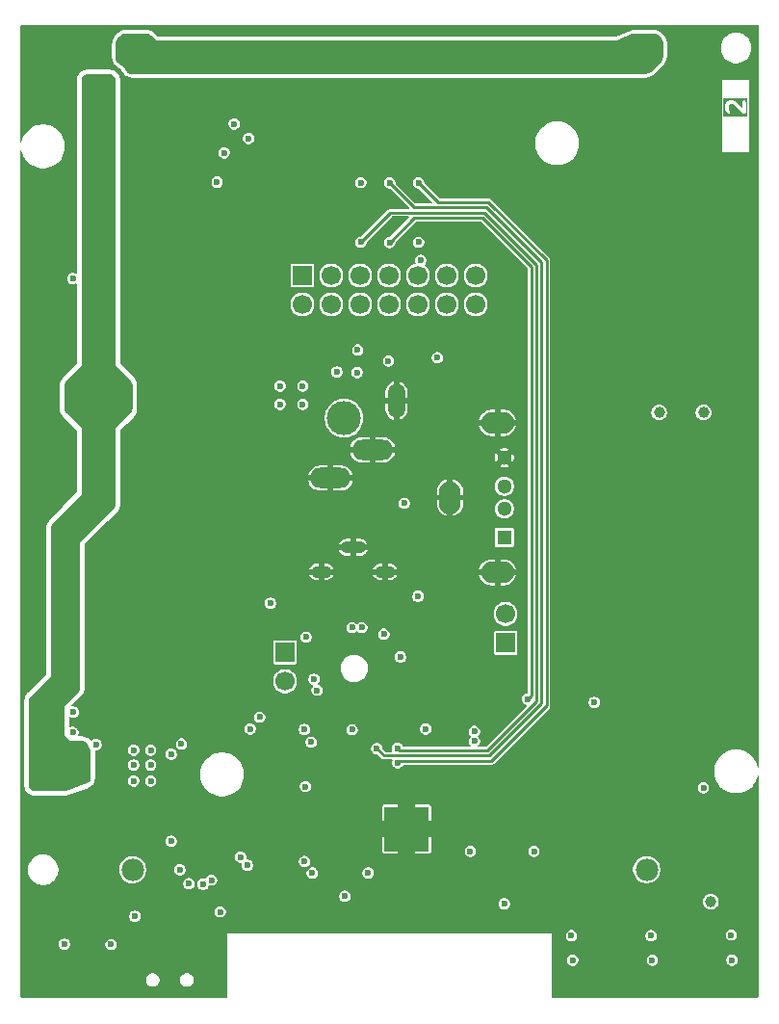
<source format=gbr>
%TF.GenerationSoftware,KiCad,Pcbnew,9.0.5*%
%TF.CreationDate,2026-01-12T16:44:51+01:00*%
%TF.ProjectId,ZumoComSystem,5a756d6f-436f-46d5-9379-7374656d2e6b,V1.2*%
%TF.SameCoordinates,Original*%
%TF.FileFunction,Copper,L3,Inr*%
%TF.FilePolarity,Positive*%
%FSLAX45Y45*%
G04 Gerber Fmt 4.5, Leading zero omitted, Abs format (unit mm)*
G04 Created by KiCad (PCBNEW 9.0.5) date 2026-01-12 16:44:51*
%MOMM*%
%LPD*%
G01*
G04 APERTURE LIST*
%ADD10C,0.300000*%
%TA.AperFunction,ComponentPad*%
%ADD11R,1.300000X1.300000*%
%TD*%
%TA.AperFunction,ComponentPad*%
%ADD12C,1.300000*%
%TD*%
%TA.AperFunction,ComponentPad*%
%ADD13O,2.900000X1.900000*%
%TD*%
%TA.AperFunction,ComponentPad*%
%ADD14O,1.900000X2.900000*%
%TD*%
%TA.AperFunction,ComponentPad*%
%ADD15O,1.800000X1.100000*%
%TD*%
%TA.AperFunction,ComponentPad*%
%ADD16O,2.200000X1.100000*%
%TD*%
%TA.AperFunction,ComponentPad*%
%ADD17R,1.700000X1.700000*%
%TD*%
%TA.AperFunction,ComponentPad*%
%ADD18C,1.700000*%
%TD*%
%TA.AperFunction,ComponentPad*%
%ADD19C,1.980000*%
%TD*%
%TA.AperFunction,ComponentPad*%
%ADD20C,3.000000*%
%TD*%
%TA.AperFunction,ComponentPad*%
%ADD21O,3.600000X1.800000*%
%TD*%
%TA.AperFunction,ComponentPad*%
%ADD22O,1.508000X3.016000*%
%TD*%
%TA.AperFunction,ComponentPad*%
%ADD23R,3.900000X3.900000*%
%TD*%
%TA.AperFunction,ViaPad*%
%ADD24C,0.600000*%
%TD*%
%TA.AperFunction,ViaPad*%
%ADD25C,1.000000*%
%TD*%
%TA.AperFunction,Conductor*%
%ADD26C,0.250000*%
%TD*%
G04 APERTURE END LIST*
D10*
G36*
X17848500Y-6647378D02*
G01*
X17635166Y-6647378D01*
X17635166Y-6551714D01*
X17651833Y-6551714D01*
X17651833Y-6587428D01*
X17652121Y-6590355D01*
X17652327Y-6590853D01*
X17652366Y-6591390D01*
X17653416Y-6594137D01*
X17660559Y-6608422D01*
X17661352Y-6609682D01*
X17661504Y-6610048D01*
X17661842Y-6610460D01*
X17662126Y-6610911D01*
X17662425Y-6611171D01*
X17663369Y-6612321D01*
X17670512Y-6619464D01*
X17672785Y-6621329D01*
X17678192Y-6623569D01*
X17684045Y-6623569D01*
X17689452Y-6621329D01*
X17693591Y-6617190D01*
X17695830Y-6611783D01*
X17695830Y-6605931D01*
X17693591Y-6600523D01*
X17691725Y-6598250D01*
X17686304Y-6592829D01*
X17681833Y-6583887D01*
X17681833Y-6555255D01*
X17686304Y-6546314D01*
X17690004Y-6542613D01*
X17698945Y-6538143D01*
X17707256Y-6538143D01*
X17723016Y-6543396D01*
X17806226Y-6626606D01*
X17808499Y-6628472D01*
X17812323Y-6630056D01*
X17813906Y-6630712D01*
X17813907Y-6630712D01*
X17819759Y-6630712D01*
X17819759Y-6630712D01*
X17821999Y-6629784D01*
X17825166Y-6628472D01*
X17829305Y-6624333D01*
X17831545Y-6618926D01*
X17831833Y-6616000D01*
X17831833Y-6523143D01*
X17831545Y-6520216D01*
X17829305Y-6514809D01*
X17825166Y-6510671D01*
X17819759Y-6508431D01*
X17813906Y-6508431D01*
X17808499Y-6510671D01*
X17804361Y-6514809D01*
X17802121Y-6520216D01*
X17801833Y-6523143D01*
X17801833Y-6579787D01*
X17741725Y-6519679D01*
X17739452Y-6517813D01*
X17738954Y-6517607D01*
X17738547Y-6517254D01*
X17735862Y-6516055D01*
X17714434Y-6508912D01*
X17712983Y-6508582D01*
X17712616Y-6508431D01*
X17712086Y-6508379D01*
X17711566Y-6508260D01*
X17711171Y-6508288D01*
X17709690Y-6508143D01*
X17695404Y-6508143D01*
X17692478Y-6508431D01*
X17691980Y-6508637D01*
X17691442Y-6508675D01*
X17688696Y-6509726D01*
X17674410Y-6516869D01*
X17673151Y-6517662D01*
X17672785Y-6517814D01*
X17672373Y-6518151D01*
X17671922Y-6518436D01*
X17671662Y-6518735D01*
X17670512Y-6519679D01*
X17663369Y-6526822D01*
X17662425Y-6527972D01*
X17662126Y-6528232D01*
X17661842Y-6528683D01*
X17661504Y-6529095D01*
X17661352Y-6529461D01*
X17660559Y-6530720D01*
X17653416Y-6545006D01*
X17652366Y-6547752D01*
X17652327Y-6548290D01*
X17652121Y-6548788D01*
X17651833Y-6551714D01*
X17635166Y-6551714D01*
X17635166Y-6491476D01*
X17848500Y-6491476D01*
X17848500Y-6647378D01*
G37*
D11*
%TO.N,Net-(D16-K)*%
%TO.C,J1*%
X15708500Y-10350000D03*
D12*
%TO.N,/Zumo_Connector/D-*%
X15708500Y-10100000D03*
%TO.N,/Zumo_Connector/D+*%
X15708500Y-9900000D03*
%TO.N,GND*%
X15708500Y-9650000D03*
D13*
X15648500Y-10657000D03*
D14*
X15230500Y-10000000D03*
D13*
X15648500Y-9343000D03*
%TD*%
D15*
%TO.N,GND*%
%TO.C,J7*%
X14660000Y-10652500D03*
D16*
X14380000Y-10437500D03*
D15*
X14100000Y-10652500D03*
%TD*%
D17*
%TO.N,/Zumo_Connector/D+*%
%TO.C,TP5*%
X15720000Y-11277500D03*
D18*
%TO.N,/Zumo_Connector/D-*%
X15720000Y-11023500D03*
%TD*%
D19*
%TO.N,Net-(BT1--)*%
%TO.C,BT2*%
X16960000Y-6048000D03*
%TO.N,GNDREF*%
X16960000Y-13270000D03*
%TD*%
D17*
%TO.N,/MCU/ESP_RX*%
%TO.C,TP7*%
X13780000Y-11360000D03*
D18*
%TO.N,/MCU/ESP_TX*%
X13780000Y-11614000D03*
%TD*%
D20*
%TO.N,Net-(D8-A)*%
%TO.C,J6*%
X14300000Y-9300000D03*
D21*
%TO.N,GND*%
X14180000Y-9830000D03*
X14550000Y-9580000D03*
D22*
X14760000Y-9150000D03*
%TD*%
D23*
%TO.N,GND*%
%TO.C,U1*%
X14850000Y-12913000D03*
%TD*%
D19*
%TO.N,/Battery/RAW_VBatt*%
%TO.C,BT1*%
X12440000Y-13271000D03*
%TO.N,Net-(BT1--)*%
X12440000Y-6049000D03*
%TD*%
D17*
%TO.N,Net-(J4-Pin_1)*%
%TO.C,J4*%
X13933500Y-8048500D03*
D18*
%TO.N,Net-(J4-Pin_2)*%
X13933500Y-8302500D03*
%TO.N,Net-(J4-Pin_3)*%
X14187500Y-8048500D03*
%TO.N,Net-(J4-Pin_4)*%
X14187500Y-8302500D03*
%TO.N,Net-(J4-Pin_5)*%
X14441500Y-8048500D03*
%TO.N,Net-(J4-Pin_6)*%
X14441500Y-8302500D03*
%TO.N,Net-(J4-Pin_7)*%
X14695500Y-8048500D03*
%TO.N,Net-(J4-Pin_8)*%
X14695500Y-8302500D03*
%TO.N,Net-(J4-Pin_9)*%
X14949500Y-8048500D03*
%TO.N,Net-(J4-Pin_10)*%
X14949500Y-8302500D03*
%TO.N,Net-(J4-Pin_11)*%
X15203500Y-8048500D03*
%TO.N,Net-(J4-Pin_12)*%
X15203500Y-8302500D03*
%TO.N,Net-(J4-Pin_13)*%
X15457500Y-8048500D03*
%TO.N,Net-(J4-Pin_14)*%
X15457500Y-8302500D03*
%TD*%
D24*
%TO.N,GND*%
X14700000Y-7864000D03*
X14446000Y-7864000D03*
X14452000Y-7334000D03*
X14953000Y-7329000D03*
X14700000Y-7335000D03*
%TO.N,/MCU/EXT_SPI_MOSI*%
X14954000Y-7233000D03*
%TO.N,GND*%
X15214000Y-7319000D03*
%TO.N,+5V*%
X14446000Y-7232000D03*
%TO.N,/USB_UART/DTR*%
X13653000Y-10928000D03*
%TO.N,/MCU/EXT_SPI_MISO*%
X14700000Y-7234000D03*
X14588000Y-12206000D03*
%TO.N,/MCU/EXT_SPI_MOSI*%
X14772000Y-12330200D03*
%TO.N,/MCU/EXT_SPI_CLK*%
X14770000Y-12205200D03*
X14446000Y-7756000D03*
%TO.N,/MCU/EXT_SPI_CS*%
X14700000Y-7757000D03*
X15913000Y-11772000D03*
%TO.N,+3V3*%
X14954000Y-7756000D03*
%TO.N,GND*%
X14956000Y-6799000D03*
X14709000Y-6802000D03*
X14444000Y-6802000D03*
X14243000Y-12960393D03*
X16380000Y-10120000D03*
X15196000Y-12149000D03*
X14249000Y-12689000D03*
%TO.N,+3V3*%
X15709000Y-13570000D03*
X13211000Y-13641000D03*
D25*
X17070000Y-9250000D03*
X17524507Y-13550493D03*
D24*
X12460000Y-13679550D03*
X14650000Y-11201000D03*
X14830000Y-10050000D03*
X17460000Y-12550000D03*
X13557550Y-11930000D03*
D25*
X17460000Y-9250000D03*
D24*
%TO.N,GND*%
X15110000Y-10790000D03*
X15450000Y-6854750D03*
X15450000Y-7166500D03*
X12859000Y-12819000D03*
X15354167Y-13654750D03*
X12170000Y-11280000D03*
X16925000Y-12455000D03*
X15277000Y-9369000D03*
X16725000Y-11285000D03*
X16064000Y-5890000D03*
X16168000Y-11617000D03*
X12861000Y-12468000D03*
X12800000Y-13200000D03*
X16660000Y-14100000D03*
X16296000Y-5890000D03*
X11785000Y-13500000D03*
X17910000Y-6200000D03*
X14830000Y-5890000D03*
X14580000Y-12775000D03*
X13985000Y-9560000D03*
X12910000Y-7440000D03*
X13690000Y-13300000D03*
X17237500Y-12055000D03*
X16860000Y-8080000D03*
X14320000Y-5890000D03*
X17910000Y-10065262D03*
X17670000Y-13300000D03*
X16725000Y-11530000D03*
X13544784Y-12644784D03*
X15270000Y-11040000D03*
X14000000Y-10110000D03*
X14173001Y-11270500D03*
X16871000Y-13651000D03*
X12404000Y-13987550D03*
X11900000Y-8810000D03*
X15358000Y-6648000D03*
X12690000Y-14040000D03*
X12860000Y-12990000D03*
X15120000Y-12040000D03*
X14389000Y-13143000D03*
X14931000Y-13252000D03*
X14325000Y-10987000D03*
X17050000Y-6860000D03*
X17565000Y-12980000D03*
X11490000Y-6700000D03*
X12154167Y-10534750D03*
X17245000Y-11285000D03*
X14026000Y-13790000D03*
X15420000Y-12660000D03*
X16660000Y-13600000D03*
X11490000Y-14018000D03*
X15650000Y-11770000D03*
X15136000Y-13111000D03*
X16170000Y-14360000D03*
X14633000Y-10865000D03*
X13114000Y-5890000D03*
X12290000Y-5890000D03*
X13810000Y-5890000D03*
X16090000Y-13790000D03*
X11490000Y-10377142D03*
X12262000Y-14151550D03*
X17900000Y-12642104D03*
X12650000Y-5890000D03*
X14870000Y-13560000D03*
X12083000Y-12725000D03*
X13447000Y-8475000D03*
X17005000Y-9460000D03*
X15530000Y-11350000D03*
X15023843Y-9029450D03*
X17327550Y-12466000D03*
X15928000Y-7525000D03*
X13081000Y-12636000D03*
X13245450Y-7110000D03*
X16100000Y-13520000D03*
X14208000Y-7838000D03*
X16395000Y-11940000D03*
X13510000Y-10082450D03*
X16440000Y-12290000D03*
X14910000Y-9860000D03*
X12410000Y-9420000D03*
X15832000Y-5890000D03*
X17910000Y-5890000D03*
X15136000Y-12845000D03*
X14267500Y-11620500D03*
X16469000Y-6869000D03*
X12170000Y-11800000D03*
X15160000Y-10450000D03*
X17165671Y-12619950D03*
X17910000Y-7917894D03*
X16725000Y-10774750D03*
X11900000Y-9420000D03*
X11900943Y-8270943D03*
X13422000Y-12247000D03*
X13910000Y-6960000D03*
X12260000Y-14360000D03*
X13550000Y-9420000D03*
X17373000Y-13441000D03*
X14033000Y-8538000D03*
X12170000Y-10770000D03*
X13143000Y-14240000D03*
X17650000Y-8690000D03*
X17580000Y-12130000D03*
X13703000Y-7783000D03*
X13535000Y-13589000D03*
X16640000Y-7030000D03*
X15037000Y-11040000D03*
X11975000Y-13425000D03*
X12920000Y-8850000D03*
X13346000Y-5890000D03*
X13363341Y-6852341D03*
X11490000Y-8097143D03*
X11490000Y-13676000D03*
X12170000Y-11030000D03*
X13820000Y-8660000D03*
X13470000Y-11810000D03*
X14315000Y-8175000D03*
X13893389Y-11512950D03*
X12861000Y-12270000D03*
X14330000Y-13250000D03*
X11490000Y-11028570D03*
X15058000Y-13790000D03*
X11490000Y-14360000D03*
X11930000Y-14360000D03*
X17910000Y-13930525D03*
X15363000Y-12970000D03*
X12495000Y-14140000D03*
X13768000Y-13790000D03*
X12900000Y-10540000D03*
X17580000Y-11090000D03*
X11490000Y-7120000D03*
X13867000Y-11041000D03*
X17120000Y-5890000D03*
X16730000Y-11795000D03*
X12450000Y-10134750D03*
X13890000Y-7290000D03*
X17910000Y-14360000D03*
X13000000Y-12170000D03*
X16985000Y-11675000D03*
X16660000Y-13842193D03*
X17360000Y-8440000D03*
X12770000Y-12170000D03*
X15358000Y-13175000D03*
X16990000Y-10046000D03*
X17860000Y-8776842D03*
X17354000Y-6311000D03*
X14507500Y-11620500D03*
X16660000Y-14360000D03*
X11830000Y-10010000D03*
X14681533Y-10050000D03*
X15815000Y-13092500D03*
X13164000Y-13442000D03*
X17162000Y-13352000D03*
X11490000Y-12650000D03*
X15326000Y-8815000D03*
X17500000Y-13840000D03*
X14580000Y-13100000D03*
X11490000Y-9725714D03*
X14010000Y-12660000D03*
X16485000Y-12835000D03*
X14650000Y-11750000D03*
X12280000Y-13580000D03*
X16490000Y-9385000D03*
X16198000Y-9657000D03*
X12440000Y-8850000D03*
X12720000Y-13580000D03*
X12979000Y-13090000D03*
X12728000Y-9737550D03*
X15420000Y-12456000D03*
X15180000Y-12530000D03*
X14542000Y-13790000D03*
X14340000Y-12420000D03*
X16735000Y-12190000D03*
X13500000Y-12850000D03*
X13452000Y-12530000D03*
X13240000Y-14360000D03*
X14977000Y-8890000D03*
X16176000Y-9376000D03*
X16300000Y-6630000D03*
X14186000Y-6801000D03*
X16314167Y-7894750D03*
X15050000Y-12400000D03*
X13650000Y-11030000D03*
X14800000Y-13790000D03*
X14216000Y-13173000D03*
X11980000Y-12990000D03*
X16570000Y-7590000D03*
X15754167Y-7094750D03*
X17240000Y-11795000D03*
X17245000Y-11545000D03*
X11890000Y-7290000D03*
X13750000Y-10780000D03*
X15080000Y-5890000D03*
X12370000Y-13860000D03*
X15450000Y-7790000D03*
X16760000Y-5890000D03*
X17360000Y-14100000D03*
X14476000Y-12298000D03*
X11890000Y-5890000D03*
X13510000Y-13790000D03*
X13124000Y-7746000D03*
X12168000Y-13987550D03*
X17910000Y-6629474D03*
X15674167Y-7894750D03*
X13610000Y-12380000D03*
X16725000Y-11036000D03*
X11490000Y-13334000D03*
X17650000Y-7690000D03*
X13776000Y-11216000D03*
X12910000Y-11620000D03*
X14787000Y-11011000D03*
X17430000Y-9005000D03*
X16510000Y-8870000D03*
X14020000Y-12290000D03*
X16983000Y-10396000D03*
X17910000Y-8347368D03*
X17910000Y-10494736D03*
X13400000Y-13441400D03*
X16314167Y-7174750D03*
X12882000Y-5890000D03*
X14828000Y-6614000D03*
X11490000Y-10051428D03*
X15600000Y-5890000D03*
X11490000Y-6295000D03*
X14388000Y-12753000D03*
X13150000Y-13583000D03*
X17580000Y-9810000D03*
X17650000Y-8150000D03*
X13996000Y-13441400D03*
X11490000Y-7771428D03*
X17911000Y-13071578D03*
X14106955Y-13589000D03*
X14850000Y-8510000D03*
X14611000Y-11277000D03*
X13280000Y-12970000D03*
X15832000Y-13795000D03*
X11785000Y-12700000D03*
X14060000Y-5890000D03*
X16990000Y-8805000D03*
X13186000Y-13297000D03*
X14870000Y-12510000D03*
X17910000Y-13501051D03*
X15914167Y-6614750D03*
X17610000Y-9250000D03*
X12865000Y-13351000D03*
X11995000Y-13813000D03*
X12160000Y-11540000D03*
X17720000Y-7210000D03*
X11871030Y-7955483D03*
X17110000Y-13550000D03*
X12780000Y-14360000D03*
X13181000Y-7326000D03*
X16937000Y-7127000D03*
X14795841Y-8810841D03*
X16218000Y-11137000D03*
X15207000Y-6804000D03*
X13630000Y-10310000D03*
X14398000Y-9060000D03*
X11490000Y-12992000D03*
X16930000Y-7500000D03*
X16985000Y-9135000D03*
X16508000Y-9640000D03*
X13470000Y-11310000D03*
X17280000Y-13840000D03*
X17327550Y-12200000D03*
X15340000Y-5890000D03*
X13760000Y-10580000D03*
X14510000Y-12510000D03*
X17910000Y-11783157D03*
X16200000Y-8580000D03*
X15725000Y-12875000D03*
X17910000Y-12212630D03*
X13680000Y-12860000D03*
X16170000Y-14040000D03*
X15574000Y-13788000D03*
X16554167Y-8294750D03*
X13555000Y-8930000D03*
X11490000Y-8422857D03*
X14222000Y-13441400D03*
X17020000Y-6410000D03*
X17910000Y-9206315D03*
X13578000Y-5890000D03*
X17910000Y-7488421D03*
X14010000Y-10340000D03*
X17360000Y-7830000D03*
X14284000Y-13790000D03*
X11490000Y-11354285D03*
X13280000Y-12810000D03*
X17910000Y-7058947D03*
X13090000Y-14020000D03*
X16528000Y-5890000D03*
X11490000Y-11680000D03*
X14340000Y-12130000D03*
X12640000Y-7670000D03*
X14570000Y-5890000D03*
X12790000Y-13860000D03*
X15170000Y-9600000D03*
X13600000Y-10490000D03*
X12859000Y-12644000D03*
X15810000Y-12604450D03*
X13990000Y-12970000D03*
X17650095Y-13537437D03*
X11490000Y-9074285D03*
X17025000Y-12200000D03*
X17910000Y-9635789D03*
X11490000Y-5890000D03*
X16180000Y-8230000D03*
X15786000Y-12357000D03*
X16225841Y-12605841D03*
X17580000Y-11730000D03*
X14507500Y-11380500D03*
X13240000Y-13840000D03*
X11785000Y-13120000D03*
X13319500Y-6589500D03*
X13790000Y-6630000D03*
X17360000Y-14360000D03*
X16785000Y-8570000D03*
X13470000Y-10830000D03*
X11490000Y-10702856D03*
X13918000Y-11687000D03*
X16385000Y-8565000D03*
X17321000Y-13157000D03*
X12646000Y-7273000D03*
X14700000Y-13453000D03*
X17910000Y-10924210D03*
X12547000Y-6604000D03*
X17515000Y-5894750D03*
X15594167Y-8454750D03*
X12690000Y-8710000D03*
X11720000Y-13980000D03*
X16159000Y-10140000D03*
X13385000Y-7126000D03*
X16278000Y-9032000D03*
X12968000Y-13573000D03*
X15620000Y-8870000D03*
X17910000Y-11353683D03*
X14555000Y-8853000D03*
X13240000Y-14126000D03*
X11490000Y-8748571D03*
X12070000Y-12580000D03*
X13010000Y-14160000D03*
X15316000Y-13790000D03*
X12540000Y-7460000D03*
X12540000Y-14360000D03*
X16890000Y-13030000D03*
X12920000Y-9920000D03*
X13530000Y-13080000D03*
X15835000Y-10575000D03*
X14325000Y-10755000D03*
X14267500Y-11380500D03*
X17580000Y-10450000D03*
X15209000Y-7805000D03*
X11490000Y-7445714D03*
X13010000Y-14360000D03*
X15060000Y-11400000D03*
X14201000Y-7296000D03*
X11490000Y-9399999D03*
%TO.N,+5V*%
X13183000Y-7227000D03*
X13333500Y-6716500D03*
%TO.N,GNDREF*%
X13133597Y-13361518D03*
X12780000Y-12255000D03*
X12780000Y-13020000D03*
%TO.N,/Battery/VM*%
X11919000Y-11885000D03*
X12120000Y-12170000D03*
X11915805Y-12064195D03*
%TO.N,/Power_Supply/Switched_V_Batt*%
X13460000Y-6844000D03*
X13245450Y-6970000D03*
%TO.N,Net-(D8-K)*%
X14419000Y-8702500D03*
%TO.N,Net-(D9-K)*%
X14690000Y-8800000D03*
%TO.N,/Battery/V_Batt*%
X11650000Y-12080000D03*
X11730000Y-11970000D03*
X11980000Y-9280000D03*
X13736750Y-9180000D03*
X12140000Y-6380000D03*
X12150000Y-8971000D03*
X11580000Y-12180000D03*
X11720000Y-12180000D03*
X12250000Y-6440000D03*
X11780000Y-12080000D03*
X12250000Y-6320000D03*
X11980000Y-8970000D03*
X13736750Y-9020000D03*
X13936750Y-9020000D03*
X12330000Y-8971000D03*
X15120000Y-8770000D03*
X11570000Y-11970000D03*
X12330000Y-9279000D03*
X11980000Y-12170000D03*
X12030000Y-6440000D03*
X13936750Y-9180000D03*
X12150000Y-9279000D03*
X12030000Y-6320000D03*
%TO.N,/USB_UART/VBUS*%
X14949000Y-10867000D03*
%TO.N,/USB_UART/D+*%
X14370000Y-11142500D03*
%TO.N,/USB_UART/D-*%
X14455000Y-11142500D03*
%TO.N,Net-(IC1-DO)*%
X14512000Y-13298000D03*
X14306000Y-13504000D03*
%TO.N,Net-(IC2-SENSE)*%
X14415000Y-8901000D03*
X14236000Y-8896050D03*
%TO.N,/Zumo_Connector/nRESET*%
X16500000Y-11800000D03*
%TO.N,/USB_UART/EN*%
X15969375Y-13109375D03*
%TO.N,/MCU/Zumo_RST*%
X15410000Y-13110000D03*
%TO.N,/USB_UART/RTS*%
X14036002Y-11596385D03*
%TO.N,/USB_UART/DTR*%
X13965836Y-11227096D03*
X14062450Y-11693714D03*
%TO.N,Net-(Q7-G)*%
X11915000Y-8075000D03*
%TO.N,/MCU/User_Button*%
X11840000Y-13925000D03*
X12250250Y-13927750D03*
X13950000Y-12038000D03*
X13475000Y-12033500D03*
%TO.N,/MCU/Button_A*%
X16310000Y-14065000D03*
%TO.N,/MCU/Button_B*%
X17010000Y-14065000D03*
%TO.N,/MCU/Button_C*%
X17710000Y-14065000D03*
%TO.N,/MCU/ESP_RX*%
X13951000Y-13199000D03*
%TO.N,/MCU/ESP_TX*%
X14020000Y-13300000D03*
%TO.N,/Battery/V_Batt_Scaled*%
X15017500Y-12034000D03*
%TO.N,/MCU/Info_LED_R*%
X13960000Y-12540000D03*
%TO.N,/MCU/Info_LED_G*%
X13390050Y-13160000D03*
%TO.N,/MCU/Info_LED_B*%
X13450000Y-13230000D03*
%TO.N,/MCU/ESP_USB_D-*%
X15446062Y-12140000D03*
%TO.N,/MCU/ESP_USB_D+*%
X15446062Y-12055000D03*
%TO.N,/Battery/RAW_VBatt*%
X12600000Y-12350000D03*
X12450000Y-12350000D03*
X12600000Y-12490000D03*
X12600000Y-12220000D03*
X12450000Y-12220000D03*
X12450000Y-12490000D03*
%TO.N,Net-(BT1--)*%
X12869999Y-12165467D03*
%TO.N,Net-(D2-A)*%
X16298750Y-13850000D03*
%TO.N,Net-(D3-A)*%
X16998750Y-13850000D03*
%TO.N,Net-(D4-A)*%
X17704375Y-13844375D03*
%TO.N,Net-(J4-Pin_10)*%
X14973911Y-7915725D03*
%TO.N,Net-(U2-~{RST})*%
X14796000Y-11400500D03*
%TO.N,Net-(D1-GK)*%
X13060000Y-13398996D03*
%TO.N,Net-(D1-BK)*%
X12934000Y-13393000D03*
%TO.N,Net-(D1-RK)*%
X12856500Y-13270500D03*
%TO.N,Net-(R23-Pad2)*%
X14010000Y-12150000D03*
X14370000Y-12040000D03*
%TD*%
D26*
%TO.N,/MCU/EXT_SPI_MOSI*%
X14789200Y-12313000D02*
X14772000Y-12330200D01*
X16079300Y-7913957D02*
X16079300Y-7914381D01*
X16080000Y-11827562D02*
X15594562Y-12313000D01*
X15594562Y-12313000D02*
X14789200Y-12313000D01*
X15570343Y-7405000D02*
X16079300Y-7913957D01*
X16079300Y-7914381D02*
X16080000Y-7915081D01*
X15126000Y-7405000D02*
X15570343Y-7405000D01*
X14954000Y-7233000D02*
X15126000Y-7405000D01*
X16080000Y-7915081D02*
X16080000Y-11827562D01*
%TO.N,/MCU/EXT_SPI_CS*%
X14917000Y-7540000D02*
X14700000Y-7757000D01*
X15514000Y-7540000D02*
X14917000Y-7540000D01*
X15945000Y-7971000D02*
X15514000Y-7540000D01*
X15945000Y-11740000D02*
X15945000Y-7971000D01*
X15913000Y-11772000D02*
X15945000Y-11740000D01*
%TO.N,/MCU/EXT_SPI_MISO*%
X15551562Y-7450000D02*
X14916000Y-7450000D01*
X16034200Y-7932638D02*
X15551562Y-7450000D01*
X16034200Y-7932921D02*
X16034200Y-7932638D01*
X16035000Y-7933721D02*
X16034200Y-7932921D01*
X16035000Y-11808781D02*
X16035000Y-7933721D01*
X14649700Y-12267700D02*
X15576081Y-12267700D01*
X15576081Y-12267700D02*
X16035000Y-11808781D01*
%TO.N,/MCU/EXT_SPI_CLK*%
X15989100Y-7951319D02*
X15532781Y-7495000D01*
X15989100Y-7951460D02*
X15989100Y-7951319D01*
X15990000Y-11790000D02*
X15990000Y-7952360D01*
X14787400Y-12222600D02*
X15557400Y-12222600D01*
X15557400Y-12222600D02*
X15990000Y-11790000D01*
X14707000Y-7495000D02*
X14446000Y-7756000D01*
%TO.N,/MCU/EXT_SPI_MISO*%
X14916000Y-7450000D02*
X14700000Y-7234000D01*
%TO.N,/MCU/EXT_SPI_CLK*%
X15990000Y-7952360D02*
X15989100Y-7951460D01*
%TO.N,/MCU/EXT_SPI_MISO*%
X14588000Y-12206000D02*
X14649700Y-12267700D01*
%TO.N,/MCU/EXT_SPI_CLK*%
X15532781Y-7495000D02*
X14707000Y-7495000D01*
X14770000Y-12205200D02*
X14787400Y-12222600D01*
%TD*%
%TA.AperFunction,Conductor*%
%TO.N,/Battery/V_Batt*%
G36*
X12240806Y-6280106D02*
G01*
X12251322Y-6281491D01*
X12254449Y-6282328D01*
X12263492Y-6286074D01*
X12266295Y-6287692D01*
X12274060Y-6293651D01*
X12276349Y-6295940D01*
X12282307Y-6303705D01*
X12283926Y-6306508D01*
X12287671Y-6315551D01*
X12288509Y-6318677D01*
X12289894Y-6329194D01*
X12290000Y-6330812D01*
X12290000Y-8840000D01*
X12424780Y-8974780D01*
X12425850Y-8976000D01*
X12432307Y-8984416D01*
X12433926Y-8987219D01*
X12437671Y-8996262D01*
X12438509Y-8999388D01*
X12439894Y-9009905D01*
X12440000Y-9011523D01*
X12440000Y-9218477D01*
X12439894Y-9220095D01*
X12439894Y-9220095D01*
X12438509Y-9230612D01*
X12437671Y-9233738D01*
X12433926Y-9242781D01*
X12432307Y-9245584D01*
X12425850Y-9254000D01*
X12424780Y-9255220D01*
X12290000Y-9390000D01*
X12290000Y-10058477D01*
X12289894Y-10060095D01*
X12288509Y-10070612D01*
X12287671Y-10073738D01*
X12283926Y-10082781D01*
X12282307Y-10085584D01*
X12275850Y-10094000D01*
X12274780Y-10095220D01*
X11980000Y-10390000D01*
X11980000Y-11668477D01*
X11979894Y-11670095D01*
X11978509Y-11680612D01*
X11977671Y-11683738D01*
X11973926Y-11692781D01*
X11972307Y-11695584D01*
X11965850Y-11704000D01*
X11964780Y-11705220D01*
X11840000Y-11830000D01*
X11840000Y-11830000D01*
X11840000Y-12090000D01*
X11890000Y-12140000D01*
X12000168Y-12140000D01*
X12001793Y-12140107D01*
X12012353Y-12141503D01*
X12015492Y-12142348D01*
X12024567Y-12146125D01*
X12027378Y-12147756D01*
X12035159Y-12153761D01*
X12037450Y-12156068D01*
X12043902Y-12164544D01*
X12044801Y-12165902D01*
X12048399Y-12172198D01*
X12049715Y-12176325D01*
X12049831Y-12176302D01*
X12052642Y-12190432D01*
X12052642Y-12190433D01*
X12057922Y-12203180D01*
X12057923Y-12203182D01*
X12064551Y-12213101D01*
X12065589Y-12214654D01*
X12066368Y-12215433D01*
X12069716Y-12221565D01*
X12070000Y-12224202D01*
X12070000Y-12464030D01*
X12069856Y-12465917D01*
X12067975Y-12478131D01*
X12066840Y-12481729D01*
X12061798Y-12491951D01*
X12059633Y-12495042D01*
X12051750Y-12503274D01*
X12048755Y-12505571D01*
X12037919Y-12511512D01*
X12036195Y-12512293D01*
X11858787Y-12576804D01*
X11857756Y-12577129D01*
X11850913Y-12578961D01*
X11848786Y-12579336D01*
X11841730Y-12579953D01*
X11840650Y-12580000D01*
X11580813Y-12580000D01*
X11579194Y-12579894D01*
X11577892Y-12579722D01*
X11568677Y-12578509D01*
X11565551Y-12577671D01*
X11556508Y-12573926D01*
X11553705Y-12572307D01*
X11545940Y-12566349D01*
X11543651Y-12564060D01*
X11537692Y-12556295D01*
X11536074Y-12553492D01*
X11532328Y-12544449D01*
X11531491Y-12541322D01*
X11530106Y-12530806D01*
X11530000Y-12529187D01*
X11530000Y-11781523D01*
X11530106Y-11779905D01*
X11531491Y-11769388D01*
X11532328Y-11766262D01*
X11536074Y-11757219D01*
X11537692Y-11754416D01*
X11544150Y-11746000D01*
X11545219Y-11744781D01*
X11705355Y-11584645D01*
X11720000Y-11570000D01*
X11720000Y-10270974D01*
X11720101Y-10269393D01*
X11721423Y-10259113D01*
X11722223Y-10256054D01*
X11725802Y-10247185D01*
X11727350Y-10244428D01*
X11733535Y-10236110D01*
X11734557Y-10234904D01*
X11975992Y-9984527D01*
X11975992Y-9984527D01*
X11990000Y-9970000D01*
X11990000Y-9390000D01*
X11855220Y-9255220D01*
X11854150Y-9254000D01*
X11847692Y-9245584D01*
X11846074Y-9242781D01*
X11842328Y-9233738D01*
X11841491Y-9230612D01*
X11840106Y-9220095D01*
X11840000Y-9218477D01*
X11840000Y-9011523D01*
X11840106Y-9009905D01*
X11841491Y-8999388D01*
X11841491Y-8999388D01*
X11842328Y-8996262D01*
X11846074Y-8987219D01*
X11847692Y-8984416D01*
X11854150Y-8976000D01*
X11855219Y-8974781D01*
X11975355Y-8854645D01*
X11990000Y-8840000D01*
X11990000Y-6330812D01*
X11990106Y-6329194D01*
X11991491Y-6318678D01*
X11991491Y-6318677D01*
X11992328Y-6315551D01*
X11996074Y-6306508D01*
X11997692Y-6303705D01*
X12003651Y-6295939D01*
X12005939Y-6293651D01*
X12013705Y-6287692D01*
X12016508Y-6286074D01*
X12025551Y-6282328D01*
X12028677Y-6281491D01*
X12039194Y-6280106D01*
X12040813Y-6280000D01*
X12239187Y-6280000D01*
X12240806Y-6280106D01*
G37*
%TD.AperFunction*%
%TD*%
%TA.AperFunction,Conductor*%
%TO.N,Net-(BT1--)*%
G36*
X12549195Y-5920061D02*
G01*
X12566853Y-5921800D01*
X12569275Y-5922281D01*
X12585660Y-5927252D01*
X12587941Y-5928197D01*
X12603041Y-5936268D01*
X12605095Y-5937640D01*
X12618811Y-5948897D01*
X12619726Y-5949726D01*
X12650000Y-5980000D01*
X16680742Y-5980000D01*
X16700000Y-5980000D01*
X16700000Y-5980000D01*
X16773223Y-5950711D01*
X16775000Y-5950000D01*
X16831564Y-5927374D01*
X16832694Y-5926984D01*
X16849194Y-5922143D01*
X16851544Y-5921690D01*
X16868661Y-5920057D01*
X16869858Y-5920000D01*
X17009381Y-5920000D01*
X17010616Y-5920061D01*
X17028274Y-5921800D01*
X17030696Y-5922281D01*
X17047082Y-5927252D01*
X17049362Y-5928197D01*
X17061915Y-5934906D01*
X17064463Y-5936268D01*
X17066517Y-5937640D01*
X17079751Y-5948502D01*
X17081498Y-5950248D01*
X17092360Y-5963483D01*
X17093732Y-5965537D01*
X17099218Y-5975801D01*
X17101462Y-5980000D01*
X17101803Y-5980637D01*
X17102748Y-5982919D01*
X17107718Y-5999304D01*
X17108200Y-6001726D01*
X17109939Y-6019384D01*
X17110000Y-6020619D01*
X17110000Y-6107960D01*
X17109939Y-6109195D01*
X17108200Y-6126852D01*
X17107718Y-6129275D01*
X17102748Y-6145659D01*
X17101803Y-6147942D01*
X17093732Y-6163041D01*
X17092360Y-6165095D01*
X17081103Y-6178811D01*
X17080273Y-6179727D01*
X17009727Y-6250272D01*
X17008811Y-6251103D01*
X16995095Y-6262360D01*
X16993041Y-6263732D01*
X16977942Y-6271803D01*
X16975660Y-6272748D01*
X16959275Y-6277718D01*
X16956853Y-6278200D01*
X16941964Y-6279666D01*
X16939195Y-6279939D01*
X16937960Y-6280000D01*
X12441141Y-6280000D01*
X12439489Y-6279891D01*
X12423909Y-6277831D01*
X12420720Y-6276973D01*
X12406984Y-6271256D01*
X12404127Y-6269598D01*
X12392348Y-6260508D01*
X12390021Y-6258165D01*
X12380502Y-6245659D01*
X12379588Y-6244280D01*
X12373531Y-6233679D01*
X12373531Y-6233679D01*
X12360000Y-6210000D01*
X12325719Y-6190411D01*
X12324340Y-6189497D01*
X12311835Y-6179979D01*
X12309492Y-6177652D01*
X12300401Y-6165873D01*
X12298744Y-6163016D01*
X12293027Y-6149280D01*
X12292169Y-6146091D01*
X12290109Y-6130511D01*
X12290000Y-6128859D01*
X12290000Y-6020619D01*
X12290061Y-6019384D01*
X12291800Y-6001726D01*
X12291800Y-6001725D01*
X12292281Y-5999304D01*
X12297252Y-5982918D01*
X12298196Y-5980638D01*
X12306268Y-5965537D01*
X12307640Y-5963484D01*
X12318502Y-5950248D01*
X12320248Y-5948502D01*
X12333484Y-5937640D01*
X12335537Y-5936268D01*
X12350638Y-5928196D01*
X12352918Y-5927252D01*
X12369304Y-5922281D01*
X12371726Y-5921800D01*
X12389384Y-5920061D01*
X12390619Y-5920000D01*
X12547960Y-5920000D01*
X12549195Y-5920061D01*
G37*
%TD.AperFunction*%
%TD*%
%TA.AperFunction,Conductor*%
%TO.N,GND*%
G36*
X17947783Y-5852217D02*
G01*
X17949950Y-5857450D01*
X17949950Y-12363255D01*
X17947783Y-12368487D01*
X17942550Y-12370655D01*
X17937317Y-12368487D01*
X17935402Y-12365170D01*
X17929723Y-12343974D01*
X17922193Y-12325795D01*
X17920063Y-12320655D01*
X17907443Y-12298795D01*
X17892077Y-12278771D01*
X17874229Y-12260923D01*
X17854205Y-12245557D01*
X17854205Y-12245557D01*
X17854205Y-12245557D01*
X17843398Y-12239318D01*
X17832345Y-12232937D01*
X17832345Y-12232936D01*
X17832345Y-12232936D01*
X17809026Y-12223277D01*
X17784645Y-12216744D01*
X17766209Y-12214317D01*
X17759620Y-12213450D01*
X17734380Y-12213450D01*
X17728557Y-12214216D01*
X17709355Y-12216744D01*
X17684974Y-12223277D01*
X17661655Y-12232936D01*
X17661655Y-12232937D01*
X17639795Y-12245557D01*
X17623296Y-12258217D01*
X17620908Y-12260050D01*
X17619770Y-12260923D01*
X17601923Y-12278770D01*
X17586557Y-12298795D01*
X17573937Y-12320655D01*
X17573937Y-12320655D01*
X17564277Y-12343974D01*
X17557745Y-12368355D01*
X17554450Y-12393380D01*
X17554450Y-12418620D01*
X17557745Y-12443645D01*
X17564277Y-12468026D01*
X17573515Y-12490327D01*
X17573937Y-12491345D01*
X17576062Y-12495026D01*
X17584678Y-12509950D01*
X17586557Y-12513205D01*
X17601923Y-12533229D01*
X17619771Y-12551077D01*
X17639795Y-12566443D01*
X17661655Y-12579063D01*
X17684974Y-12588723D01*
X17709355Y-12595255D01*
X17734380Y-12598550D01*
X17734380Y-12598550D01*
X17759620Y-12598550D01*
X17759620Y-12598550D01*
X17784645Y-12595255D01*
X17809026Y-12588723D01*
X17832345Y-12579063D01*
X17854205Y-12566443D01*
X17874229Y-12551077D01*
X17892077Y-12533229D01*
X17907443Y-12513205D01*
X17920063Y-12491345D01*
X17929723Y-12468026D01*
X17935402Y-12446830D01*
X17938850Y-12442336D01*
X17944465Y-12441597D01*
X17948959Y-12445045D01*
X17949950Y-12448745D01*
X17949950Y-14369417D01*
X17949859Y-14370575D01*
X17949859Y-14370575D01*
X17948667Y-14378097D01*
X17947952Y-14380299D01*
X17944762Y-14386560D01*
X17943401Y-14388433D01*
X17938433Y-14393401D01*
X17936560Y-14394762D01*
X17930299Y-14397952D01*
X17928097Y-14398667D01*
X17922375Y-14399574D01*
X17920575Y-14399859D01*
X17919418Y-14399950D01*
X16132300Y-14399950D01*
X16127067Y-14397783D01*
X16124900Y-14392550D01*
X16124900Y-14058410D01*
X16259950Y-14058410D01*
X16259950Y-14071589D01*
X16263361Y-14084318D01*
X16263361Y-14084318D01*
X16263361Y-14084319D01*
X16269950Y-14095731D01*
X16279269Y-14105050D01*
X16290681Y-14111639D01*
X16303410Y-14115050D01*
X16303411Y-14115050D01*
X16303411Y-14115050D01*
X16316589Y-14115050D01*
X16316589Y-14115050D01*
X16329319Y-14111639D01*
X16340731Y-14105050D01*
X16350050Y-14095731D01*
X16356639Y-14084319D01*
X16360050Y-14071589D01*
X16360050Y-14071589D01*
X16360050Y-14058411D01*
X16360050Y-14058410D01*
X16959950Y-14058410D01*
X16959950Y-14071589D01*
X16963361Y-14084318D01*
X16963361Y-14084318D01*
X16963361Y-14084319D01*
X16969950Y-14095731D01*
X16979269Y-14105050D01*
X16990681Y-14111639D01*
X17003411Y-14115050D01*
X17003411Y-14115050D01*
X17003411Y-14115050D01*
X17016589Y-14115050D01*
X17016589Y-14115050D01*
X17029319Y-14111639D01*
X17040731Y-14105050D01*
X17050050Y-14095731D01*
X17056639Y-14084319D01*
X17060050Y-14071589D01*
X17060050Y-14071589D01*
X17060050Y-14058411D01*
X17060050Y-14058410D01*
X17659950Y-14058410D01*
X17659950Y-14071589D01*
X17663361Y-14084318D01*
X17663361Y-14084318D01*
X17663361Y-14084319D01*
X17669950Y-14095731D01*
X17679269Y-14105050D01*
X17690681Y-14111639D01*
X17703411Y-14115050D01*
X17703411Y-14115050D01*
X17703411Y-14115050D01*
X17716589Y-14115050D01*
X17716589Y-14115050D01*
X17729319Y-14111639D01*
X17740731Y-14105050D01*
X17750050Y-14095731D01*
X17756639Y-14084319D01*
X17760050Y-14071589D01*
X17760050Y-14071589D01*
X17760050Y-14058411D01*
X17760050Y-14058410D01*
X17756639Y-14045682D01*
X17756639Y-14045681D01*
X17750050Y-14034269D01*
X17740731Y-14024950D01*
X17729319Y-14018361D01*
X17729318Y-14018361D01*
X17716589Y-14014950D01*
X17716589Y-14014950D01*
X17703411Y-14014950D01*
X17703411Y-14014950D01*
X17690682Y-14018361D01*
X17690681Y-14018361D01*
X17679269Y-14024950D01*
X17669950Y-14034268D01*
X17663361Y-14045681D01*
X17663361Y-14045682D01*
X17659950Y-14058410D01*
X17060050Y-14058410D01*
X17056639Y-14045682D01*
X17056639Y-14045681D01*
X17050050Y-14034269D01*
X17040731Y-14024950D01*
X17029319Y-14018361D01*
X17029318Y-14018361D01*
X17016589Y-14014950D01*
X17016589Y-14014950D01*
X17003411Y-14014950D01*
X17003411Y-14014950D01*
X16990682Y-14018361D01*
X16990681Y-14018361D01*
X16979269Y-14024950D01*
X16969950Y-14034268D01*
X16963361Y-14045681D01*
X16963361Y-14045682D01*
X16959950Y-14058410D01*
X16360050Y-14058410D01*
X16356639Y-14045682D01*
X16356639Y-14045681D01*
X16350050Y-14034269D01*
X16340731Y-14024950D01*
X16329319Y-14018361D01*
X16329318Y-14018361D01*
X16316589Y-14014950D01*
X16316589Y-14014950D01*
X16303411Y-14014950D01*
X16303411Y-14014950D01*
X16290682Y-14018361D01*
X16290681Y-14018361D01*
X16279268Y-14024950D01*
X16269950Y-14034268D01*
X16263361Y-14045681D01*
X16263361Y-14045682D01*
X16259950Y-14058410D01*
X16124900Y-14058410D01*
X16124900Y-13843410D01*
X16248700Y-13843410D01*
X16248700Y-13856589D01*
X16252110Y-13869318D01*
X16252110Y-13869318D01*
X16252111Y-13869319D01*
X16258700Y-13880731D01*
X16268018Y-13890050D01*
X16279431Y-13896639D01*
X16292160Y-13900050D01*
X16292160Y-13900050D01*
X16292161Y-13900050D01*
X16305339Y-13900050D01*
X16305339Y-13900050D01*
X16318068Y-13896639D01*
X16329481Y-13890050D01*
X16338800Y-13880731D01*
X16345389Y-13869319D01*
X16348800Y-13856589D01*
X16348800Y-13856589D01*
X16348800Y-13843411D01*
X16348800Y-13843410D01*
X16948700Y-13843410D01*
X16948700Y-13856589D01*
X16952110Y-13869318D01*
X16952111Y-13869318D01*
X16952111Y-13869319D01*
X16958700Y-13880731D01*
X16968018Y-13890050D01*
X16979431Y-13896639D01*
X16992160Y-13900050D01*
X16992160Y-13900050D01*
X16992161Y-13900050D01*
X17005339Y-13900050D01*
X17005339Y-13900050D01*
X17018068Y-13896639D01*
X17029481Y-13890050D01*
X17038800Y-13880731D01*
X17045389Y-13869319D01*
X17048800Y-13856589D01*
X17048800Y-13856589D01*
X17048800Y-13843411D01*
X17047676Y-13839216D01*
X17047676Y-13839216D01*
X17047293Y-13837785D01*
X17654325Y-13837785D01*
X17654325Y-13850964D01*
X17657736Y-13863693D01*
X17657736Y-13863693D01*
X17657736Y-13863694D01*
X17664325Y-13875106D01*
X17673644Y-13884425D01*
X17685056Y-13891014D01*
X17697786Y-13894425D01*
X17697786Y-13894425D01*
X17697786Y-13894425D01*
X17710964Y-13894425D01*
X17710964Y-13894425D01*
X17723694Y-13891014D01*
X17735106Y-13884425D01*
X17744425Y-13875106D01*
X17751014Y-13863694D01*
X17754425Y-13850964D01*
X17754425Y-13850964D01*
X17754425Y-13837786D01*
X17754425Y-13837785D01*
X17751014Y-13825057D01*
X17751014Y-13825056D01*
X17744425Y-13813644D01*
X17735106Y-13804325D01*
X17727529Y-13799950D01*
X17723694Y-13797736D01*
X17723693Y-13797736D01*
X17710964Y-13794325D01*
X17710964Y-13794325D01*
X17697786Y-13794325D01*
X17697786Y-13794325D01*
X17685057Y-13797736D01*
X17685056Y-13797736D01*
X17673644Y-13804325D01*
X17664325Y-13813643D01*
X17657736Y-13825056D01*
X17657736Y-13825057D01*
X17654325Y-13837785D01*
X17047293Y-13837785D01*
X17045389Y-13830682D01*
X17045389Y-13830681D01*
X17038800Y-13819269D01*
X17029481Y-13809950D01*
X17018069Y-13803361D01*
X17018068Y-13803361D01*
X17005339Y-13799950D01*
X17005339Y-13799950D01*
X16992161Y-13799950D01*
X16992160Y-13799950D01*
X16979432Y-13803361D01*
X16979431Y-13803361D01*
X16968018Y-13809950D01*
X16958700Y-13819268D01*
X16952111Y-13830681D01*
X16952110Y-13830682D01*
X16948700Y-13843410D01*
X16348800Y-13843410D01*
X16347676Y-13839216D01*
X16345389Y-13830681D01*
X16338800Y-13819269D01*
X16329481Y-13809950D01*
X16318069Y-13803361D01*
X16318068Y-13803361D01*
X16305339Y-13799950D01*
X16305339Y-13799950D01*
X16292161Y-13799950D01*
X16292160Y-13799950D01*
X16279432Y-13803361D01*
X16279431Y-13803361D01*
X16268018Y-13809950D01*
X16258700Y-13819268D01*
X16252111Y-13830681D01*
X16252110Y-13830682D01*
X16248700Y-13843410D01*
X16124900Y-13843410D01*
X16124900Y-13833900D01*
X16124900Y-13833900D01*
X13274900Y-13833500D01*
X13274900Y-14392550D01*
X13272733Y-14397783D01*
X13267500Y-14399950D01*
X11480582Y-14399950D01*
X11479425Y-14399859D01*
X11477224Y-14399510D01*
X11471902Y-14398667D01*
X11469701Y-14397952D01*
X11463440Y-14394762D01*
X11461567Y-14393401D01*
X11456599Y-14388433D01*
X11455238Y-14386560D01*
X11452048Y-14380299D01*
X11451332Y-14378097D01*
X11450141Y-14370575D01*
X11450050Y-14369417D01*
X11450050Y-14232094D01*
X12557450Y-14232094D01*
X12557450Y-14247906D01*
X12561542Y-14263178D01*
X12561542Y-14263178D01*
X12561542Y-14263178D01*
X12569448Y-14276872D01*
X12580628Y-14288052D01*
X12594322Y-14295958D01*
X12609594Y-14300050D01*
X12609594Y-14300050D01*
X12609594Y-14300050D01*
X12625406Y-14300050D01*
X12625406Y-14300050D01*
X12640678Y-14295958D01*
X12654372Y-14288052D01*
X12665552Y-14276872D01*
X12673458Y-14263178D01*
X12677550Y-14247906D01*
X12677550Y-14247906D01*
X12677550Y-14232094D01*
X12677550Y-14232094D01*
X12857450Y-14232094D01*
X12857450Y-14247906D01*
X12861542Y-14263178D01*
X12861542Y-14263178D01*
X12861542Y-14263178D01*
X12869448Y-14276872D01*
X12880628Y-14288052D01*
X12894322Y-14295958D01*
X12909594Y-14300050D01*
X12909594Y-14300050D01*
X12909594Y-14300050D01*
X12925406Y-14300050D01*
X12925406Y-14300050D01*
X12940678Y-14295958D01*
X12954372Y-14288052D01*
X12965552Y-14276872D01*
X12973458Y-14263178D01*
X12977550Y-14247906D01*
X12977550Y-14247906D01*
X12977550Y-14232094D01*
X12977550Y-14232094D01*
X12973458Y-14216822D01*
X12973458Y-14216822D01*
X12965552Y-14203128D01*
X12954372Y-14191948D01*
X12940678Y-14184042D01*
X12940678Y-14184042D01*
X12940678Y-14184042D01*
X12925406Y-14179950D01*
X12925406Y-14179950D01*
X12909594Y-14179950D01*
X12909594Y-14179950D01*
X12894322Y-14184042D01*
X12894321Y-14184042D01*
X12880628Y-14191948D01*
X12869448Y-14203128D01*
X12861542Y-14216821D01*
X12861542Y-14216822D01*
X12857450Y-14232094D01*
X12677550Y-14232094D01*
X12673458Y-14216822D01*
X12673458Y-14216822D01*
X12665552Y-14203128D01*
X12654372Y-14191948D01*
X12640678Y-14184042D01*
X12640678Y-14184042D01*
X12640678Y-14184042D01*
X12625406Y-14179950D01*
X12625406Y-14179950D01*
X12609594Y-14179950D01*
X12609594Y-14179950D01*
X12594322Y-14184042D01*
X12594321Y-14184042D01*
X12580628Y-14191948D01*
X12569448Y-14203128D01*
X12561542Y-14216821D01*
X12561542Y-14216822D01*
X12557450Y-14232094D01*
X11450050Y-14232094D01*
X11450050Y-13918410D01*
X11789950Y-13918410D01*
X11789950Y-13931589D01*
X11793361Y-13944318D01*
X11793361Y-13944318D01*
X11793361Y-13944319D01*
X11799950Y-13955731D01*
X11809269Y-13965050D01*
X11820681Y-13971639D01*
X11833410Y-13975050D01*
X11833411Y-13975050D01*
X11833411Y-13975050D01*
X11846589Y-13975050D01*
X11846589Y-13975050D01*
X11859319Y-13971639D01*
X11870731Y-13965050D01*
X11880050Y-13955731D01*
X11886639Y-13944319D01*
X11890050Y-13931589D01*
X11890050Y-13931589D01*
X11890050Y-13921160D01*
X12200200Y-13921160D01*
X12200200Y-13934339D01*
X12203611Y-13947068D01*
X12203611Y-13947068D01*
X12203611Y-13947069D01*
X12210200Y-13958481D01*
X12219519Y-13967800D01*
X12230931Y-13974389D01*
X12243660Y-13977800D01*
X12243661Y-13977800D01*
X12243661Y-13977800D01*
X12256839Y-13977800D01*
X12256839Y-13977800D01*
X12269569Y-13974389D01*
X12280981Y-13967800D01*
X12290300Y-13958481D01*
X12296889Y-13947069D01*
X12300300Y-13934339D01*
X12300300Y-13934339D01*
X12300300Y-13921161D01*
X12300300Y-13921160D01*
X12299563Y-13918410D01*
X12296889Y-13908431D01*
X12290300Y-13897019D01*
X12280981Y-13887700D01*
X12276218Y-13884950D01*
X12269569Y-13881111D01*
X12269568Y-13881111D01*
X12256839Y-13877700D01*
X12256839Y-13877700D01*
X12243661Y-13877700D01*
X12243661Y-13877700D01*
X12230932Y-13881111D01*
X12230931Y-13881111D01*
X12219518Y-13887700D01*
X12210200Y-13897018D01*
X12203611Y-13908431D01*
X12203611Y-13908432D01*
X12200200Y-13921160D01*
X11890050Y-13921160D01*
X11890050Y-13918411D01*
X11890050Y-13918410D01*
X11887376Y-13908431D01*
X11886639Y-13905681D01*
X11880050Y-13894269D01*
X11870731Y-13884950D01*
X11864082Y-13881111D01*
X11859319Y-13878361D01*
X11859318Y-13878361D01*
X11846589Y-13874950D01*
X11846589Y-13874950D01*
X11833411Y-13874950D01*
X11833411Y-13874950D01*
X11820682Y-13878361D01*
X11820681Y-13878361D01*
X11809268Y-13884950D01*
X11799950Y-13894268D01*
X11793361Y-13905681D01*
X11793361Y-13905682D01*
X11789950Y-13918410D01*
X11450050Y-13918410D01*
X11450050Y-13672960D01*
X12409950Y-13672960D01*
X12409950Y-13686139D01*
X12413360Y-13698868D01*
X12413360Y-13698868D01*
X12413360Y-13698869D01*
X12419950Y-13710281D01*
X12429268Y-13719600D01*
X12440681Y-13726189D01*
X12453410Y-13729600D01*
X12453410Y-13729600D01*
X12453410Y-13729600D01*
X12466589Y-13729600D01*
X12466589Y-13729600D01*
X12479318Y-13726189D01*
X12490731Y-13719600D01*
X12500050Y-13710281D01*
X12506639Y-13698869D01*
X12510049Y-13686139D01*
X12510050Y-13686139D01*
X12510050Y-13672961D01*
X12510049Y-13672960D01*
X12506639Y-13660232D01*
X12506639Y-13660231D01*
X12500050Y-13648819D01*
X12490731Y-13639500D01*
X12481916Y-13634411D01*
X12481916Y-13634410D01*
X13160950Y-13634410D01*
X13160950Y-13647589D01*
X13164361Y-13660318D01*
X13164361Y-13660318D01*
X13164361Y-13660319D01*
X13170950Y-13671731D01*
X13180269Y-13681050D01*
X13191681Y-13687639D01*
X13204410Y-13691050D01*
X13204411Y-13691050D01*
X13204411Y-13691050D01*
X13217589Y-13691050D01*
X13217589Y-13691050D01*
X13230319Y-13687639D01*
X13241731Y-13681050D01*
X13251050Y-13671731D01*
X13257639Y-13660319D01*
X13261050Y-13647589D01*
X13261050Y-13647589D01*
X13261050Y-13634411D01*
X13261050Y-13634410D01*
X13257639Y-13621682D01*
X13257639Y-13621681D01*
X13251050Y-13610269D01*
X13241731Y-13600950D01*
X13231679Y-13595146D01*
X13230319Y-13594361D01*
X13230318Y-13594361D01*
X13217589Y-13590950D01*
X13217589Y-13590950D01*
X13204411Y-13590950D01*
X13204411Y-13590950D01*
X13191682Y-13594361D01*
X13191681Y-13594361D01*
X13180268Y-13600950D01*
X13170950Y-13610268D01*
X13164361Y-13621681D01*
X13164361Y-13621682D01*
X13160950Y-13634410D01*
X12481916Y-13634410D01*
X12479319Y-13632911D01*
X12479318Y-13632911D01*
X12466589Y-13629500D01*
X12466589Y-13629500D01*
X12453410Y-13629500D01*
X12453410Y-13629500D01*
X12440681Y-13632911D01*
X12440680Y-13632911D01*
X12429268Y-13639500D01*
X12419950Y-13648818D01*
X12413361Y-13660231D01*
X12413360Y-13660232D01*
X12409950Y-13672960D01*
X11450050Y-13672960D01*
X11450050Y-13563410D01*
X15658950Y-13563410D01*
X15658950Y-13576589D01*
X15662361Y-13589318D01*
X15662361Y-13589318D01*
X15662361Y-13589319D01*
X15668950Y-13600731D01*
X15678269Y-13610050D01*
X15689681Y-13616639D01*
X15702410Y-13620050D01*
X15702411Y-13620050D01*
X15702411Y-13620050D01*
X15715589Y-13620050D01*
X15715589Y-13620050D01*
X15728319Y-13616639D01*
X15739731Y-13610050D01*
X15749050Y-13600731D01*
X15755639Y-13589319D01*
X15759050Y-13576589D01*
X15759050Y-13576589D01*
X15759050Y-13563411D01*
X15759050Y-13563410D01*
X15757437Y-13557392D01*
X15755639Y-13550681D01*
X15751547Y-13543593D01*
X17454457Y-13543593D01*
X17454457Y-13557392D01*
X17457149Y-13570925D01*
X17457150Y-13570926D01*
X17462430Y-13583673D01*
X17469571Y-13594361D01*
X17470096Y-13595147D01*
X17479853Y-13604904D01*
X17491326Y-13612570D01*
X17491326Y-13612570D01*
X17491327Y-13612570D01*
X17504074Y-13617850D01*
X17504075Y-13617851D01*
X17517608Y-13620543D01*
X17517608Y-13620543D01*
X17531407Y-13620543D01*
X17531407Y-13620543D01*
X17544940Y-13617851D01*
X17557689Y-13612570D01*
X17569162Y-13604904D01*
X17578919Y-13595147D01*
X17586585Y-13583674D01*
X17591865Y-13570925D01*
X17594557Y-13557392D01*
X17594557Y-13543593D01*
X17591865Y-13530060D01*
X17586585Y-13517311D01*
X17578919Y-13505838D01*
X17569162Y-13496081D01*
X17557689Y-13488415D01*
X17557688Y-13488415D01*
X17557688Y-13488415D01*
X17544941Y-13483135D01*
X17544940Y-13483134D01*
X17535877Y-13481332D01*
X17531407Y-13480443D01*
X17517608Y-13480443D01*
X17513772Y-13481206D01*
X17504075Y-13483134D01*
X17504074Y-13483135D01*
X17491327Y-13488415D01*
X17479854Y-13496081D01*
X17470096Y-13505839D01*
X17462430Y-13517312D01*
X17457150Y-13530059D01*
X17457149Y-13530060D01*
X17454457Y-13543593D01*
X15751547Y-13543593D01*
X15749050Y-13539269D01*
X15739731Y-13529950D01*
X15728319Y-13523361D01*
X15728318Y-13523361D01*
X15715589Y-13519950D01*
X15715589Y-13519950D01*
X15702411Y-13519950D01*
X15702411Y-13519950D01*
X15689682Y-13523361D01*
X15689681Y-13523361D01*
X15678268Y-13529950D01*
X15668950Y-13539268D01*
X15662361Y-13550681D01*
X15662361Y-13550682D01*
X15658950Y-13563410D01*
X11450050Y-13563410D01*
X11450050Y-13497410D01*
X14255950Y-13497410D01*
X14255950Y-13510589D01*
X14259361Y-13523318D01*
X14259361Y-13523319D01*
X14263253Y-13530060D01*
X14265950Y-13534731D01*
X14275269Y-13544050D01*
X14286681Y-13550639D01*
X14299411Y-13554050D01*
X14299411Y-13554050D01*
X14299411Y-13554050D01*
X14312589Y-13554050D01*
X14312589Y-13554050D01*
X14325319Y-13550639D01*
X14336731Y-13544050D01*
X14346050Y-13534731D01*
X14352639Y-13523319D01*
X14356050Y-13510589D01*
X14356050Y-13510589D01*
X14356050Y-13497411D01*
X14356050Y-13497410D01*
X14355694Y-13496081D01*
X14352639Y-13484681D01*
X14346050Y-13473269D01*
X14336731Y-13463950D01*
X14325319Y-13457361D01*
X14325318Y-13457361D01*
X14312589Y-13453950D01*
X14312589Y-13453950D01*
X14299411Y-13453950D01*
X14299411Y-13453950D01*
X14286682Y-13457361D01*
X14286681Y-13457361D01*
X14275269Y-13463950D01*
X14265950Y-13473268D01*
X14259361Y-13484681D01*
X14259361Y-13484682D01*
X14255950Y-13497410D01*
X11450050Y-13497410D01*
X11450050Y-13260411D01*
X11518450Y-13260411D01*
X11518450Y-13281589D01*
X11521763Y-13302507D01*
X11521763Y-13302508D01*
X11528307Y-13322648D01*
X11537922Y-13341519D01*
X11547665Y-13354929D01*
X11550371Y-13358653D01*
X11565346Y-13373629D01*
X11565347Y-13373629D01*
X11565347Y-13373629D01*
X11575943Y-13381328D01*
X11582480Y-13386077D01*
X11601351Y-13395692D01*
X11601351Y-13395692D01*
X11601351Y-13395693D01*
X11621492Y-13402237D01*
X11621492Y-13402237D01*
X11621493Y-13402237D01*
X11635438Y-13404446D01*
X11642411Y-13405550D01*
X11642411Y-13405550D01*
X11663589Y-13405550D01*
X11668819Y-13404722D01*
X11684507Y-13402237D01*
X11684508Y-13402237D01*
X11684508Y-13402237D01*
X11704648Y-13395693D01*
X11704649Y-13395692D01*
X11704649Y-13395692D01*
X11723520Y-13386077D01*
X11740653Y-13373629D01*
X11755629Y-13358653D01*
X11768077Y-13341520D01*
X11777692Y-13322649D01*
X11778374Y-13320550D01*
X11784237Y-13302508D01*
X11784237Y-13302508D01*
X11784237Y-13302507D01*
X11787550Y-13281589D01*
X11787550Y-13261630D01*
X12320950Y-13261630D01*
X12320950Y-13280369D01*
X12323881Y-13298877D01*
X12323882Y-13298879D01*
X12329672Y-13316699D01*
X12329672Y-13316699D01*
X12338179Y-13333396D01*
X12348826Y-13348050D01*
X12349194Y-13348556D01*
X12362444Y-13361806D01*
X12362444Y-13361806D01*
X12362444Y-13361806D01*
X12377604Y-13372821D01*
X12394301Y-13381328D01*
X12394301Y-13381328D01*
X12412121Y-13387118D01*
X12412122Y-13387118D01*
X12412122Y-13387119D01*
X12424317Y-13389050D01*
X12430630Y-13390050D01*
X12430631Y-13390050D01*
X12449369Y-13390050D01*
X12453996Y-13389317D01*
X12467878Y-13387119D01*
X12467878Y-13387118D01*
X12467879Y-13387118D01*
X12470057Y-13386410D01*
X12883950Y-13386410D01*
X12883950Y-13399589D01*
X12887361Y-13412318D01*
X12887361Y-13412319D01*
X12890823Y-13418315D01*
X12893950Y-13423731D01*
X12903269Y-13433050D01*
X12914681Y-13439639D01*
X12927410Y-13443050D01*
X12927411Y-13443050D01*
X12927411Y-13443050D01*
X12940589Y-13443050D01*
X12940589Y-13443050D01*
X12953319Y-13439639D01*
X12964731Y-13433050D01*
X12974050Y-13423731D01*
X12980639Y-13412319D01*
X12984050Y-13399589D01*
X12984050Y-13399589D01*
X12984050Y-13392407D01*
X13009950Y-13392407D01*
X13009950Y-13405585D01*
X13013360Y-13418314D01*
X13013360Y-13418314D01*
X13013360Y-13418315D01*
X13019950Y-13429727D01*
X13029268Y-13439046D01*
X13040681Y-13445635D01*
X13053410Y-13449046D01*
X13053410Y-13449046D01*
X13053410Y-13449046D01*
X13066589Y-13449046D01*
X13066589Y-13449046D01*
X13079318Y-13445635D01*
X13090731Y-13439046D01*
X13100050Y-13429727D01*
X13106639Y-13418315D01*
X13107775Y-13414076D01*
X13111222Y-13409583D01*
X13116837Y-13408843D01*
X13127008Y-13411568D01*
X13127008Y-13411568D01*
X13127008Y-13411568D01*
X13140186Y-13411568D01*
X13140186Y-13411568D01*
X13152916Y-13408158D01*
X13164328Y-13401568D01*
X13173647Y-13392250D01*
X13180236Y-13380837D01*
X13183647Y-13368108D01*
X13183647Y-13368108D01*
X13183647Y-13354929D01*
X13183647Y-13354929D01*
X13183117Y-13352950D01*
X13180236Y-13342200D01*
X13173647Y-13330787D01*
X13164328Y-13321468D01*
X13157140Y-13317318D01*
X13152916Y-13314879D01*
X13152915Y-13314879D01*
X13140186Y-13311468D01*
X13140186Y-13311468D01*
X13127008Y-13311468D01*
X13127008Y-13311468D01*
X13114279Y-13314879D01*
X13114278Y-13314879D01*
X13102866Y-13321468D01*
X13093547Y-13330787D01*
X13086958Y-13342200D01*
X13086958Y-13342200D01*
X13085822Y-13346439D01*
X13082374Y-13350932D01*
X13076759Y-13351671D01*
X13066589Y-13348946D01*
X13066589Y-13348946D01*
X13053410Y-13348946D01*
X13053410Y-13348946D01*
X13040681Y-13352357D01*
X13040681Y-13352357D01*
X13029268Y-13358946D01*
X13019950Y-13368265D01*
X13013361Y-13379677D01*
X13013360Y-13379678D01*
X13009950Y-13392407D01*
X12984050Y-13392407D01*
X12984050Y-13386411D01*
X12984050Y-13386410D01*
X12982688Y-13381328D01*
X12980639Y-13373681D01*
X12974050Y-13362269D01*
X12964731Y-13352950D01*
X12957121Y-13348556D01*
X12953319Y-13346361D01*
X12953318Y-13346361D01*
X12940589Y-13342950D01*
X12940589Y-13342950D01*
X12927411Y-13342950D01*
X12927411Y-13342950D01*
X12914682Y-13346361D01*
X12914681Y-13346361D01*
X12903268Y-13352950D01*
X12893950Y-13362268D01*
X12887361Y-13373681D01*
X12887361Y-13373682D01*
X12883950Y-13386410D01*
X12470057Y-13386410D01*
X12485699Y-13381328D01*
X12485699Y-13381328D01*
X12489616Y-13379332D01*
X12494977Y-13376600D01*
X12502396Y-13372821D01*
X12517556Y-13361806D01*
X12530806Y-13348556D01*
X12541821Y-13333396D01*
X12550328Y-13316699D01*
X12550653Y-13315699D01*
X12556118Y-13298879D01*
X12556118Y-13298878D01*
X12556119Y-13298878D01*
X12559050Y-13280369D01*
X12559050Y-13263911D01*
X12806450Y-13263911D01*
X12806450Y-13277090D01*
X12809860Y-13289818D01*
X12809861Y-13289819D01*
X12815091Y-13298879D01*
X12816450Y-13301232D01*
X12825768Y-13310550D01*
X12837181Y-13317139D01*
X12849910Y-13320550D01*
X12849910Y-13320550D01*
X12849910Y-13320550D01*
X12863089Y-13320550D01*
X12863089Y-13320550D01*
X12875818Y-13317139D01*
X12887231Y-13310550D01*
X12896550Y-13301232D01*
X12901065Y-13293410D01*
X13969950Y-13293410D01*
X13969950Y-13306589D01*
X13973361Y-13319318D01*
X13973361Y-13319319D01*
X13974072Y-13320550D01*
X13979950Y-13330731D01*
X13989269Y-13340050D01*
X14000681Y-13346639D01*
X14013410Y-13350050D01*
X14013411Y-13350050D01*
X14013411Y-13350050D01*
X14026589Y-13350050D01*
X14026589Y-13350050D01*
X14039319Y-13346639D01*
X14050731Y-13340050D01*
X14060050Y-13330731D01*
X14066639Y-13319319D01*
X14070050Y-13306589D01*
X14070050Y-13306589D01*
X14070050Y-13293411D01*
X14069897Y-13292841D01*
X14069897Y-13292841D01*
X14069514Y-13291410D01*
X14461950Y-13291410D01*
X14461950Y-13304589D01*
X14465361Y-13317318D01*
X14465361Y-13317319D01*
X14468438Y-13322648D01*
X14471950Y-13328731D01*
X14481269Y-13338050D01*
X14492682Y-13344639D01*
X14505411Y-13348050D01*
X14505411Y-13348050D01*
X14505411Y-13348050D01*
X14518590Y-13348050D01*
X14518590Y-13348050D01*
X14531319Y-13344639D01*
X14542732Y-13338050D01*
X14552050Y-13328731D01*
X14558639Y-13317319D01*
X14562050Y-13304589D01*
X14562050Y-13304589D01*
X14562050Y-13291411D01*
X14562050Y-13291410D01*
X14561624Y-13289819D01*
X14558639Y-13278681D01*
X14552050Y-13267269D01*
X14545412Y-13260630D01*
X16840950Y-13260630D01*
X16840950Y-13279369D01*
X16843881Y-13297877D01*
X16843882Y-13297879D01*
X16849672Y-13315699D01*
X16849672Y-13315699D01*
X16858179Y-13332396D01*
X16868528Y-13346639D01*
X16869194Y-13347556D01*
X16882444Y-13360806D01*
X16882444Y-13360806D01*
X16882445Y-13360806D01*
X16897604Y-13371821D01*
X16914301Y-13380328D01*
X16914301Y-13380328D01*
X16932121Y-13386118D01*
X16932122Y-13386118D01*
X16932122Y-13386119D01*
X16944461Y-13388073D01*
X16950631Y-13389050D01*
X16950631Y-13389050D01*
X16969370Y-13389050D01*
X16973996Y-13388317D01*
X16987878Y-13386119D01*
X16987878Y-13386118D01*
X16987879Y-13386118D01*
X17005699Y-13380328D01*
X17005699Y-13380328D01*
X17018744Y-13373681D01*
X17022396Y-13371821D01*
X17037556Y-13360806D01*
X17050806Y-13347556D01*
X17061821Y-13332396D01*
X17070328Y-13315699D01*
X17070594Y-13314879D01*
X17076118Y-13297879D01*
X17076118Y-13297878D01*
X17076119Y-13297878D01*
X17079050Y-13279369D01*
X17079050Y-13260631D01*
X17076119Y-13242122D01*
X17076118Y-13242122D01*
X17076118Y-13242121D01*
X17070328Y-13224301D01*
X17070328Y-13224301D01*
X17061821Y-13207604D01*
X17050807Y-13192444D01*
X17050806Y-13192444D01*
X17050806Y-13192444D01*
X17037556Y-13179194D01*
X17037556Y-13179193D01*
X17037555Y-13179193D01*
X17022396Y-13168179D01*
X17005699Y-13159672D01*
X17005699Y-13159672D01*
X16987879Y-13153882D01*
X16987877Y-13153881D01*
X16969370Y-13150950D01*
X16969369Y-13150950D01*
X16950631Y-13150950D01*
X16950631Y-13150950D01*
X16932123Y-13153881D01*
X16932121Y-13153882D01*
X16914301Y-13159672D01*
X16914301Y-13159672D01*
X16897604Y-13168179D01*
X16882445Y-13179193D01*
X16869193Y-13192444D01*
X16858179Y-13207604D01*
X16849672Y-13224301D01*
X16849672Y-13224301D01*
X16843882Y-13242121D01*
X16843881Y-13242123D01*
X16840950Y-13260630D01*
X14545412Y-13260630D01*
X14542732Y-13257950D01*
X14531319Y-13251361D01*
X14531318Y-13251361D01*
X14518590Y-13247950D01*
X14518589Y-13247950D01*
X14505411Y-13247950D01*
X14505411Y-13247950D01*
X14492682Y-13251361D01*
X14492681Y-13251361D01*
X14481269Y-13257950D01*
X14471950Y-13267268D01*
X14465361Y-13278681D01*
X14465361Y-13278682D01*
X14461950Y-13291410D01*
X14069514Y-13291410D01*
X14066639Y-13280682D01*
X14066639Y-13280681D01*
X14060050Y-13269269D01*
X14050731Y-13259950D01*
X14047267Y-13257950D01*
X14039319Y-13253361D01*
X14039318Y-13253361D01*
X14026589Y-13249950D01*
X14026589Y-13249950D01*
X14013411Y-13249950D01*
X14013411Y-13249950D01*
X14000682Y-13253361D01*
X14000681Y-13253361D01*
X13989268Y-13259950D01*
X13979950Y-13269268D01*
X13973361Y-13280681D01*
X13973361Y-13280682D01*
X13969950Y-13293410D01*
X12901065Y-13293410D01*
X12903139Y-13289819D01*
X12906550Y-13277090D01*
X12906550Y-13277090D01*
X12906550Y-13263911D01*
X12906550Y-13263911D01*
X12905612Y-13260411D01*
X12903139Y-13251182D01*
X12896550Y-13239769D01*
X12887231Y-13230450D01*
X12885986Y-13229731D01*
X12875819Y-13223861D01*
X12875818Y-13223861D01*
X12863089Y-13220450D01*
X12863089Y-13220450D01*
X12849910Y-13220450D01*
X12849910Y-13220450D01*
X12837181Y-13223861D01*
X12837181Y-13223861D01*
X12825768Y-13230450D01*
X12816450Y-13239769D01*
X12809861Y-13251181D01*
X12809860Y-13251182D01*
X12806450Y-13263911D01*
X12559050Y-13263911D01*
X12559050Y-13261631D01*
X12556119Y-13243122D01*
X12556118Y-13243122D01*
X12556118Y-13243121D01*
X12550328Y-13225301D01*
X12550328Y-13225301D01*
X12541821Y-13208604D01*
X12530806Y-13193444D01*
X12530806Y-13193444D01*
X12530806Y-13193444D01*
X12517556Y-13180194D01*
X12517556Y-13180193D01*
X12517555Y-13180193D01*
X12502396Y-13169179D01*
X12485699Y-13160672D01*
X12485699Y-13160672D01*
X12483519Y-13159964D01*
X12483519Y-13159964D01*
X12467878Y-13154881D01*
X12467877Y-13154881D01*
X12458591Y-13153410D01*
X13340000Y-13153410D01*
X13340000Y-13166589D01*
X13343411Y-13179318D01*
X13343411Y-13179319D01*
X13345745Y-13183361D01*
X13350000Y-13190731D01*
X13359319Y-13200050D01*
X13370731Y-13206639D01*
X13383460Y-13210050D01*
X13383461Y-13210050D01*
X13393886Y-13210050D01*
X13399119Y-13212217D01*
X13401286Y-13217450D01*
X13401034Y-13219365D01*
X13399950Y-13223411D01*
X13399950Y-13236589D01*
X13403361Y-13249318D01*
X13403361Y-13249319D01*
X13409499Y-13259950D01*
X13409950Y-13260731D01*
X13419269Y-13270050D01*
X13430681Y-13276639D01*
X13443410Y-13280050D01*
X13443411Y-13280050D01*
X13443411Y-13280050D01*
X13456589Y-13280050D01*
X13456589Y-13280050D01*
X13469319Y-13276639D01*
X13480731Y-13270050D01*
X13490050Y-13260731D01*
X13496639Y-13249319D01*
X13500050Y-13236589D01*
X13500050Y-13236589D01*
X13500050Y-13223411D01*
X13500050Y-13223410D01*
X13498685Y-13218319D01*
X13496639Y-13210681D01*
X13490050Y-13199269D01*
X13483192Y-13192410D01*
X13900950Y-13192410D01*
X13900950Y-13205589D01*
X13904361Y-13218318D01*
X13904361Y-13218319D01*
X13910950Y-13229731D01*
X13920269Y-13239050D01*
X13931681Y-13245639D01*
X13944410Y-13249050D01*
X13944411Y-13249050D01*
X13944411Y-13249050D01*
X13957589Y-13249050D01*
X13957589Y-13249050D01*
X13970319Y-13245639D01*
X13981731Y-13239050D01*
X13991050Y-13229731D01*
X13997639Y-13218319D01*
X14001050Y-13205589D01*
X14001050Y-13205589D01*
X14001050Y-13192411D01*
X14001050Y-13192410D01*
X13998621Y-13183347D01*
X13997639Y-13179681D01*
X13991050Y-13168269D01*
X13981731Y-13158950D01*
X13977728Y-13156639D01*
X13970319Y-13152361D01*
X13970318Y-13152361D01*
X13957589Y-13148950D01*
X13957589Y-13148950D01*
X13944411Y-13148950D01*
X13944411Y-13148950D01*
X13931682Y-13152361D01*
X13931681Y-13152361D01*
X13920268Y-13158950D01*
X13910950Y-13168268D01*
X13904361Y-13179681D01*
X13904361Y-13179682D01*
X13900950Y-13192410D01*
X13483192Y-13192410D01*
X13480731Y-13189950D01*
X13469319Y-13183361D01*
X13469318Y-13183361D01*
X13456589Y-13179950D01*
X13456589Y-13179950D01*
X13446164Y-13179950D01*
X13440931Y-13177783D01*
X13438764Y-13172550D01*
X13439016Y-13170635D01*
X13440100Y-13166589D01*
X13440100Y-13153411D01*
X13440100Y-13153410D01*
X13439819Y-13152361D01*
X13436689Y-13140681D01*
X13430100Y-13129269D01*
X13420781Y-13119950D01*
X13414961Y-13116589D01*
X13409369Y-13113361D01*
X13409368Y-13113361D01*
X13396639Y-13109950D01*
X13396639Y-13109950D01*
X13383461Y-13109950D01*
X13383461Y-13109950D01*
X13370732Y-13113361D01*
X13370731Y-13113361D01*
X13359318Y-13119950D01*
X13350000Y-13129268D01*
X13343411Y-13140681D01*
X13343411Y-13140682D01*
X13340000Y-13153410D01*
X12458591Y-13153410D01*
X12449369Y-13151950D01*
X12449369Y-13151950D01*
X12430631Y-13151950D01*
X12430630Y-13151950D01*
X12412123Y-13154881D01*
X12412121Y-13154882D01*
X12394301Y-13160672D01*
X12394301Y-13160672D01*
X12377604Y-13169179D01*
X12362444Y-13180193D01*
X12349193Y-13193444D01*
X12338179Y-13208604D01*
X12329672Y-13225301D01*
X12329672Y-13225301D01*
X12323882Y-13243121D01*
X12323881Y-13243123D01*
X12320950Y-13261630D01*
X11787550Y-13261630D01*
X11787550Y-13260411D01*
X11784237Y-13239493D01*
X11784237Y-13239492D01*
X11784237Y-13239492D01*
X11777693Y-13219351D01*
X11777692Y-13219351D01*
X11777692Y-13219351D01*
X11768077Y-13200480D01*
X11755639Y-13183361D01*
X11755629Y-13183347D01*
X11755629Y-13183347D01*
X11755629Y-13183346D01*
X11740653Y-13168371D01*
X11740653Y-13168371D01*
X11740653Y-13168371D01*
X11723519Y-13155922D01*
X11704648Y-13146307D01*
X11684508Y-13139763D01*
X11684507Y-13139763D01*
X11663589Y-13136450D01*
X11663589Y-13136450D01*
X11642411Y-13136450D01*
X11642411Y-13136450D01*
X11621493Y-13139763D01*
X11621492Y-13139763D01*
X11601351Y-13146307D01*
X11582480Y-13155922D01*
X11565347Y-13168371D01*
X11550371Y-13183347D01*
X11537922Y-13200480D01*
X11528307Y-13219351D01*
X11521763Y-13239492D01*
X11521763Y-13239493D01*
X11518450Y-13260411D01*
X11450050Y-13260411D01*
X11450050Y-13013411D01*
X12729950Y-13013411D01*
X12729950Y-13026590D01*
X12733361Y-13039318D01*
X12733361Y-13039319D01*
X12733361Y-13039319D01*
X12739950Y-13050732D01*
X12749269Y-13060050D01*
X12760681Y-13066639D01*
X12773411Y-13070050D01*
X12773411Y-13070050D01*
X12773411Y-13070050D01*
X12786589Y-13070050D01*
X12786589Y-13070050D01*
X12799319Y-13066639D01*
X12810731Y-13060050D01*
X12820050Y-13050732D01*
X12826639Y-13039319D01*
X12830050Y-13026590D01*
X12830050Y-13026590D01*
X12830050Y-13013411D01*
X12830050Y-13013411D01*
X12826639Y-13000682D01*
X12826639Y-13000682D01*
X12820050Y-12989269D01*
X12810731Y-12979950D01*
X12799319Y-12973361D01*
X12799318Y-12973361D01*
X12786589Y-12969950D01*
X12786589Y-12969950D01*
X12773411Y-12969950D01*
X12773411Y-12969950D01*
X12760682Y-12973361D01*
X12760681Y-12973361D01*
X12749269Y-12979950D01*
X12739950Y-12989269D01*
X12733361Y-13000681D01*
X12733361Y-13000682D01*
X12729950Y-13013411D01*
X11450050Y-13013411D01*
X11450050Y-12716030D01*
X14635000Y-12716030D01*
X14635000Y-12838000D01*
X14719865Y-12838000D01*
X14710990Y-12855420D01*
X14703693Y-12877875D01*
X14700000Y-12901195D01*
X14700000Y-12924805D01*
X14703693Y-12948125D01*
X14710990Y-12970580D01*
X14719865Y-12988000D01*
X14635000Y-12988000D01*
X14635000Y-13109970D01*
X14636160Y-13115803D01*
X14640581Y-13122419D01*
X14640581Y-13122419D01*
X14647196Y-13126840D01*
X14653030Y-13128000D01*
X14775000Y-13128000D01*
X14775000Y-13043134D01*
X14792420Y-13052010D01*
X14814875Y-13059306D01*
X14838195Y-13063000D01*
X14861805Y-13063000D01*
X14885125Y-13059306D01*
X14907580Y-13052010D01*
X14925000Y-13043134D01*
X14925000Y-13128000D01*
X15046970Y-13128000D01*
X15052803Y-13126840D01*
X15059419Y-13122419D01*
X15059419Y-13122419D01*
X15063840Y-13115803D01*
X15065000Y-13109970D01*
X15065000Y-13103410D01*
X15359950Y-13103410D01*
X15359950Y-13116589D01*
X15363361Y-13129318D01*
X15363361Y-13129318D01*
X15363361Y-13129319D01*
X15369950Y-13140731D01*
X15379269Y-13150050D01*
X15390681Y-13156639D01*
X15403410Y-13160050D01*
X15403411Y-13160050D01*
X15403411Y-13160050D01*
X15416589Y-13160050D01*
X15416589Y-13160050D01*
X15429319Y-13156639D01*
X15440731Y-13150050D01*
X15450050Y-13140731D01*
X15456639Y-13129319D01*
X15460050Y-13116589D01*
X15460050Y-13116589D01*
X15460050Y-13103411D01*
X15460050Y-13103410D01*
X15459882Y-13102785D01*
X15919325Y-13102785D01*
X15919325Y-13115964D01*
X15922736Y-13128693D01*
X15922736Y-13128694D01*
X15927214Y-13136450D01*
X15929325Y-13140106D01*
X15938644Y-13149425D01*
X15950056Y-13156014D01*
X15962785Y-13159425D01*
X15962786Y-13159425D01*
X15962786Y-13159425D01*
X15975964Y-13159425D01*
X15975964Y-13159425D01*
X15988694Y-13156014D01*
X16000106Y-13149425D01*
X16009425Y-13140106D01*
X16016014Y-13128694D01*
X16019425Y-13115964D01*
X16019425Y-13115964D01*
X16019425Y-13102786D01*
X16019425Y-13102785D01*
X16016014Y-13090057D01*
X16016014Y-13090056D01*
X16009425Y-13078644D01*
X16000106Y-13069325D01*
X15989776Y-13063361D01*
X15988694Y-13062736D01*
X15988693Y-13062736D01*
X15975964Y-13059325D01*
X15975964Y-13059325D01*
X15962786Y-13059325D01*
X15962786Y-13059325D01*
X15950057Y-13062736D01*
X15950056Y-13062736D01*
X15938643Y-13069325D01*
X15929325Y-13078643D01*
X15922736Y-13090056D01*
X15922736Y-13090057D01*
X15919325Y-13102785D01*
X15459882Y-13102785D01*
X15456639Y-13090682D01*
X15456639Y-13090681D01*
X15450050Y-13079269D01*
X15440731Y-13069950D01*
X15439649Y-13069325D01*
X15429319Y-13063361D01*
X15429318Y-13063361D01*
X15416589Y-13059950D01*
X15416589Y-13059950D01*
X15403411Y-13059950D01*
X15403411Y-13059950D01*
X15390682Y-13063361D01*
X15390681Y-13063361D01*
X15379268Y-13069950D01*
X15369950Y-13079268D01*
X15363361Y-13090681D01*
X15363361Y-13090682D01*
X15359950Y-13103410D01*
X15065000Y-13103410D01*
X15065000Y-12988000D01*
X14980134Y-12988000D01*
X14989010Y-12970580D01*
X14996306Y-12948125D01*
X15000000Y-12924805D01*
X15000000Y-12901195D01*
X14996306Y-12877875D01*
X14989010Y-12855420D01*
X14980134Y-12838000D01*
X15065000Y-12838000D01*
X15065000Y-12716030D01*
X15063840Y-12710196D01*
X15059419Y-12703581D01*
X15059419Y-12703581D01*
X15052803Y-12699160D01*
X15046970Y-12698000D01*
X14925000Y-12698000D01*
X14925000Y-12782865D01*
X14907580Y-12773990D01*
X14885125Y-12766693D01*
X14861805Y-12763000D01*
X14838195Y-12763000D01*
X14814875Y-12766693D01*
X14792420Y-12773990D01*
X14775000Y-12782865D01*
X14775000Y-12698000D01*
X14653030Y-12698000D01*
X14647196Y-12699160D01*
X14640581Y-12703581D01*
X14640581Y-12703581D01*
X14636160Y-12710196D01*
X14635000Y-12716030D01*
X11450050Y-12716030D01*
X11450050Y-11781522D01*
X11489450Y-11781522D01*
X11489450Y-12529189D01*
X11489537Y-12531839D01*
X11489643Y-12533456D01*
X11489643Y-12533458D01*
X11489903Y-12536099D01*
X11489903Y-12536100D01*
X11491287Y-12546614D01*
X11491288Y-12546616D01*
X11492322Y-12551815D01*
X11492322Y-12551817D01*
X11493160Y-12554944D01*
X11493160Y-12554945D01*
X11494865Y-12559966D01*
X11497548Y-12566443D01*
X11498611Y-12569010D01*
X11500957Y-12573767D01*
X11502575Y-12576570D01*
X11504241Y-12579063D01*
X11505522Y-12580981D01*
X11511480Y-12588745D01*
X11514977Y-12592733D01*
X11517267Y-12595022D01*
X11521255Y-12598520D01*
X11529019Y-12604477D01*
X11529019Y-12604478D01*
X11533430Y-12607425D01*
X11536233Y-12609043D01*
X11540990Y-12611389D01*
X11550033Y-12615135D01*
X11550034Y-12615135D01*
X11550035Y-12615135D01*
X11555056Y-12616840D01*
X11558180Y-12617677D01*
X11558182Y-12617677D01*
X11558182Y-12617678D01*
X11558183Y-12617678D01*
X11558184Y-12617678D01*
X11560291Y-12618097D01*
X11563384Y-12618712D01*
X11573901Y-12620097D01*
X11576542Y-12620357D01*
X11578160Y-12620463D01*
X11578657Y-12620479D01*
X11580811Y-12620550D01*
X11580813Y-12620550D01*
X11840652Y-12620550D01*
X11842414Y-12620512D01*
X11842416Y-12620511D01*
X11842417Y-12620511D01*
X11843497Y-12620464D01*
X11845261Y-12620349D01*
X11852317Y-12619732D01*
X11855823Y-12619271D01*
X11857950Y-12618896D01*
X11861400Y-12618132D01*
X11861401Y-12618131D01*
X11861402Y-12618131D01*
X11868244Y-12616300D01*
X11869939Y-12615806D01*
X11869941Y-12615805D01*
X11870971Y-12615481D01*
X11872645Y-12614913D01*
X12050053Y-12550401D01*
X12052919Y-12549233D01*
X12054643Y-12548453D01*
X12057414Y-12547068D01*
X12068250Y-12541127D01*
X12073434Y-12537746D01*
X12076428Y-12535450D01*
X12081036Y-12531320D01*
X12081648Y-12530681D01*
X12084415Y-12527792D01*
X12088919Y-12523089D01*
X12092846Y-12518306D01*
X12095011Y-12515215D01*
X12098164Y-12509890D01*
X12103206Y-12499668D01*
X12105513Y-12493925D01*
X12106647Y-12490327D01*
X12108053Y-12484301D01*
X12108190Y-12483410D01*
X12399950Y-12483410D01*
X12399950Y-12496589D01*
X12403361Y-12509318D01*
X12403361Y-12509318D01*
X12403361Y-12509319D01*
X12409950Y-12520731D01*
X12419269Y-12530050D01*
X12430681Y-12536639D01*
X12443410Y-12540050D01*
X12443411Y-12540050D01*
X12443411Y-12540050D01*
X12456589Y-12540050D01*
X12456589Y-12540050D01*
X12469319Y-12536639D01*
X12480731Y-12530050D01*
X12490050Y-12520731D01*
X12496639Y-12509319D01*
X12500050Y-12496589D01*
X12500050Y-12496589D01*
X12500050Y-12483411D01*
X12500050Y-12483410D01*
X12549950Y-12483410D01*
X12549950Y-12496589D01*
X12553361Y-12509318D01*
X12553361Y-12509318D01*
X12553361Y-12509319D01*
X12559950Y-12520731D01*
X12569269Y-12530050D01*
X12580681Y-12536639D01*
X12593410Y-12540050D01*
X12593411Y-12540050D01*
X12593411Y-12540050D01*
X12606589Y-12540050D01*
X12606589Y-12540050D01*
X12619319Y-12536639D01*
X12630731Y-12530050D01*
X12640050Y-12520731D01*
X12646639Y-12509319D01*
X12650050Y-12496589D01*
X12650050Y-12496589D01*
X12650050Y-12483411D01*
X12650050Y-12483410D01*
X12646639Y-12470682D01*
X12646639Y-12470681D01*
X12640050Y-12459269D01*
X12630731Y-12449950D01*
X12625327Y-12446830D01*
X12619319Y-12443361D01*
X12619318Y-12443361D01*
X12606589Y-12439950D01*
X12606589Y-12439950D01*
X12593411Y-12439950D01*
X12593411Y-12439950D01*
X12580682Y-12443361D01*
X12580681Y-12443361D01*
X12569268Y-12449950D01*
X12559950Y-12459268D01*
X12553361Y-12470681D01*
X12553361Y-12470682D01*
X12549950Y-12483410D01*
X12500050Y-12483410D01*
X12496639Y-12470682D01*
X12496639Y-12470681D01*
X12490050Y-12459269D01*
X12480731Y-12449950D01*
X12475327Y-12446830D01*
X12469319Y-12443361D01*
X12469318Y-12443361D01*
X12456589Y-12439950D01*
X12456589Y-12439950D01*
X12443411Y-12439950D01*
X12443411Y-12439950D01*
X12430682Y-12443361D01*
X12430681Y-12443361D01*
X12419268Y-12449950D01*
X12409950Y-12459268D01*
X12403361Y-12470681D01*
X12403361Y-12470682D01*
X12399950Y-12483410D01*
X12108190Y-12483410D01*
X12109933Y-12472087D01*
X12110287Y-12469011D01*
X12110432Y-12467124D01*
X12110550Y-12464030D01*
X12110550Y-12420380D01*
X13034450Y-12420380D01*
X13034450Y-12445620D01*
X13037744Y-12470645D01*
X13044277Y-12495026D01*
X13053920Y-12518306D01*
X13053937Y-12518345D01*
X13060694Y-12530050D01*
X13066468Y-12540050D01*
X13066557Y-12540205D01*
X13081923Y-12560229D01*
X13099771Y-12578077D01*
X13119795Y-12593443D01*
X13141655Y-12606063D01*
X13164974Y-12615723D01*
X13189355Y-12622255D01*
X13214380Y-12625550D01*
X13214380Y-12625550D01*
X13239620Y-12625550D01*
X13239620Y-12625550D01*
X13264645Y-12622255D01*
X13289026Y-12615723D01*
X13312345Y-12606063D01*
X13334205Y-12593443D01*
X13354229Y-12578077D01*
X13372077Y-12560229D01*
X13387443Y-12540205D01*
X13391365Y-12533410D01*
X13909950Y-12533410D01*
X13909950Y-12546589D01*
X13913361Y-12559318D01*
X13913361Y-12559319D01*
X13913887Y-12560230D01*
X13919950Y-12570731D01*
X13929269Y-12580050D01*
X13940681Y-12586639D01*
X13953410Y-12590050D01*
X13953411Y-12590050D01*
X13953411Y-12590050D01*
X13966589Y-12590050D01*
X13966589Y-12590050D01*
X13979319Y-12586639D01*
X13990731Y-12580050D01*
X14000050Y-12570731D01*
X14006639Y-12559319D01*
X14010050Y-12546589D01*
X14010050Y-12546589D01*
X14010050Y-12543410D01*
X17409950Y-12543410D01*
X17409950Y-12556589D01*
X17413361Y-12569318D01*
X17413361Y-12569319D01*
X17418987Y-12579063D01*
X17419950Y-12580731D01*
X17429269Y-12590050D01*
X17440681Y-12596639D01*
X17453411Y-12600050D01*
X17453411Y-12600050D01*
X17453411Y-12600050D01*
X17466589Y-12600050D01*
X17466589Y-12600050D01*
X17479319Y-12596639D01*
X17490731Y-12590050D01*
X17500050Y-12580731D01*
X17506639Y-12569319D01*
X17510050Y-12556589D01*
X17510050Y-12556589D01*
X17510050Y-12543411D01*
X17510050Y-12543410D01*
X17509438Y-12541127D01*
X17506639Y-12530681D01*
X17500050Y-12519269D01*
X17490731Y-12509950D01*
X17489551Y-12509268D01*
X17479319Y-12503361D01*
X17479318Y-12503361D01*
X17466589Y-12499950D01*
X17466589Y-12499950D01*
X17453411Y-12499950D01*
X17453411Y-12499950D01*
X17440682Y-12503361D01*
X17440681Y-12503361D01*
X17429269Y-12509950D01*
X17419950Y-12519268D01*
X17413361Y-12530681D01*
X17413361Y-12530682D01*
X17409950Y-12543410D01*
X14010050Y-12543410D01*
X14010050Y-12533411D01*
X14010050Y-12533410D01*
X14009319Y-12530681D01*
X14006639Y-12520681D01*
X14000050Y-12509269D01*
X13990731Y-12499950D01*
X13984911Y-12496589D01*
X13979319Y-12493361D01*
X13979318Y-12493361D01*
X13966589Y-12489950D01*
X13966589Y-12489950D01*
X13953411Y-12489950D01*
X13953411Y-12489950D01*
X13940682Y-12493361D01*
X13940681Y-12493361D01*
X13929268Y-12499950D01*
X13919950Y-12509268D01*
X13913361Y-12520681D01*
X13913361Y-12520682D01*
X13909950Y-12533410D01*
X13391365Y-12533410D01*
X13392272Y-12531840D01*
X13393782Y-12529226D01*
X13393782Y-12529226D01*
X13397667Y-12522496D01*
X13400063Y-12518345D01*
X13409723Y-12495026D01*
X13416255Y-12470645D01*
X13419550Y-12445620D01*
X13419550Y-12420380D01*
X13416255Y-12395355D01*
X13409723Y-12370974D01*
X13400063Y-12347655D01*
X13387443Y-12325795D01*
X13372077Y-12305771D01*
X13354229Y-12287923D01*
X13336501Y-12274319D01*
X13334204Y-12272557D01*
X13323955Y-12266639D01*
X13312345Y-12259937D01*
X13312345Y-12259936D01*
X13312345Y-12259936D01*
X13289026Y-12250277D01*
X13264645Y-12243744D01*
X13246209Y-12241317D01*
X13239620Y-12240450D01*
X13214380Y-12240450D01*
X13208557Y-12241216D01*
X13189355Y-12243744D01*
X13164974Y-12250277D01*
X13141655Y-12259936D01*
X13141655Y-12259937D01*
X13119795Y-12272557D01*
X13111698Y-12278770D01*
X13099771Y-12287923D01*
X13099770Y-12287923D01*
X13081923Y-12305770D01*
X13066557Y-12325795D01*
X13053937Y-12347655D01*
X13053936Y-12347655D01*
X13044277Y-12370974D01*
X13037744Y-12395355D01*
X13034450Y-12420380D01*
X12110550Y-12420380D01*
X12110550Y-12343410D01*
X12399950Y-12343410D01*
X12399950Y-12356589D01*
X12403361Y-12369318D01*
X12403361Y-12369319D01*
X12407703Y-12376839D01*
X12409950Y-12380731D01*
X12419269Y-12390050D01*
X12430681Y-12396639D01*
X12443410Y-12400050D01*
X12443411Y-12400050D01*
X12443411Y-12400050D01*
X12456589Y-12400050D01*
X12456589Y-12400050D01*
X12469319Y-12396639D01*
X12480731Y-12390050D01*
X12490050Y-12380731D01*
X12496639Y-12369319D01*
X12500050Y-12356589D01*
X12500050Y-12356589D01*
X12500050Y-12343411D01*
X12500050Y-12343410D01*
X12549950Y-12343410D01*
X12549950Y-12356589D01*
X12553361Y-12369318D01*
X12553361Y-12369319D01*
X12557703Y-12376839D01*
X12559950Y-12380731D01*
X12569269Y-12390050D01*
X12580681Y-12396639D01*
X12593410Y-12400050D01*
X12593411Y-12400050D01*
X12593411Y-12400050D01*
X12606589Y-12400050D01*
X12606589Y-12400050D01*
X12619319Y-12396639D01*
X12630731Y-12390050D01*
X12640050Y-12380731D01*
X12646639Y-12369319D01*
X12650050Y-12356589D01*
X12650050Y-12356589D01*
X12650050Y-12343411D01*
X12650050Y-12343410D01*
X12650029Y-12343331D01*
X12646639Y-12330681D01*
X12640050Y-12319269D01*
X12630731Y-12309950D01*
X12623492Y-12305771D01*
X12619319Y-12303361D01*
X12619318Y-12303361D01*
X12606589Y-12299950D01*
X12606589Y-12299950D01*
X12593411Y-12299950D01*
X12593411Y-12299950D01*
X12580682Y-12303361D01*
X12580681Y-12303361D01*
X12569268Y-12309950D01*
X12559950Y-12319268D01*
X12553361Y-12330681D01*
X12553361Y-12330682D01*
X12549950Y-12343410D01*
X12500050Y-12343410D01*
X12500029Y-12343331D01*
X12496639Y-12330681D01*
X12490050Y-12319269D01*
X12480731Y-12309950D01*
X12473492Y-12305771D01*
X12469319Y-12303361D01*
X12469318Y-12303361D01*
X12456589Y-12299950D01*
X12456589Y-12299950D01*
X12443411Y-12299950D01*
X12443411Y-12299950D01*
X12430682Y-12303361D01*
X12430681Y-12303361D01*
X12419268Y-12309950D01*
X12409950Y-12319268D01*
X12403361Y-12330681D01*
X12403361Y-12330682D01*
X12399950Y-12343410D01*
X12110550Y-12343410D01*
X12110550Y-12227450D01*
X12112717Y-12222217D01*
X12117950Y-12220050D01*
X12126589Y-12220050D01*
X12126589Y-12220050D01*
X12139319Y-12216639D01*
X12144911Y-12213410D01*
X12399950Y-12213410D01*
X12399950Y-12226589D01*
X12403361Y-12239318D01*
X12403361Y-12239319D01*
X12407247Y-12246050D01*
X12409950Y-12250731D01*
X12419269Y-12260050D01*
X12430681Y-12266639D01*
X12443410Y-12270050D01*
X12443411Y-12270050D01*
X12443411Y-12270050D01*
X12456589Y-12270050D01*
X12456589Y-12270050D01*
X12469319Y-12266639D01*
X12480731Y-12260050D01*
X12490050Y-12250731D01*
X12496639Y-12239319D01*
X12500050Y-12226589D01*
X12500050Y-12226589D01*
X12500050Y-12213411D01*
X12500050Y-12213410D01*
X12549950Y-12213410D01*
X12549950Y-12226589D01*
X12553361Y-12239318D01*
X12553361Y-12239319D01*
X12557247Y-12246050D01*
X12559950Y-12250731D01*
X12569269Y-12260050D01*
X12580681Y-12266639D01*
X12593410Y-12270050D01*
X12593411Y-12270050D01*
X12593411Y-12270050D01*
X12606589Y-12270050D01*
X12606589Y-12270050D01*
X12619319Y-12266639D01*
X12630731Y-12260050D01*
X12640050Y-12250731D01*
X12641390Y-12248411D01*
X12729950Y-12248411D01*
X12729950Y-12261590D01*
X12733361Y-12274319D01*
X12733361Y-12274319D01*
X12733361Y-12274319D01*
X12739950Y-12285732D01*
X12749269Y-12295050D01*
X12760681Y-12301640D01*
X12773411Y-12305050D01*
X12773411Y-12305050D01*
X12773411Y-12305050D01*
X12786589Y-12305050D01*
X12786589Y-12305050D01*
X12799319Y-12301640D01*
X12810731Y-12295050D01*
X12820050Y-12285732D01*
X12826639Y-12274319D01*
X12830050Y-12261590D01*
X12830050Y-12261590D01*
X12830050Y-12248411D01*
X12830050Y-12248411D01*
X12826639Y-12235682D01*
X12826639Y-12235682D01*
X12820050Y-12224269D01*
X12810731Y-12214950D01*
X12808064Y-12213411D01*
X12799319Y-12208361D01*
X12799318Y-12208361D01*
X12786589Y-12204950D01*
X12786589Y-12204950D01*
X12773411Y-12204950D01*
X12773411Y-12204950D01*
X12760682Y-12208361D01*
X12760681Y-12208361D01*
X12749269Y-12214950D01*
X12739950Y-12224269D01*
X12733361Y-12235681D01*
X12733361Y-12235682D01*
X12729950Y-12248411D01*
X12641390Y-12248411D01*
X12646639Y-12239319D01*
X12650050Y-12226589D01*
X12650050Y-12226589D01*
X12650050Y-12213411D01*
X12650050Y-12213410D01*
X12649830Y-12212589D01*
X12646639Y-12200681D01*
X12640050Y-12189269D01*
X12630731Y-12179950D01*
X12624911Y-12176589D01*
X12619319Y-12173361D01*
X12619318Y-12173361D01*
X12606589Y-12169950D01*
X12606589Y-12169950D01*
X12593411Y-12169950D01*
X12593411Y-12169950D01*
X12580682Y-12173361D01*
X12580681Y-12173361D01*
X12569268Y-12179950D01*
X12559950Y-12189268D01*
X12553361Y-12200681D01*
X12553361Y-12200682D01*
X12549950Y-12213410D01*
X12500050Y-12213410D01*
X12499830Y-12212589D01*
X12496639Y-12200681D01*
X12490050Y-12189269D01*
X12480731Y-12179950D01*
X12474911Y-12176589D01*
X12469319Y-12173361D01*
X12469318Y-12173361D01*
X12456589Y-12169950D01*
X12456589Y-12169950D01*
X12443411Y-12169950D01*
X12443411Y-12169950D01*
X12430682Y-12173361D01*
X12430681Y-12173361D01*
X12419268Y-12179950D01*
X12409950Y-12189268D01*
X12403361Y-12200681D01*
X12403361Y-12200682D01*
X12399950Y-12213410D01*
X12144911Y-12213410D01*
X12150731Y-12210050D01*
X12160050Y-12200731D01*
X12166639Y-12189319D01*
X12170050Y-12176589D01*
X12170050Y-12176589D01*
X12170050Y-12163411D01*
X12170050Y-12163410D01*
X12168835Y-12158878D01*
X12819949Y-12158878D01*
X12819949Y-12172057D01*
X12823360Y-12184786D01*
X12823360Y-12184786D01*
X12826399Y-12190050D01*
X12829949Y-12196199D01*
X12839268Y-12205517D01*
X12850680Y-12212107D01*
X12863409Y-12215517D01*
X12863410Y-12215517D01*
X12863410Y-12215517D01*
X12876588Y-12215517D01*
X12876588Y-12215517D01*
X12889318Y-12212107D01*
X12900730Y-12205517D01*
X12910049Y-12196199D01*
X12916638Y-12184786D01*
X12920049Y-12172057D01*
X12920049Y-12172057D01*
X12920049Y-12158878D01*
X12920049Y-12158878D01*
X12919050Y-12155150D01*
X12916638Y-12146149D01*
X12915057Y-12143410D01*
X13959950Y-12143410D01*
X13959950Y-12156589D01*
X13963361Y-12169318D01*
X13963361Y-12169319D01*
X13969499Y-12179950D01*
X13969950Y-12180731D01*
X13979269Y-12190050D01*
X13990681Y-12196639D01*
X14003410Y-12200050D01*
X14003411Y-12200050D01*
X14003411Y-12200050D01*
X14016589Y-12200050D01*
X14016589Y-12200050D01*
X14029319Y-12196639D01*
X14040731Y-12190050D01*
X14050050Y-12180731D01*
X14056639Y-12169319D01*
X14060050Y-12156589D01*
X14060050Y-12156589D01*
X14060050Y-12143411D01*
X14060050Y-12143410D01*
X14059837Y-12142617D01*
X14056639Y-12130681D01*
X14050050Y-12119269D01*
X14040731Y-12109950D01*
X14039551Y-12109268D01*
X14029319Y-12103361D01*
X14029318Y-12103361D01*
X14016589Y-12099950D01*
X14016589Y-12099950D01*
X14003411Y-12099950D01*
X14003411Y-12099950D01*
X13990682Y-12103361D01*
X13990681Y-12103361D01*
X13979268Y-12109950D01*
X13969950Y-12119268D01*
X13963361Y-12130681D01*
X13963361Y-12130682D01*
X13959950Y-12143410D01*
X12915057Y-12143410D01*
X12910049Y-12134736D01*
X12900730Y-12125417D01*
X12900326Y-12125184D01*
X12889318Y-12118828D01*
X12889317Y-12118828D01*
X12876588Y-12115417D01*
X12876588Y-12115417D01*
X12863410Y-12115417D01*
X12863410Y-12115417D01*
X12850681Y-12118828D01*
X12850680Y-12118828D01*
X12839267Y-12125417D01*
X12829949Y-12134736D01*
X12823360Y-12146148D01*
X12823360Y-12146149D01*
X12819949Y-12158878D01*
X12168835Y-12158878D01*
X12166639Y-12150681D01*
X12160050Y-12139269D01*
X12150731Y-12129950D01*
X12142476Y-12125184D01*
X12139319Y-12123361D01*
X12139318Y-12123361D01*
X12126589Y-12119950D01*
X12126589Y-12119950D01*
X12113411Y-12119950D01*
X12113411Y-12119950D01*
X12100682Y-12123361D01*
X12100681Y-12123361D01*
X12089268Y-12129950D01*
X12083483Y-12135735D01*
X12078251Y-12137902D01*
X12073018Y-12135735D01*
X12072363Y-12134985D01*
X12069716Y-12131508D01*
X12066219Y-12127491D01*
X12066218Y-12127489D01*
X12063928Y-12125184D01*
X12059935Y-12121660D01*
X12059934Y-12121660D01*
X12059934Y-12121660D01*
X12052152Y-12115654D01*
X12047732Y-12112685D01*
X12047732Y-12112684D01*
X12044924Y-12111055D01*
X12044922Y-12111054D01*
X12044922Y-12111053D01*
X12041320Y-12109268D01*
X12040147Y-12108687D01*
X12031072Y-12104910D01*
X12031072Y-12104910D01*
X12031072Y-12104910D01*
X12026030Y-12103191D01*
X12026029Y-12103191D01*
X12026029Y-12103191D01*
X12022892Y-12102346D01*
X12022890Y-12102346D01*
X12017668Y-12101303D01*
X12007111Y-12099907D01*
X12007109Y-12099907D01*
X12007108Y-12099907D01*
X12006455Y-12099842D01*
X12004454Y-12099644D01*
X12002828Y-12099537D01*
X12000168Y-12099450D01*
X12000168Y-12099450D01*
X11966060Y-12099450D01*
X11960828Y-12097283D01*
X11958660Y-12092050D01*
X11959652Y-12088350D01*
X11962444Y-12083513D01*
X11965855Y-12070784D01*
X11965855Y-12070784D01*
X11965855Y-12057605D01*
X11965855Y-12057605D01*
X11964706Y-12053318D01*
X11962444Y-12044876D01*
X11955855Y-12033463D01*
X11949302Y-12026911D01*
X13424950Y-12026911D01*
X13424950Y-12040089D01*
X13428361Y-12052818D01*
X13428361Y-12052819D01*
X13433424Y-12061589D01*
X13434950Y-12064231D01*
X13444269Y-12073550D01*
X13455681Y-12080139D01*
X13468410Y-12083550D01*
X13468411Y-12083550D01*
X13468411Y-12083550D01*
X13481589Y-12083550D01*
X13481589Y-12083550D01*
X13494319Y-12080139D01*
X13505731Y-12073550D01*
X13515050Y-12064231D01*
X13521639Y-12052819D01*
X13525050Y-12040089D01*
X13525050Y-12040089D01*
X13525050Y-12031410D01*
X13899950Y-12031410D01*
X13899950Y-12044589D01*
X13903361Y-12057318D01*
X13903361Y-12057319D01*
X13907352Y-12064231D01*
X13909950Y-12068731D01*
X13919269Y-12078050D01*
X13930681Y-12084639D01*
X13943410Y-12088050D01*
X13943411Y-12088050D01*
X13943411Y-12088050D01*
X13956589Y-12088050D01*
X13956589Y-12088050D01*
X13969319Y-12084639D01*
X13980731Y-12078050D01*
X13990050Y-12068731D01*
X13996639Y-12057319D01*
X14000050Y-12044589D01*
X14000050Y-12044589D01*
X14000050Y-12033410D01*
X14319950Y-12033410D01*
X14319950Y-12046589D01*
X14323361Y-12059318D01*
X14323361Y-12059319D01*
X14326197Y-12064231D01*
X14329950Y-12070731D01*
X14339269Y-12080050D01*
X14350681Y-12086639D01*
X14363410Y-12090050D01*
X14363411Y-12090050D01*
X14363411Y-12090050D01*
X14376589Y-12090050D01*
X14376589Y-12090050D01*
X14389319Y-12086639D01*
X14400731Y-12080050D01*
X14410050Y-12070731D01*
X14416639Y-12059319D01*
X14420050Y-12046589D01*
X14420050Y-12046589D01*
X14420050Y-12033411D01*
X14420050Y-12033410D01*
X14418826Y-12028841D01*
X14418442Y-12027410D01*
X14967450Y-12027410D01*
X14967450Y-12040589D01*
X14970861Y-12053318D01*
X14970861Y-12053319D01*
X14974325Y-12059318D01*
X14977450Y-12064731D01*
X14986769Y-12074050D01*
X14998181Y-12080639D01*
X15010910Y-12084050D01*
X15010911Y-12084050D01*
X15010911Y-12084050D01*
X15024089Y-12084050D01*
X15024089Y-12084050D01*
X15036819Y-12080639D01*
X15048231Y-12074050D01*
X15057550Y-12064731D01*
X15064139Y-12053319D01*
X15067550Y-12040589D01*
X15067550Y-12040589D01*
X15067550Y-12027411D01*
X15067550Y-12027410D01*
X15067416Y-12026911D01*
X15064139Y-12014681D01*
X15057550Y-12003269D01*
X15048231Y-11993950D01*
X15047210Y-11993361D01*
X15036819Y-11987361D01*
X15036818Y-11987361D01*
X15024089Y-11983950D01*
X15024089Y-11983950D01*
X15010911Y-11983950D01*
X15010911Y-11983950D01*
X14998182Y-11987361D01*
X14998181Y-11987361D01*
X14986768Y-11993950D01*
X14977450Y-12003268D01*
X14970861Y-12014681D01*
X14970861Y-12014682D01*
X14967450Y-12027410D01*
X14418442Y-12027410D01*
X14416639Y-12020682D01*
X14416639Y-12020681D01*
X14410050Y-12009269D01*
X14400731Y-11999950D01*
X14397267Y-11997950D01*
X14389319Y-11993361D01*
X14389318Y-11993361D01*
X14376589Y-11989950D01*
X14376589Y-11989950D01*
X14363411Y-11989950D01*
X14363411Y-11989950D01*
X14350682Y-11993361D01*
X14350681Y-11993361D01*
X14339268Y-11999950D01*
X14329950Y-12009268D01*
X14323361Y-12020681D01*
X14323361Y-12020682D01*
X14319950Y-12033410D01*
X14000050Y-12033410D01*
X14000050Y-12031411D01*
X14000050Y-12031410D01*
X13999361Y-12028841D01*
X13996639Y-12018681D01*
X13990050Y-12007269D01*
X13980731Y-11997950D01*
X13972937Y-11993450D01*
X13969319Y-11991361D01*
X13969318Y-11991361D01*
X13956589Y-11987950D01*
X13956589Y-11987950D01*
X13943411Y-11987950D01*
X13943411Y-11987950D01*
X13930682Y-11991361D01*
X13930681Y-11991361D01*
X13919268Y-11997950D01*
X13909950Y-12007268D01*
X13903361Y-12018681D01*
X13903361Y-12018682D01*
X13899950Y-12031410D01*
X13525050Y-12031410D01*
X13525050Y-12026911D01*
X13525050Y-12026911D01*
X13524309Y-12024145D01*
X13521639Y-12014181D01*
X13515050Y-12002769D01*
X13505731Y-11993450D01*
X13502113Y-11991361D01*
X13494319Y-11986861D01*
X13494318Y-11986861D01*
X13481589Y-11983450D01*
X13481589Y-11983450D01*
X13468411Y-11983450D01*
X13468411Y-11983450D01*
X13455682Y-11986861D01*
X13455681Y-11986861D01*
X13444268Y-11993450D01*
X13434950Y-12002769D01*
X13428361Y-12014181D01*
X13428361Y-12014182D01*
X13424950Y-12026911D01*
X11949302Y-12026911D01*
X11946536Y-12024145D01*
X11935269Y-12017639D01*
X11935124Y-12017556D01*
X11935123Y-12017555D01*
X11922394Y-12014145D01*
X11922394Y-12014145D01*
X11909216Y-12014145D01*
X11909216Y-12014145D01*
X11896487Y-12017555D01*
X11896486Y-12017556D01*
X11891650Y-12020348D01*
X11886035Y-12021087D01*
X11881541Y-12017639D01*
X11880550Y-12013939D01*
X11880550Y-11933411D01*
X11882717Y-11928178D01*
X11887950Y-11926011D01*
X11891650Y-11927002D01*
X11899681Y-11931639D01*
X11912410Y-11935050D01*
X11912411Y-11935050D01*
X11912411Y-11935050D01*
X11925589Y-11935050D01*
X11925589Y-11935050D01*
X11938319Y-11931639D01*
X11949731Y-11925050D01*
X11951371Y-11923410D01*
X13507500Y-11923410D01*
X13507500Y-11936589D01*
X13510911Y-11949318D01*
X13510911Y-11949318D01*
X13510911Y-11949319D01*
X13517500Y-11960731D01*
X13526819Y-11970050D01*
X13538231Y-11976639D01*
X13550960Y-11980050D01*
X13550961Y-11980050D01*
X13550961Y-11980050D01*
X13564139Y-11980050D01*
X13564139Y-11980050D01*
X13576869Y-11976639D01*
X13588281Y-11970050D01*
X13597600Y-11960731D01*
X13604189Y-11949319D01*
X13607600Y-11936589D01*
X13607600Y-11936589D01*
X13607600Y-11923411D01*
X13607600Y-11923410D01*
X13604189Y-11910682D01*
X13604189Y-11910681D01*
X13597600Y-11899269D01*
X13588281Y-11889950D01*
X13576869Y-11883361D01*
X13576868Y-11883361D01*
X13564139Y-11879950D01*
X13564139Y-11879950D01*
X13550961Y-11879950D01*
X13550961Y-11879950D01*
X13538232Y-11883361D01*
X13538231Y-11883361D01*
X13526818Y-11889950D01*
X13517500Y-11899268D01*
X13510911Y-11910681D01*
X13510911Y-11910682D01*
X13507500Y-11923410D01*
X11951371Y-11923410D01*
X11959050Y-11915731D01*
X11965639Y-11904319D01*
X11969050Y-11891589D01*
X11969050Y-11891589D01*
X11969050Y-11878411D01*
X11969050Y-11878410D01*
X11965639Y-11865682D01*
X11965639Y-11865681D01*
X11959050Y-11854269D01*
X11949731Y-11844950D01*
X11938319Y-11838361D01*
X11938318Y-11838361D01*
X11925589Y-11834950D01*
X11925589Y-11834950D01*
X11912411Y-11834950D01*
X11912411Y-11834950D01*
X11911746Y-11835128D01*
X11906131Y-11834388D01*
X11902683Y-11829895D01*
X11903423Y-11824280D01*
X11904598Y-11822748D01*
X11993453Y-11733893D01*
X11995267Y-11731957D01*
X11996336Y-11730737D01*
X11998020Y-11728686D01*
X12004478Y-11720269D01*
X12007425Y-11715859D01*
X12009044Y-11713055D01*
X12011389Y-11708298D01*
X12015135Y-11699256D01*
X12016840Y-11694234D01*
X12017677Y-11691107D01*
X12018712Y-11685905D01*
X12020097Y-11675388D01*
X12020357Y-11672748D01*
X12020463Y-11671129D01*
X12020550Y-11668477D01*
X12020550Y-11603653D01*
X13674950Y-11603653D01*
X13674950Y-11624346D01*
X13678987Y-11644641D01*
X13678987Y-11644642D01*
X13686906Y-11663760D01*
X13694012Y-11674396D01*
X13698402Y-11680965D01*
X13713034Y-11695598D01*
X13730240Y-11707094D01*
X13749358Y-11715013D01*
X13769653Y-11719050D01*
X13769654Y-11719050D01*
X13790346Y-11719050D01*
X13790346Y-11719050D01*
X13810642Y-11715013D01*
X13829760Y-11707094D01*
X13846965Y-11695598D01*
X13861598Y-11680965D01*
X13873094Y-11663760D01*
X13881013Y-11644642D01*
X13885050Y-11624346D01*
X13885050Y-11603653D01*
X13882293Y-11589795D01*
X13985952Y-11589795D01*
X13985952Y-11602974D01*
X13989362Y-11615703D01*
X13989363Y-11615704D01*
X13992132Y-11620500D01*
X13995952Y-11627116D01*
X14005270Y-11636435D01*
X14016683Y-11643024D01*
X14024552Y-11645133D01*
X14029046Y-11648580D01*
X14029785Y-11654196D01*
X14027870Y-11657513D01*
X14022400Y-11662982D01*
X14015811Y-11674395D01*
X14015811Y-11674396D01*
X14012400Y-11687125D01*
X14012400Y-11700304D01*
X14015811Y-11713032D01*
X14015811Y-11713033D01*
X14020887Y-11721824D01*
X14022400Y-11724446D01*
X14031719Y-11733764D01*
X14043131Y-11740353D01*
X14055860Y-11743764D01*
X14055861Y-11743764D01*
X14055861Y-11743764D01*
X14069039Y-11743764D01*
X14069039Y-11743764D01*
X14081769Y-11740353D01*
X14093181Y-11733764D01*
X14102500Y-11724446D01*
X14109089Y-11713033D01*
X14112500Y-11700304D01*
X14112500Y-11700304D01*
X14112500Y-11687125D01*
X14112500Y-11687125D01*
X14112173Y-11685905D01*
X14109089Y-11674396D01*
X14102500Y-11662983D01*
X14093181Y-11653664D01*
X14084376Y-11648580D01*
X14081769Y-11647075D01*
X14081768Y-11647075D01*
X14073899Y-11644966D01*
X14069406Y-11641519D01*
X14068667Y-11635903D01*
X14070582Y-11632586D01*
X14076052Y-11627117D01*
X14076052Y-11627116D01*
X14082641Y-11615704D01*
X14086052Y-11602974D01*
X14086052Y-11602974D01*
X14086052Y-11589796D01*
X14086052Y-11589795D01*
X14082641Y-11577067D01*
X14082641Y-11577066D01*
X14076052Y-11565654D01*
X14066733Y-11556335D01*
X14061309Y-11553203D01*
X14055321Y-11549746D01*
X14055320Y-11549746D01*
X14042591Y-11546335D01*
X14042591Y-11546335D01*
X14029413Y-11546335D01*
X14029412Y-11546335D01*
X14016684Y-11549746D01*
X14016683Y-11549746D01*
X14005270Y-11556335D01*
X13995952Y-11565653D01*
X13989363Y-11577066D01*
X13989362Y-11577067D01*
X13985952Y-11589795D01*
X13882293Y-11589795D01*
X13881013Y-11583358D01*
X13873094Y-11564240D01*
X13861598Y-11547034D01*
X13846965Y-11532402D01*
X13829760Y-11520906D01*
X13810642Y-11512987D01*
X13810641Y-11512987D01*
X13795345Y-11509944D01*
X13790346Y-11508950D01*
X13769653Y-11508950D01*
X13765638Y-11509749D01*
X13749359Y-11512987D01*
X13749358Y-11512987D01*
X13730240Y-11520906D01*
X13713034Y-11532402D01*
X13713034Y-11532402D01*
X13698402Y-11547034D01*
X13698402Y-11547034D01*
X13686906Y-11564240D01*
X13678987Y-11583358D01*
X13678987Y-11583359D01*
X13674950Y-11603653D01*
X12020550Y-11603653D01*
X12020550Y-11491056D01*
X14267500Y-11491056D01*
X14267500Y-11509944D01*
X14270455Y-11528600D01*
X14270455Y-11528601D01*
X14276291Y-11546564D01*
X14276292Y-11546564D01*
X14284867Y-11563393D01*
X14284867Y-11563394D01*
X14295969Y-11578674D01*
X14295970Y-11578675D01*
X14309325Y-11592030D01*
X14309326Y-11592031D01*
X14324606Y-11603133D01*
X14324607Y-11603133D01*
X14341436Y-11611708D01*
X14341436Y-11611708D01*
X14359399Y-11617545D01*
X14359400Y-11617545D01*
X14378056Y-11620500D01*
X14396944Y-11620500D01*
X14415600Y-11617545D01*
X14415601Y-11617545D01*
X14433564Y-11611708D01*
X14433564Y-11611708D01*
X14450393Y-11603133D01*
X14450394Y-11603133D01*
X14465674Y-11592031D01*
X14465675Y-11592030D01*
X14479030Y-11578675D01*
X14479031Y-11578674D01*
X14490133Y-11563394D01*
X14490133Y-11563393D01*
X14498708Y-11546564D01*
X14498708Y-11546564D01*
X14504545Y-11528601D01*
X14504545Y-11528600D01*
X14507500Y-11509944D01*
X14507500Y-11491056D01*
X14504545Y-11472400D01*
X14504545Y-11472399D01*
X14498708Y-11454436D01*
X14498708Y-11454436D01*
X14490133Y-11437607D01*
X14490133Y-11437606D01*
X14479031Y-11422326D01*
X14479030Y-11422325D01*
X14465675Y-11408970D01*
X14465674Y-11408969D01*
X14452521Y-11399412D01*
X14450394Y-11397867D01*
X14450393Y-11397867D01*
X14442629Y-11393910D01*
X14745950Y-11393910D01*
X14745950Y-11407089D01*
X14749361Y-11419818D01*
X14749361Y-11419818D01*
X14749361Y-11419819D01*
X14755950Y-11431231D01*
X14765269Y-11440550D01*
X14776681Y-11447139D01*
X14789410Y-11450550D01*
X14789411Y-11450550D01*
X14789411Y-11450550D01*
X14802589Y-11450550D01*
X14802589Y-11450550D01*
X14815319Y-11447139D01*
X14826731Y-11440550D01*
X14836050Y-11431231D01*
X14842639Y-11419819D01*
X14846050Y-11407089D01*
X14846050Y-11407089D01*
X14846050Y-11393911D01*
X14846050Y-11393910D01*
X14842639Y-11381182D01*
X14842639Y-11381181D01*
X14836050Y-11369769D01*
X14826731Y-11360450D01*
X14815319Y-11353861D01*
X14815318Y-11353861D01*
X14802589Y-11350450D01*
X14802589Y-11350450D01*
X14789411Y-11350450D01*
X14789411Y-11350450D01*
X14776682Y-11353861D01*
X14776681Y-11353861D01*
X14765268Y-11360450D01*
X14755950Y-11369768D01*
X14749361Y-11381181D01*
X14749361Y-11381182D01*
X14745950Y-11393910D01*
X14442629Y-11393910D01*
X14433564Y-11389292D01*
X14433564Y-11389291D01*
X14415601Y-11383455D01*
X14415600Y-11383455D01*
X14396944Y-11380500D01*
X14378056Y-11380500D01*
X14359400Y-11383455D01*
X14359399Y-11383455D01*
X14341436Y-11389291D01*
X14341436Y-11389292D01*
X14324607Y-11397867D01*
X14324606Y-11397867D01*
X14309326Y-11408969D01*
X14309325Y-11408970D01*
X14295970Y-11422325D01*
X14295969Y-11422326D01*
X14284867Y-11437606D01*
X14284867Y-11437607D01*
X14276292Y-11454436D01*
X14276291Y-11454436D01*
X14270455Y-11472399D01*
X14270455Y-11472400D01*
X14267500Y-11491056D01*
X12020550Y-11491056D01*
X12020550Y-11273025D01*
X13674950Y-11273025D01*
X13674950Y-11446975D01*
X13675661Y-11450550D01*
X13676113Y-11452823D01*
X13679061Y-11457234D01*
X13680545Y-11459455D01*
X13684956Y-11462403D01*
X13687177Y-11463887D01*
X13687177Y-11463887D01*
X13687177Y-11463887D01*
X13693025Y-11465050D01*
X13693025Y-11465050D01*
X13866975Y-11465050D01*
X13866975Y-11465050D01*
X13872823Y-11463887D01*
X13879455Y-11459455D01*
X13883887Y-11452823D01*
X13885050Y-11446975D01*
X13885050Y-11273025D01*
X13883887Y-11267177D01*
X13879455Y-11260545D01*
X13877234Y-11259061D01*
X13872823Y-11256113D01*
X13872823Y-11256113D01*
X13869899Y-11255532D01*
X13866975Y-11254950D01*
X13693025Y-11254950D01*
X13690101Y-11255532D01*
X13687177Y-11256113D01*
X13680545Y-11260545D01*
X13680545Y-11260545D01*
X13676113Y-11267177D01*
X13676113Y-11267177D01*
X13674950Y-11273025D01*
X12020550Y-11273025D01*
X12020550Y-11220506D01*
X13915786Y-11220506D01*
X13915786Y-11233685D01*
X13919197Y-11246414D01*
X13919197Y-11246415D01*
X13921874Y-11251050D01*
X13925786Y-11257827D01*
X13935105Y-11267146D01*
X13946518Y-11273735D01*
X13959247Y-11277146D01*
X13959247Y-11277146D01*
X13959247Y-11277146D01*
X13972426Y-11277146D01*
X13972426Y-11277146D01*
X13985155Y-11273735D01*
X13996568Y-11267146D01*
X14005886Y-11257827D01*
X14012476Y-11246414D01*
X14015886Y-11233685D01*
X14015886Y-11233685D01*
X14015886Y-11220506D01*
X14015886Y-11220506D01*
X14015836Y-11220319D01*
X14012476Y-11207777D01*
X14005886Y-11196364D01*
X14003933Y-11194410D01*
X14599950Y-11194410D01*
X14599950Y-11207589D01*
X14603361Y-11220318D01*
X14603361Y-11220319D01*
X14603469Y-11220506D01*
X14609950Y-11231731D01*
X14619269Y-11241050D01*
X14630681Y-11247639D01*
X14643410Y-11251050D01*
X14643411Y-11251050D01*
X14643411Y-11251050D01*
X14656589Y-11251050D01*
X14656589Y-11251050D01*
X14669319Y-11247639D01*
X14680731Y-11241050D01*
X14690050Y-11231731D01*
X14696639Y-11220319D01*
X14700050Y-11207589D01*
X14700050Y-11207589D01*
X14700050Y-11194411D01*
X14700050Y-11194410D01*
X14699551Y-11192550D01*
X14699009Y-11190525D01*
X15614950Y-11190525D01*
X15614950Y-11364475D01*
X15616113Y-11370323D01*
X15619061Y-11374734D01*
X15620545Y-11376955D01*
X15624956Y-11379903D01*
X15627177Y-11381387D01*
X15627177Y-11381387D01*
X15627177Y-11381387D01*
X15633025Y-11382550D01*
X15633025Y-11382550D01*
X15806975Y-11382550D01*
X15806975Y-11382550D01*
X15812823Y-11381387D01*
X15819455Y-11376955D01*
X15823887Y-11370323D01*
X15825050Y-11364475D01*
X15825050Y-11190525D01*
X15823887Y-11184677D01*
X15819455Y-11178045D01*
X15817234Y-11176561D01*
X15812823Y-11173613D01*
X15812823Y-11173613D01*
X15809899Y-11173032D01*
X15806975Y-11172450D01*
X15633025Y-11172450D01*
X15630101Y-11173032D01*
X15627177Y-11173613D01*
X15620545Y-11178045D01*
X15620545Y-11178045D01*
X15616113Y-11184677D01*
X15614950Y-11190525D01*
X14699009Y-11190525D01*
X14696639Y-11181681D01*
X14690050Y-11170269D01*
X14680731Y-11160950D01*
X14669319Y-11154361D01*
X14669318Y-11154361D01*
X14656589Y-11150950D01*
X14656589Y-11150950D01*
X14643411Y-11150950D01*
X14643411Y-11150950D01*
X14630682Y-11154361D01*
X14630681Y-11154361D01*
X14619268Y-11160950D01*
X14609950Y-11170269D01*
X14603361Y-11181681D01*
X14603361Y-11181682D01*
X14599950Y-11194410D01*
X14003933Y-11194410D01*
X13996568Y-11187046D01*
X13992465Y-11184677D01*
X13985155Y-11180457D01*
X13985155Y-11180456D01*
X13972426Y-11177046D01*
X13972426Y-11177046D01*
X13959247Y-11177046D01*
X13959247Y-11177046D01*
X13946518Y-11180456D01*
X13946517Y-11180457D01*
X13935105Y-11187046D01*
X13925786Y-11196364D01*
X13919197Y-11207777D01*
X13919197Y-11207777D01*
X13915786Y-11220506D01*
X12020550Y-11220506D01*
X12020550Y-11135911D01*
X14319950Y-11135911D01*
X14319950Y-11149089D01*
X14323361Y-11161818D01*
X14323361Y-11161819D01*
X14328239Y-11170269D01*
X14329950Y-11173231D01*
X14339269Y-11182550D01*
X14350681Y-11189139D01*
X14363410Y-11192550D01*
X14363411Y-11192550D01*
X14363411Y-11192550D01*
X14376589Y-11192550D01*
X14376589Y-11192550D01*
X14389319Y-11189139D01*
X14400731Y-11182550D01*
X14407267Y-11176014D01*
X14412500Y-11173847D01*
X14417733Y-11176014D01*
X14424269Y-11182550D01*
X14435681Y-11189139D01*
X14448410Y-11192550D01*
X14448411Y-11192550D01*
X14448411Y-11192550D01*
X14461589Y-11192550D01*
X14461589Y-11192550D01*
X14474319Y-11189139D01*
X14485731Y-11182550D01*
X14495050Y-11173231D01*
X14501639Y-11161819D01*
X14505050Y-11149089D01*
X14505050Y-11149089D01*
X14505050Y-11135911D01*
X14505050Y-11135911D01*
X14501639Y-11123182D01*
X14501639Y-11123181D01*
X14495050Y-11111769D01*
X14485731Y-11102450D01*
X14474319Y-11095861D01*
X14474318Y-11095861D01*
X14461589Y-11092450D01*
X14461589Y-11092450D01*
X14448411Y-11092450D01*
X14448411Y-11092450D01*
X14435682Y-11095861D01*
X14435681Y-11095861D01*
X14424268Y-11102450D01*
X14417733Y-11108986D01*
X14412500Y-11111153D01*
X14407267Y-11108986D01*
X14400731Y-11102450D01*
X14389319Y-11095861D01*
X14389318Y-11095861D01*
X14376589Y-11092450D01*
X14376589Y-11092450D01*
X14363411Y-11092450D01*
X14363411Y-11092450D01*
X14350682Y-11095861D01*
X14350681Y-11095861D01*
X14339268Y-11102450D01*
X14329950Y-11111769D01*
X14323361Y-11123181D01*
X14323361Y-11123182D01*
X14319950Y-11135911D01*
X12020550Y-11135911D01*
X12020550Y-11013154D01*
X15614950Y-11013154D01*
X15614950Y-11033846D01*
X15618987Y-11054141D01*
X15618987Y-11054142D01*
X15626906Y-11073260D01*
X15638402Y-11090466D01*
X15653034Y-11105098D01*
X15670240Y-11116594D01*
X15689358Y-11124513D01*
X15709653Y-11128550D01*
X15709654Y-11128550D01*
X15730346Y-11128550D01*
X15730346Y-11128550D01*
X15750642Y-11124513D01*
X15769760Y-11116594D01*
X15786965Y-11105098D01*
X15801598Y-11090466D01*
X15813094Y-11073260D01*
X15821013Y-11054142D01*
X15825050Y-11033847D01*
X15825050Y-11013154D01*
X15821013Y-10992858D01*
X15813094Y-10973740D01*
X15801598Y-10956535D01*
X15786965Y-10941902D01*
X15769760Y-10930406D01*
X15750642Y-10922487D01*
X15750641Y-10922487D01*
X15735352Y-10919446D01*
X15730346Y-10918450D01*
X15709653Y-10918450D01*
X15705638Y-10919249D01*
X15689359Y-10922487D01*
X15689358Y-10922487D01*
X15670240Y-10930406D01*
X15653034Y-10941902D01*
X15653034Y-10941902D01*
X15638402Y-10956534D01*
X15638402Y-10956535D01*
X15626906Y-10973740D01*
X15618987Y-10992858D01*
X15618987Y-10992859D01*
X15614950Y-11013154D01*
X12020550Y-11013154D01*
X12020550Y-10921411D01*
X13602950Y-10921411D01*
X13602950Y-10934589D01*
X13606361Y-10947318D01*
X13606361Y-10947318D01*
X13606361Y-10947319D01*
X13612950Y-10958731D01*
X13622269Y-10968050D01*
X13633681Y-10974639D01*
X13646410Y-10978050D01*
X13646411Y-10978050D01*
X13646411Y-10978050D01*
X13659589Y-10978050D01*
X13659589Y-10978050D01*
X13672319Y-10974639D01*
X13683731Y-10968050D01*
X13693050Y-10958731D01*
X13699639Y-10947319D01*
X13703050Y-10934589D01*
X13703050Y-10934589D01*
X13703050Y-10921411D01*
X13703050Y-10921411D01*
X13702257Y-10918450D01*
X13699639Y-10908681D01*
X13693050Y-10897269D01*
X13683731Y-10887950D01*
X13680906Y-10886319D01*
X13672319Y-10881361D01*
X13672318Y-10881361D01*
X13659589Y-10877950D01*
X13659589Y-10877950D01*
X13646411Y-10877950D01*
X13646411Y-10877950D01*
X13633682Y-10881361D01*
X13633681Y-10881361D01*
X13622268Y-10887950D01*
X13612950Y-10897269D01*
X13606361Y-10908681D01*
X13606361Y-10908682D01*
X13602950Y-10921411D01*
X12020550Y-10921411D01*
X12020550Y-10860411D01*
X14898950Y-10860411D01*
X14898950Y-10873589D01*
X14902361Y-10886318D01*
X14902361Y-10886318D01*
X14902361Y-10886319D01*
X14908950Y-10897731D01*
X14918269Y-10907050D01*
X14929681Y-10913639D01*
X14942410Y-10917050D01*
X14942411Y-10917050D01*
X14942411Y-10917050D01*
X14955589Y-10917050D01*
X14955589Y-10917050D01*
X14968319Y-10913639D01*
X14979731Y-10907050D01*
X14989050Y-10897731D01*
X14995639Y-10886319D01*
X14999050Y-10873589D01*
X14999050Y-10873589D01*
X14999050Y-10860411D01*
X14999050Y-10860411D01*
X14995639Y-10847682D01*
X14995639Y-10847681D01*
X14989050Y-10836269D01*
X14979731Y-10826950D01*
X14968319Y-10820361D01*
X14968318Y-10820361D01*
X14955589Y-10816950D01*
X14955589Y-10816950D01*
X14942411Y-10816950D01*
X14942411Y-10816950D01*
X14929682Y-10820361D01*
X14929681Y-10820361D01*
X14918268Y-10826950D01*
X14908950Y-10836269D01*
X14902361Y-10847681D01*
X14902361Y-10847682D01*
X14898950Y-10860411D01*
X12020550Y-10860411D01*
X12020550Y-10627500D01*
X13994176Y-10627500D01*
X13994176Y-10627500D01*
X14060027Y-10627500D01*
X14050839Y-10631306D01*
X14043806Y-10638339D01*
X14040000Y-10647527D01*
X14040000Y-10657473D01*
X14043806Y-10666661D01*
X14050839Y-10673694D01*
X14060027Y-10677500D01*
X13994176Y-10677500D01*
X13998536Y-10688025D01*
X14006744Y-10700310D01*
X14017190Y-10710756D01*
X14029474Y-10718964D01*
X14043123Y-10724618D01*
X14043124Y-10724618D01*
X14057613Y-10727500D01*
X14075000Y-10727500D01*
X14075000Y-10677500D01*
X14125000Y-10677500D01*
X14125000Y-10727500D01*
X14142387Y-10727500D01*
X14156876Y-10724618D01*
X14156877Y-10724618D01*
X14170525Y-10718964D01*
X14182810Y-10710756D01*
X14182810Y-10710756D01*
X14193256Y-10700310D01*
X14193256Y-10700310D01*
X14201464Y-10688025D01*
X14205824Y-10677500D01*
X14139973Y-10677500D01*
X14149161Y-10673694D01*
X14156194Y-10666661D01*
X14160000Y-10657473D01*
X14160000Y-10647527D01*
X14156194Y-10638339D01*
X14149161Y-10631306D01*
X14139973Y-10627500D01*
X14205824Y-10627500D01*
X14205824Y-10627500D01*
X14554176Y-10627500D01*
X14554176Y-10627500D01*
X14620027Y-10627500D01*
X14610839Y-10631306D01*
X14603806Y-10638339D01*
X14600000Y-10647527D01*
X14600000Y-10657473D01*
X14603806Y-10666661D01*
X14610839Y-10673694D01*
X14620027Y-10677500D01*
X14554176Y-10677500D01*
X14558536Y-10688025D01*
X14566744Y-10700310D01*
X14577190Y-10710756D01*
X14589474Y-10718964D01*
X14603123Y-10724618D01*
X14603124Y-10724618D01*
X14617613Y-10727500D01*
X14635000Y-10727500D01*
X14635000Y-10677500D01*
X14685000Y-10677500D01*
X14685000Y-10727500D01*
X14702387Y-10727500D01*
X14716876Y-10724618D01*
X14716877Y-10724618D01*
X14730525Y-10718964D01*
X14742810Y-10710756D01*
X14742810Y-10710756D01*
X14753256Y-10700310D01*
X14753256Y-10700310D01*
X14761464Y-10688025D01*
X14765824Y-10677500D01*
X14699973Y-10677500D01*
X14709161Y-10673694D01*
X14716194Y-10666661D01*
X14720000Y-10657473D01*
X14720000Y-10647527D01*
X14716194Y-10638339D01*
X14709855Y-10632000D01*
X15486026Y-10632000D01*
X15538500Y-10632000D01*
X15535998Y-10638040D01*
X15533500Y-10650598D01*
X15533500Y-10663402D01*
X15535998Y-10675960D01*
X15538500Y-10682000D01*
X15486026Y-10682000D01*
X15486332Y-10683929D01*
X15486332Y-10683930D01*
X15491925Y-10701144D01*
X15500143Y-10717273D01*
X15500143Y-10717273D01*
X15510783Y-10731917D01*
X15510783Y-10731918D01*
X15523582Y-10744717D01*
X15523583Y-10744717D01*
X15538227Y-10755357D01*
X15554356Y-10763575D01*
X15554355Y-10763575D01*
X15571570Y-10769168D01*
X15571571Y-10769168D01*
X15589449Y-10772000D01*
X15623500Y-10772000D01*
X15623500Y-10722000D01*
X15673500Y-10722000D01*
X15673500Y-10772000D01*
X15707551Y-10772000D01*
X15725429Y-10769168D01*
X15725430Y-10769168D01*
X15742644Y-10763575D01*
X15758773Y-10755357D01*
X15758773Y-10755357D01*
X15773417Y-10744717D01*
X15773418Y-10744717D01*
X15786217Y-10731918D01*
X15786217Y-10731917D01*
X15796857Y-10717273D01*
X15796857Y-10717273D01*
X15805075Y-10701144D01*
X15810668Y-10683930D01*
X15810668Y-10683929D01*
X15810974Y-10682000D01*
X15758500Y-10682000D01*
X15761002Y-10675960D01*
X15763500Y-10663402D01*
X15763500Y-10650598D01*
X15761002Y-10638040D01*
X15758500Y-10632000D01*
X15810974Y-10632000D01*
X15810668Y-10630071D01*
X15810668Y-10630070D01*
X15805075Y-10612856D01*
X15796857Y-10596727D01*
X15796857Y-10596727D01*
X15786217Y-10582083D01*
X15786217Y-10582082D01*
X15773418Y-10569283D01*
X15773417Y-10569283D01*
X15758773Y-10558643D01*
X15742644Y-10550425D01*
X15742644Y-10550425D01*
X15725430Y-10544832D01*
X15725429Y-10544832D01*
X15707551Y-10542000D01*
X15673500Y-10542000D01*
X15673500Y-10592000D01*
X15623500Y-10592000D01*
X15623500Y-10542000D01*
X15589449Y-10542000D01*
X15571571Y-10544832D01*
X15571570Y-10544832D01*
X15554356Y-10550425D01*
X15538227Y-10558643D01*
X15538227Y-10558643D01*
X15523583Y-10569283D01*
X15523582Y-10569283D01*
X15510783Y-10582082D01*
X15510783Y-10582083D01*
X15500143Y-10596727D01*
X15500143Y-10596727D01*
X15491925Y-10612856D01*
X15486332Y-10630070D01*
X15486332Y-10630071D01*
X15486026Y-10632000D01*
X14709855Y-10632000D01*
X14709161Y-10631306D01*
X14699973Y-10627500D01*
X14765824Y-10627500D01*
X14765824Y-10627500D01*
X14761464Y-10616975D01*
X14753256Y-10604690D01*
X14742810Y-10594244D01*
X14730525Y-10586036D01*
X14716877Y-10580382D01*
X14716876Y-10580382D01*
X14702387Y-10577500D01*
X14685000Y-10577500D01*
X14685000Y-10627500D01*
X14635000Y-10627500D01*
X14635000Y-10577500D01*
X14617613Y-10577500D01*
X14603124Y-10580382D01*
X14603123Y-10580382D01*
X14589474Y-10586036D01*
X14577190Y-10594244D01*
X14577190Y-10594244D01*
X14566744Y-10604690D01*
X14566744Y-10604690D01*
X14558536Y-10616975D01*
X14554176Y-10627500D01*
X14205824Y-10627500D01*
X14201464Y-10616975D01*
X14193256Y-10604690D01*
X14182810Y-10594244D01*
X14170525Y-10586036D01*
X14156877Y-10580382D01*
X14156876Y-10580382D01*
X14142387Y-10577500D01*
X14125000Y-10577500D01*
X14125000Y-10627500D01*
X14075000Y-10627500D01*
X14075000Y-10577500D01*
X14057613Y-10577500D01*
X14043124Y-10580382D01*
X14043123Y-10580382D01*
X14029474Y-10586036D01*
X14017190Y-10594244D01*
X14017190Y-10594244D01*
X14006744Y-10604690D01*
X14006744Y-10604690D01*
X13998536Y-10616975D01*
X13994176Y-10627500D01*
X12020550Y-10627500D01*
X12020550Y-10412500D01*
X14254176Y-10412500D01*
X14254176Y-10412500D01*
X14320027Y-10412500D01*
X14310839Y-10416306D01*
X14303806Y-10423339D01*
X14300000Y-10432527D01*
X14300000Y-10442473D01*
X14303806Y-10451661D01*
X14310839Y-10458694D01*
X14320027Y-10462500D01*
X14254176Y-10462500D01*
X14258536Y-10473025D01*
X14266744Y-10485310D01*
X14277190Y-10495756D01*
X14289474Y-10503964D01*
X14303123Y-10509618D01*
X14303124Y-10509618D01*
X14317613Y-10512500D01*
X14355000Y-10512500D01*
X14355000Y-10462500D01*
X14405000Y-10462500D01*
X14405000Y-10512500D01*
X14442387Y-10512500D01*
X14456876Y-10509618D01*
X14456877Y-10509618D01*
X14470525Y-10503964D01*
X14482810Y-10495756D01*
X14482810Y-10495756D01*
X14493256Y-10485310D01*
X14493256Y-10485310D01*
X14501464Y-10473025D01*
X14505824Y-10462500D01*
X14439973Y-10462500D01*
X14449161Y-10458694D01*
X14456194Y-10451661D01*
X14460000Y-10442473D01*
X14460000Y-10432527D01*
X14456194Y-10423339D01*
X14449161Y-10416306D01*
X14439973Y-10412500D01*
X14505824Y-10412500D01*
X14505824Y-10412500D01*
X14501464Y-10401975D01*
X14493256Y-10389690D01*
X14482810Y-10379244D01*
X14470525Y-10371036D01*
X14456877Y-10365382D01*
X14456876Y-10365382D01*
X14442387Y-10362500D01*
X14405000Y-10362500D01*
X14405000Y-10412500D01*
X14355000Y-10412500D01*
X14355000Y-10362500D01*
X14317613Y-10362500D01*
X14303124Y-10365382D01*
X14303123Y-10365382D01*
X14289474Y-10371036D01*
X14277190Y-10379244D01*
X14277190Y-10379244D01*
X14266744Y-10389690D01*
X14266744Y-10389690D01*
X14258536Y-10401975D01*
X14254176Y-10412500D01*
X12020550Y-10412500D01*
X12020550Y-10409862D01*
X12022717Y-10404629D01*
X12144321Y-10283025D01*
X15623450Y-10283025D01*
X15623450Y-10416975D01*
X15624613Y-10422823D01*
X15627561Y-10427234D01*
X15629045Y-10429455D01*
X15633456Y-10432403D01*
X15635677Y-10433887D01*
X15635677Y-10433887D01*
X15635677Y-10433887D01*
X15641525Y-10435050D01*
X15641525Y-10435050D01*
X15775475Y-10435050D01*
X15775475Y-10435050D01*
X15781323Y-10433887D01*
X15787955Y-10429455D01*
X15792387Y-10422823D01*
X15793550Y-10416975D01*
X15793550Y-10283025D01*
X15792387Y-10277177D01*
X15787955Y-10270545D01*
X15785734Y-10269061D01*
X15781323Y-10266113D01*
X15781323Y-10266113D01*
X15778399Y-10265532D01*
X15775475Y-10264950D01*
X15641525Y-10264950D01*
X15638601Y-10265532D01*
X15635677Y-10266113D01*
X15629045Y-10270545D01*
X15629045Y-10270545D01*
X15624613Y-10277177D01*
X15623450Y-10283025D01*
X12144321Y-10283025D01*
X12149917Y-10277429D01*
X12220591Y-10206756D01*
X12303453Y-10123893D01*
X12305267Y-10121957D01*
X12306336Y-10120737D01*
X12308020Y-10118686D01*
X12314478Y-10110270D01*
X12317425Y-10105859D01*
X12319044Y-10103055D01*
X12321389Y-10098299D01*
X12325135Y-10089256D01*
X12326840Y-10084234D01*
X12327677Y-10081107D01*
X12328712Y-10075905D01*
X12330097Y-10065389D01*
X12330357Y-10062748D01*
X12330463Y-10061129D01*
X12330550Y-10058477D01*
X12330550Y-10043411D01*
X14779950Y-10043411D01*
X14779950Y-10056589D01*
X14783361Y-10069318D01*
X14783361Y-10069318D01*
X14783361Y-10069319D01*
X14789950Y-10080731D01*
X14799269Y-10090050D01*
X14810681Y-10096639D01*
X14823410Y-10100050D01*
X14823411Y-10100050D01*
X14823411Y-10100050D01*
X14836589Y-10100050D01*
X14836589Y-10100050D01*
X14849319Y-10096639D01*
X14860731Y-10090050D01*
X14870050Y-10080731D01*
X14876639Y-10069319D01*
X14880050Y-10056589D01*
X14880050Y-10056589D01*
X14880050Y-10043411D01*
X14880050Y-10043411D01*
X14877511Y-10033937D01*
X14876639Y-10030681D01*
X14870050Y-10019269D01*
X14860731Y-10009950D01*
X14849319Y-10003361D01*
X14849318Y-10003361D01*
X14836589Y-9999950D01*
X14836589Y-9999950D01*
X14823411Y-9999950D01*
X14823411Y-9999950D01*
X14810682Y-10003361D01*
X14810681Y-10003361D01*
X14799268Y-10009950D01*
X14789950Y-10019269D01*
X14783361Y-10030681D01*
X14783361Y-10030682D01*
X14779950Y-10043411D01*
X12330550Y-10043411D01*
X12330550Y-9940949D01*
X15115500Y-9940949D01*
X15115500Y-9975000D01*
X15165500Y-9975000D01*
X15165500Y-10025000D01*
X15115500Y-10025000D01*
X15115500Y-10059051D01*
X15118332Y-10076929D01*
X15118332Y-10076930D01*
X15123925Y-10094144D01*
X15132143Y-10110273D01*
X15132143Y-10110273D01*
X15142783Y-10124917D01*
X15142783Y-10124918D01*
X15155582Y-10137717D01*
X15155583Y-10137717D01*
X15170227Y-10148357D01*
X15186356Y-10156575D01*
X15186355Y-10156575D01*
X15203570Y-10162168D01*
X15205500Y-10162474D01*
X15205500Y-10110000D01*
X15211540Y-10112502D01*
X15224098Y-10115000D01*
X15236902Y-10115000D01*
X15249460Y-10112502D01*
X15255500Y-10110000D01*
X15255500Y-10162474D01*
X15257429Y-10162168D01*
X15274644Y-10156575D01*
X15290773Y-10148357D01*
X15290773Y-10148357D01*
X15305417Y-10137717D01*
X15305418Y-10137717D01*
X15318217Y-10124918D01*
X15318217Y-10124917D01*
X15328857Y-10110273D01*
X15328857Y-10110273D01*
X15337075Y-10094144D01*
X15337894Y-10091623D01*
X15623450Y-10091623D01*
X15623450Y-10108377D01*
X15626718Y-10124808D01*
X15626718Y-10124808D01*
X15633130Y-10140286D01*
X15633130Y-10140286D01*
X15642437Y-10154216D01*
X15654284Y-10166063D01*
X15668214Y-10175370D01*
X15683692Y-10181782D01*
X15700123Y-10185050D01*
X15700123Y-10185050D01*
X15716877Y-10185050D01*
X15716877Y-10185050D01*
X15733308Y-10181782D01*
X15748786Y-10175370D01*
X15762716Y-10166063D01*
X15774563Y-10154216D01*
X15783870Y-10140286D01*
X15790282Y-10124808D01*
X15793550Y-10108377D01*
X15793550Y-10091623D01*
X15790282Y-10075192D01*
X15783870Y-10059714D01*
X15774563Y-10045784D01*
X15762716Y-10033937D01*
X15757843Y-10030681D01*
X15748786Y-10024630D01*
X15733308Y-10018218D01*
X15733307Y-10018218D01*
X15720929Y-10015756D01*
X15716877Y-10014950D01*
X15700123Y-10014950D01*
X15696873Y-10015597D01*
X15683692Y-10018218D01*
X15683692Y-10018218D01*
X15668214Y-10024630D01*
X15654284Y-10033937D01*
X15642437Y-10045784D01*
X15633130Y-10059714D01*
X15626718Y-10075192D01*
X15626718Y-10075192D01*
X15623450Y-10091623D01*
X15337894Y-10091623D01*
X15338755Y-10088973D01*
X15342668Y-10076930D01*
X15342668Y-10076929D01*
X15345500Y-10059051D01*
X15345500Y-10025000D01*
X15295500Y-10025000D01*
X15295500Y-9975000D01*
X15345500Y-9975000D01*
X15345500Y-9940949D01*
X15342668Y-9923071D01*
X15342668Y-9923070D01*
X15337075Y-9905856D01*
X15331350Y-9894619D01*
X15331349Y-9894619D01*
X15329823Y-9891623D01*
X15623450Y-9891623D01*
X15623450Y-9908377D01*
X15624256Y-9912429D01*
X15626718Y-9924808D01*
X15626718Y-9924808D01*
X15633130Y-9940286D01*
X15635343Y-9943598D01*
X15642437Y-9954216D01*
X15654284Y-9966063D01*
X15668214Y-9975370D01*
X15683692Y-9981782D01*
X15700123Y-9985050D01*
X15700123Y-9985050D01*
X15716877Y-9985050D01*
X15716877Y-9985050D01*
X15733308Y-9981782D01*
X15748786Y-9975370D01*
X15762716Y-9966063D01*
X15774563Y-9954216D01*
X15783870Y-9940286D01*
X15790282Y-9924808D01*
X15793550Y-9908377D01*
X15793550Y-9891623D01*
X15790282Y-9875192D01*
X15783870Y-9859714D01*
X15774563Y-9845784D01*
X15762716Y-9833937D01*
X15748786Y-9824630D01*
X15748786Y-9824630D01*
X15748786Y-9824630D01*
X15733308Y-9818218D01*
X15733307Y-9818218D01*
X15720929Y-9815756D01*
X15716877Y-9814950D01*
X15700123Y-9814950D01*
X15696873Y-9815597D01*
X15683692Y-9818218D01*
X15683692Y-9818218D01*
X15668214Y-9824630D01*
X15654284Y-9833937D01*
X15642437Y-9845784D01*
X15633130Y-9859714D01*
X15626718Y-9875192D01*
X15626718Y-9875192D01*
X15623450Y-9891623D01*
X15329823Y-9891623D01*
X15328856Y-9889726D01*
X15318217Y-9875083D01*
X15318217Y-9875082D01*
X15305418Y-9862283D01*
X15305417Y-9862283D01*
X15290773Y-9851643D01*
X15274644Y-9843425D01*
X15274644Y-9843425D01*
X15257430Y-9837832D01*
X15257429Y-9837832D01*
X15255500Y-9837526D01*
X15255500Y-9890000D01*
X15249460Y-9887498D01*
X15236902Y-9885000D01*
X15224098Y-9885000D01*
X15211540Y-9887498D01*
X15205500Y-9890000D01*
X15205500Y-9837526D01*
X15203570Y-9837832D01*
X15203570Y-9837832D01*
X15186356Y-9843425D01*
X15170227Y-9851643D01*
X15170227Y-9851643D01*
X15155583Y-9862283D01*
X15155582Y-9862283D01*
X15142783Y-9875082D01*
X15142783Y-9875083D01*
X15132143Y-9889727D01*
X15132143Y-9889727D01*
X15123925Y-9905856D01*
X15118332Y-9923070D01*
X15118332Y-9923071D01*
X15115500Y-9940949D01*
X12330550Y-9940949D01*
X12330550Y-9805000D01*
X13982588Y-9805000D01*
X14046699Y-9805000D01*
X14043407Y-9810701D01*
X14040000Y-9823417D01*
X14040000Y-9836583D01*
X14043407Y-9849299D01*
X14046699Y-9855000D01*
X13982588Y-9855000D01*
X13982709Y-9855759D01*
X13982709Y-9855759D01*
X13988059Y-9872225D01*
X13995920Y-9887653D01*
X13995920Y-9887653D01*
X14006096Y-9901660D01*
X14006097Y-9901661D01*
X14018339Y-9913903D01*
X14018340Y-9913904D01*
X14032347Y-9924080D01*
X14032347Y-9924080D01*
X14047775Y-9931941D01*
X14047775Y-9931941D01*
X14064240Y-9937291D01*
X14064242Y-9937291D01*
X14081343Y-9940000D01*
X14155000Y-9940000D01*
X14155000Y-9880000D01*
X14205000Y-9880000D01*
X14205000Y-9940000D01*
X14278657Y-9940000D01*
X14295758Y-9937291D01*
X14295759Y-9937291D01*
X14307055Y-9933621D01*
X14312225Y-9931941D01*
X14327653Y-9924080D01*
X14327653Y-9924080D01*
X14341660Y-9913904D01*
X14341661Y-9913903D01*
X14353903Y-9901661D01*
X14353903Y-9901660D01*
X14364080Y-9887653D01*
X14364080Y-9887653D01*
X14371941Y-9872225D01*
X14377291Y-9855759D01*
X14377291Y-9855759D01*
X14377411Y-9855000D01*
X14313301Y-9855000D01*
X14316592Y-9849299D01*
X14320000Y-9836583D01*
X14320000Y-9823417D01*
X14316592Y-9810701D01*
X14313301Y-9805000D01*
X14377411Y-9805000D01*
X14377291Y-9804241D01*
X14377291Y-9804241D01*
X14371941Y-9787775D01*
X14364080Y-9772347D01*
X14364080Y-9772347D01*
X14353903Y-9758340D01*
X14353903Y-9758339D01*
X14341661Y-9746097D01*
X14341660Y-9746096D01*
X14327653Y-9735920D01*
X14327653Y-9735920D01*
X14315189Y-9729569D01*
X14315189Y-9729569D01*
X14312225Y-9728059D01*
X14312225Y-9728059D01*
X14295759Y-9722709D01*
X14295758Y-9722709D01*
X14278657Y-9720000D01*
X14205000Y-9720000D01*
X14205000Y-9780000D01*
X14155000Y-9780000D01*
X14155000Y-9720000D01*
X14081343Y-9720000D01*
X14064242Y-9722709D01*
X14064240Y-9722709D01*
X14047775Y-9728059D01*
X14032347Y-9735920D01*
X14032347Y-9735920D01*
X14018340Y-9746096D01*
X14018339Y-9746097D01*
X14006097Y-9758339D01*
X14006096Y-9758340D01*
X13995920Y-9772347D01*
X13995920Y-9772347D01*
X13988059Y-9787775D01*
X13982709Y-9804241D01*
X13982709Y-9804241D01*
X13982588Y-9805000D01*
X12330550Y-9805000D01*
X12330550Y-9555000D01*
X14352588Y-9555000D01*
X14416699Y-9555000D01*
X14413407Y-9560701D01*
X14410000Y-9573417D01*
X14410000Y-9586583D01*
X14413407Y-9599299D01*
X14416699Y-9605000D01*
X14352588Y-9605000D01*
X14352709Y-9605759D01*
X14352709Y-9605759D01*
X14358059Y-9622225D01*
X14365920Y-9637653D01*
X14365920Y-9637653D01*
X14376096Y-9651660D01*
X14376097Y-9651661D01*
X14388339Y-9663903D01*
X14388340Y-9663904D01*
X14402347Y-9674080D01*
X14402347Y-9674080D01*
X14417775Y-9681941D01*
X14417775Y-9681941D01*
X14434240Y-9687291D01*
X14434242Y-9687291D01*
X14451343Y-9690000D01*
X14525000Y-9690000D01*
X14525000Y-9630000D01*
X14575000Y-9630000D01*
X14575000Y-9690000D01*
X14648657Y-9690000D01*
X14665758Y-9687291D01*
X14665759Y-9687291D01*
X14682225Y-9681941D01*
X14697653Y-9674080D01*
X14697653Y-9674080D01*
X14711660Y-9663904D01*
X14711661Y-9663903D01*
X14723903Y-9651661D01*
X14723903Y-9651660D01*
X14731192Y-9641628D01*
X15623500Y-9641628D01*
X15623500Y-9658372D01*
X15626766Y-9674793D01*
X15626766Y-9674794D01*
X15633088Y-9690056D01*
X15664286Y-9658858D01*
X15666567Y-9667369D01*
X15672491Y-9677631D01*
X15680869Y-9686009D01*
X15691131Y-9691933D01*
X15699641Y-9694214D01*
X15668444Y-9725411D01*
X15683706Y-9731733D01*
X15683707Y-9731734D01*
X15700128Y-9735000D01*
X15716872Y-9735000D01*
X15733293Y-9731734D01*
X15733294Y-9731733D01*
X15748556Y-9725411D01*
X15717358Y-9694214D01*
X15725869Y-9691933D01*
X15736131Y-9686009D01*
X15744509Y-9677631D01*
X15750433Y-9667369D01*
X15752714Y-9658859D01*
X15783911Y-9690056D01*
X15790233Y-9674794D01*
X15790234Y-9674793D01*
X15793500Y-9658372D01*
X15793500Y-9641628D01*
X15790234Y-9625207D01*
X15790233Y-9625206D01*
X15783911Y-9609944D01*
X15752714Y-9641141D01*
X15750433Y-9632631D01*
X15744509Y-9622369D01*
X15736131Y-9613991D01*
X15725869Y-9608067D01*
X15717358Y-9605786D01*
X15748556Y-9574589D01*
X15733294Y-9568267D01*
X15733293Y-9568266D01*
X15716872Y-9565000D01*
X15700128Y-9565000D01*
X15683707Y-9568266D01*
X15683706Y-9568267D01*
X15668444Y-9574589D01*
X15699641Y-9605786D01*
X15691131Y-9608067D01*
X15680869Y-9613991D01*
X15672491Y-9622369D01*
X15666567Y-9632631D01*
X15664286Y-9641141D01*
X15633088Y-9609944D01*
X15626766Y-9625206D01*
X15626766Y-9625207D01*
X15623500Y-9641628D01*
X14731192Y-9641628D01*
X14734080Y-9637653D01*
X14734081Y-9637652D01*
X14741941Y-9622225D01*
X14741941Y-9622225D01*
X14747291Y-9605759D01*
X14747291Y-9605759D01*
X14747411Y-9605000D01*
X14683301Y-9605000D01*
X14686592Y-9599299D01*
X14690000Y-9586583D01*
X14690000Y-9573417D01*
X14686592Y-9560701D01*
X14683301Y-9555000D01*
X14747411Y-9555000D01*
X14747291Y-9554241D01*
X14747291Y-9554241D01*
X14741941Y-9537775D01*
X14734080Y-9522347D01*
X14734080Y-9522347D01*
X14723903Y-9508340D01*
X14723903Y-9508339D01*
X14711661Y-9496097D01*
X14711660Y-9496096D01*
X14697653Y-9485920D01*
X14697653Y-9485920D01*
X14682225Y-9478059D01*
X14682225Y-9478059D01*
X14665759Y-9472709D01*
X14665758Y-9472709D01*
X14648657Y-9470000D01*
X14575000Y-9470000D01*
X14575000Y-9530000D01*
X14525000Y-9530000D01*
X14525000Y-9470000D01*
X14451343Y-9470000D01*
X14434242Y-9472709D01*
X14434240Y-9472709D01*
X14417775Y-9478059D01*
X14402347Y-9485920D01*
X14402347Y-9485920D01*
X14388340Y-9496096D01*
X14388339Y-9496097D01*
X14376097Y-9508339D01*
X14376096Y-9508340D01*
X14365920Y-9522347D01*
X14365920Y-9522347D01*
X14358059Y-9537775D01*
X14352709Y-9554241D01*
X14352709Y-9554241D01*
X14352588Y-9555000D01*
X12330550Y-9555000D01*
X12330550Y-9409862D01*
X12332717Y-9404629D01*
X12387944Y-9349402D01*
X12448492Y-9288854D01*
X14129950Y-9288854D01*
X14129950Y-9311146D01*
X14130243Y-9313375D01*
X14132859Y-9333246D01*
X14138629Y-9354778D01*
X14147159Y-9375372D01*
X14147159Y-9375373D01*
X14158305Y-9394677D01*
X14158305Y-9394678D01*
X14171875Y-9412362D01*
X14187638Y-9428125D01*
X14204882Y-9441357D01*
X14205323Y-9441695D01*
X14224627Y-9452841D01*
X14245222Y-9461371D01*
X14266754Y-9467140D01*
X14288854Y-9470050D01*
X14288854Y-9470050D01*
X14311145Y-9470050D01*
X14311146Y-9470050D01*
X14333246Y-9467140D01*
X14354778Y-9461371D01*
X14375373Y-9452841D01*
X14394677Y-9441695D01*
X14404231Y-9434364D01*
X14412362Y-9428125D01*
X14412362Y-9428125D01*
X14412362Y-9428125D01*
X14428125Y-9412362D01*
X14441695Y-9394677D01*
X14452840Y-9375373D01*
X14461371Y-9354778D01*
X14467140Y-9333246D01*
X14469148Y-9318000D01*
X15486026Y-9318000D01*
X15538500Y-9318000D01*
X15535998Y-9324040D01*
X15533500Y-9336598D01*
X15533500Y-9349402D01*
X15535998Y-9361960D01*
X15538500Y-9368000D01*
X15486026Y-9368000D01*
X15486332Y-9369929D01*
X15486332Y-9369930D01*
X15491925Y-9387144D01*
X15500143Y-9403273D01*
X15500143Y-9403273D01*
X15510783Y-9417917D01*
X15510783Y-9417918D01*
X15523582Y-9430717D01*
X15523583Y-9430717D01*
X15538227Y-9441357D01*
X15554356Y-9449575D01*
X15554355Y-9449575D01*
X15571570Y-9455168D01*
X15571571Y-9455168D01*
X15589449Y-9458000D01*
X15623500Y-9458000D01*
X15623500Y-9408000D01*
X15673500Y-9408000D01*
X15673500Y-9458000D01*
X15707551Y-9458000D01*
X15725429Y-9455168D01*
X15725430Y-9455168D01*
X15742644Y-9449575D01*
X15758773Y-9441357D01*
X15758773Y-9441357D01*
X15773417Y-9430717D01*
X15773418Y-9430717D01*
X15786217Y-9417918D01*
X15786217Y-9417917D01*
X15796857Y-9403273D01*
X15796857Y-9403273D01*
X15805075Y-9387144D01*
X15810668Y-9369930D01*
X15810668Y-9369929D01*
X15810974Y-9368000D01*
X15758500Y-9368000D01*
X15761002Y-9361960D01*
X15763500Y-9349402D01*
X15763500Y-9336598D01*
X15761002Y-9324040D01*
X15758500Y-9318000D01*
X15810974Y-9318000D01*
X15810668Y-9316071D01*
X15810668Y-9316070D01*
X15805075Y-9298856D01*
X15796857Y-9282727D01*
X15796857Y-9282727D01*
X15786217Y-9268083D01*
X15786217Y-9268082D01*
X15773418Y-9255283D01*
X15773417Y-9255283D01*
X15758773Y-9244643D01*
X15742644Y-9236425D01*
X15742644Y-9236425D01*
X15725430Y-9230832D01*
X15725429Y-9230832D01*
X15707551Y-9228000D01*
X15673500Y-9228000D01*
X15673500Y-9278000D01*
X15623500Y-9278000D01*
X15623500Y-9228000D01*
X15589449Y-9228000D01*
X15571571Y-9230832D01*
X15571570Y-9230832D01*
X15554356Y-9236425D01*
X15538227Y-9244643D01*
X15538227Y-9244643D01*
X15523583Y-9255283D01*
X15523582Y-9255283D01*
X15510783Y-9268082D01*
X15510783Y-9268083D01*
X15500143Y-9282727D01*
X15500143Y-9282727D01*
X15491925Y-9298856D01*
X15486332Y-9316070D01*
X15486332Y-9316071D01*
X15486026Y-9318000D01*
X14469148Y-9318000D01*
X14470050Y-9311146D01*
X14470050Y-9288854D01*
X14467140Y-9266754D01*
X14461371Y-9245222D01*
X14452840Y-9224627D01*
X14441695Y-9205323D01*
X14441695Y-9205322D01*
X14428125Y-9187638D01*
X14412362Y-9171875D01*
X14394678Y-9158305D01*
X14394677Y-9158305D01*
X14375372Y-9147159D01*
X14375372Y-9147159D01*
X14354778Y-9138629D01*
X14333246Y-9132860D01*
X14316965Y-9130716D01*
X14311146Y-9129950D01*
X14288854Y-9129950D01*
X14283712Y-9130627D01*
X14266754Y-9132860D01*
X14245222Y-9138629D01*
X14224628Y-9147159D01*
X14224627Y-9147159D01*
X14205323Y-9158305D01*
X14205322Y-9158305D01*
X14187638Y-9171875D01*
X14171875Y-9187638D01*
X14158305Y-9205322D01*
X14158305Y-9205323D01*
X14147159Y-9224627D01*
X14147159Y-9224628D01*
X14138629Y-9245222D01*
X14132859Y-9266754D01*
X14131379Y-9278000D01*
X14129950Y-9288854D01*
X12448492Y-9288854D01*
X12453453Y-9283893D01*
X12455267Y-9281957D01*
X12456336Y-9280737D01*
X12458020Y-9278686D01*
X12464478Y-9270270D01*
X12467425Y-9265859D01*
X12469044Y-9263055D01*
X12471389Y-9258299D01*
X12475135Y-9249256D01*
X12476840Y-9244234D01*
X12477677Y-9241107D01*
X12478712Y-9235905D01*
X12480097Y-9225389D01*
X12480357Y-9222748D01*
X12480463Y-9221129D01*
X12480550Y-9218477D01*
X12480550Y-9173411D01*
X13686700Y-9173411D01*
X13686700Y-9186589D01*
X13690111Y-9199318D01*
X13690111Y-9199318D01*
X13690111Y-9199319D01*
X13696700Y-9210731D01*
X13706019Y-9220050D01*
X13717431Y-9226639D01*
X13730160Y-9230050D01*
X13730161Y-9230050D01*
X13730161Y-9230050D01*
X13743339Y-9230050D01*
X13743339Y-9230050D01*
X13756069Y-9226639D01*
X13767481Y-9220050D01*
X13776800Y-9210731D01*
X13783389Y-9199319D01*
X13786800Y-9186589D01*
X13786800Y-9186589D01*
X13786800Y-9173411D01*
X13786800Y-9173411D01*
X13886700Y-9173411D01*
X13886700Y-9186589D01*
X13890111Y-9199318D01*
X13890111Y-9199318D01*
X13890111Y-9199319D01*
X13896700Y-9210731D01*
X13906019Y-9220050D01*
X13917431Y-9226639D01*
X13930160Y-9230050D01*
X13930161Y-9230050D01*
X13930161Y-9230050D01*
X13943339Y-9230050D01*
X13943339Y-9230050D01*
X13956069Y-9226639D01*
X13967481Y-9220050D01*
X13976800Y-9210731D01*
X13983389Y-9199319D01*
X13986800Y-9186589D01*
X13986800Y-9186589D01*
X13986800Y-9173411D01*
X13986800Y-9173411D01*
X13986388Y-9171875D01*
X13983389Y-9160681D01*
X13976800Y-9149269D01*
X13967481Y-9139950D01*
X13965193Y-9138629D01*
X13956069Y-9133361D01*
X13956068Y-9133361D01*
X13943339Y-9129950D01*
X13943339Y-9129950D01*
X13930161Y-9129950D01*
X13930161Y-9129950D01*
X13917432Y-9133361D01*
X13917431Y-9133361D01*
X13906018Y-9139950D01*
X13896700Y-9149269D01*
X13890111Y-9160681D01*
X13890111Y-9160682D01*
X13886700Y-9173411D01*
X13786800Y-9173411D01*
X13786388Y-9171875D01*
X13783389Y-9160681D01*
X13776800Y-9149269D01*
X13767481Y-9139950D01*
X13765193Y-9138629D01*
X13756069Y-9133361D01*
X13756068Y-9133361D01*
X13743339Y-9129950D01*
X13743339Y-9129950D01*
X13730161Y-9129950D01*
X13730161Y-9129950D01*
X13717432Y-9133361D01*
X13717431Y-9133361D01*
X13706018Y-9139950D01*
X13696700Y-9149269D01*
X13690111Y-9160681D01*
X13690111Y-9160682D01*
X13686700Y-9173411D01*
X12480550Y-9173411D01*
X12480550Y-9013411D01*
X13686700Y-9013411D01*
X13686700Y-9026589D01*
X13690111Y-9039318D01*
X13690111Y-9039318D01*
X13690111Y-9039319D01*
X13696700Y-9050731D01*
X13706019Y-9060050D01*
X13717431Y-9066639D01*
X13730160Y-9070050D01*
X13730161Y-9070050D01*
X13730161Y-9070050D01*
X13743339Y-9070050D01*
X13743339Y-9070050D01*
X13756069Y-9066639D01*
X13767481Y-9060050D01*
X13776800Y-9050731D01*
X13783389Y-9039319D01*
X13786800Y-9026589D01*
X13786800Y-9026589D01*
X13786800Y-9013411D01*
X13786800Y-9013411D01*
X13886700Y-9013411D01*
X13886700Y-9026589D01*
X13890111Y-9039318D01*
X13890111Y-9039318D01*
X13890111Y-9039319D01*
X13896700Y-9050731D01*
X13906019Y-9060050D01*
X13917431Y-9066639D01*
X13930160Y-9070050D01*
X13930161Y-9070050D01*
X13930161Y-9070050D01*
X13943339Y-9070050D01*
X13943339Y-9070050D01*
X13956069Y-9066639D01*
X13958554Y-9065204D01*
X14664600Y-9065204D01*
X14664600Y-9125000D01*
X14710000Y-9125000D01*
X14710000Y-9175000D01*
X14664600Y-9175000D01*
X14664600Y-9234796D01*
X14668266Y-9253227D01*
X14668266Y-9253228D01*
X14675457Y-9270588D01*
X14685898Y-9286214D01*
X14699186Y-9299502D01*
X14714812Y-9309943D01*
X14714812Y-9309943D01*
X14732172Y-9317134D01*
X14732173Y-9317134D01*
X14735000Y-9317696D01*
X14735000Y-9317696D01*
X14735000Y-9268301D01*
X14740701Y-9271593D01*
X14753417Y-9275000D01*
X14766583Y-9275000D01*
X14779299Y-9271593D01*
X14785000Y-9268301D01*
X14785000Y-9317696D01*
X14787826Y-9317134D01*
X14787828Y-9317134D01*
X14796902Y-9313375D01*
X14805188Y-9309943D01*
X14820814Y-9299502D01*
X14820814Y-9299502D01*
X14834102Y-9286214D01*
X14834102Y-9286214D01*
X14844543Y-9270588D01*
X14851734Y-9253228D01*
X14851734Y-9253227D01*
X14855400Y-9234796D01*
X14855400Y-9175000D01*
X14810000Y-9175000D01*
X14810000Y-9125000D01*
X14855400Y-9125000D01*
X14855400Y-9065204D01*
X14851734Y-9046773D01*
X14851734Y-9046772D01*
X14844543Y-9029412D01*
X14834102Y-9013786D01*
X14820814Y-9000498D01*
X14805188Y-8990057D01*
X14805188Y-8990057D01*
X14787827Y-8982866D01*
X14787827Y-8982866D01*
X14785000Y-8982304D01*
X14785000Y-9031699D01*
X14779299Y-9028408D01*
X14766583Y-9025000D01*
X14753417Y-9025000D01*
X14740701Y-9028408D01*
X14735000Y-9031699D01*
X14735000Y-8982304D01*
X14732173Y-8982866D01*
X14732172Y-8982866D01*
X14714812Y-8990057D01*
X14699186Y-9000498D01*
X14699186Y-9000498D01*
X14685898Y-9013786D01*
X14685898Y-9013786D01*
X14675457Y-9029412D01*
X14668266Y-9046772D01*
X14668266Y-9046773D01*
X14664600Y-9065204D01*
X13958554Y-9065204D01*
X13967481Y-9060050D01*
X13976800Y-9050731D01*
X13983389Y-9039319D01*
X13986800Y-9026589D01*
X13986800Y-9026589D01*
X13986800Y-9013411D01*
X13986800Y-9013411D01*
X13983389Y-9000682D01*
X13983389Y-9000681D01*
X13976800Y-8989269D01*
X13967481Y-8979950D01*
X13956069Y-8973361D01*
X13956068Y-8973361D01*
X13943339Y-8969950D01*
X13943339Y-8969950D01*
X13930161Y-8969950D01*
X13930161Y-8969950D01*
X13917432Y-8973361D01*
X13917431Y-8973361D01*
X13906018Y-8979950D01*
X13896700Y-8989269D01*
X13890111Y-9000681D01*
X13890111Y-9000682D01*
X13886700Y-9013411D01*
X13786800Y-9013411D01*
X13783389Y-9000682D01*
X13783389Y-9000681D01*
X13776800Y-8989269D01*
X13767481Y-8979950D01*
X13756069Y-8973361D01*
X13756068Y-8973361D01*
X13743339Y-8969950D01*
X13743339Y-8969950D01*
X13730161Y-8969950D01*
X13730161Y-8969950D01*
X13717432Y-8973361D01*
X13717431Y-8973361D01*
X13706018Y-8979950D01*
X13696700Y-8989269D01*
X13690111Y-9000681D01*
X13690111Y-9000682D01*
X13686700Y-9013411D01*
X12480550Y-9013411D01*
X12480550Y-9011523D01*
X12480463Y-9008871D01*
X12480357Y-9007252D01*
X12480097Y-9004611D01*
X12478712Y-8994095D01*
X12477677Y-8988893D01*
X12477677Y-8988893D01*
X12477677Y-8988892D01*
X12476840Y-8985767D01*
X12475855Y-8982866D01*
X12475135Y-8980744D01*
X12471389Y-8971701D01*
X12469044Y-8966945D01*
X12467425Y-8964141D01*
X12464478Y-8959730D01*
X12464478Y-8959730D01*
X12458021Y-8951315D01*
X12457790Y-8951035D01*
X12456336Y-8949263D01*
X12455270Y-8948047D01*
X12455268Y-8948044D01*
X12453453Y-8946107D01*
X12396807Y-8889461D01*
X14185950Y-8889461D01*
X14185950Y-8902639D01*
X14189361Y-8915368D01*
X14189361Y-8915368D01*
X14189361Y-8915369D01*
X14195950Y-8926781D01*
X14205269Y-8936100D01*
X14216681Y-8942689D01*
X14229410Y-8946100D01*
X14229411Y-8946100D01*
X14229411Y-8946100D01*
X14242589Y-8946100D01*
X14242589Y-8946100D01*
X14255319Y-8942689D01*
X14266731Y-8936100D01*
X14276050Y-8926781D01*
X14282639Y-8915369D01*
X14286050Y-8902639D01*
X14286050Y-8902639D01*
X14286050Y-8894411D01*
X14364950Y-8894411D01*
X14364950Y-8907589D01*
X14368361Y-8920318D01*
X14368361Y-8920318D01*
X14368361Y-8920319D01*
X14374950Y-8931731D01*
X14384269Y-8941050D01*
X14395681Y-8947639D01*
X14408410Y-8951050D01*
X14408411Y-8951050D01*
X14408411Y-8951050D01*
X14421589Y-8951050D01*
X14421589Y-8951050D01*
X14434319Y-8947639D01*
X14445731Y-8941050D01*
X14455050Y-8931731D01*
X14461639Y-8920319D01*
X14465050Y-8907589D01*
X14465050Y-8907589D01*
X14465050Y-8894411D01*
X14465050Y-8894411D01*
X14463724Y-8889461D01*
X14461639Y-8881681D01*
X14455050Y-8870269D01*
X14445731Y-8860950D01*
X14437158Y-8856000D01*
X14434319Y-8854361D01*
X14434318Y-8854361D01*
X14421589Y-8850950D01*
X14421589Y-8850950D01*
X14408411Y-8850950D01*
X14408411Y-8850950D01*
X14395682Y-8854361D01*
X14395681Y-8854361D01*
X14384268Y-8860950D01*
X14374950Y-8870269D01*
X14368361Y-8881681D01*
X14368361Y-8881682D01*
X14364950Y-8894411D01*
X14286050Y-8894411D01*
X14286050Y-8889461D01*
X14286050Y-8889461D01*
X14282639Y-8876732D01*
X14282639Y-8876731D01*
X14276050Y-8865319D01*
X14266731Y-8856000D01*
X14257985Y-8850950D01*
X14255319Y-8849411D01*
X14255318Y-8849411D01*
X14242589Y-8846000D01*
X14242589Y-8846000D01*
X14229411Y-8846000D01*
X14229411Y-8846000D01*
X14216682Y-8849411D01*
X14216681Y-8849411D01*
X14205268Y-8856000D01*
X14195950Y-8865319D01*
X14189361Y-8876731D01*
X14189361Y-8876732D01*
X14185950Y-8889461D01*
X12396807Y-8889461D01*
X12332717Y-8825371D01*
X12330550Y-8820138D01*
X12330550Y-8793411D01*
X14639950Y-8793411D01*
X14639950Y-8806589D01*
X14643361Y-8819318D01*
X14643361Y-8819319D01*
X14649950Y-8830731D01*
X14659269Y-8840050D01*
X14670681Y-8846639D01*
X14683410Y-8850050D01*
X14683411Y-8850050D01*
X14683411Y-8850050D01*
X14696589Y-8850050D01*
X14696589Y-8850050D01*
X14709319Y-8846639D01*
X14720731Y-8840050D01*
X14730050Y-8830731D01*
X14736639Y-8819319D01*
X14740050Y-8806589D01*
X14740050Y-8806589D01*
X14740050Y-8793411D01*
X14740050Y-8793411D01*
X14736639Y-8780682D01*
X14736639Y-8780681D01*
X14730050Y-8769269D01*
X14724192Y-8763411D01*
X15069950Y-8763411D01*
X15069950Y-8776589D01*
X15073361Y-8789318D01*
X15073361Y-8789319D01*
X15075723Y-8793411D01*
X15079950Y-8800731D01*
X15089269Y-8810050D01*
X15100681Y-8816639D01*
X15113410Y-8820050D01*
X15113411Y-8820050D01*
X15113411Y-8820050D01*
X15126589Y-8820050D01*
X15126589Y-8820050D01*
X15139319Y-8816639D01*
X15150731Y-8810050D01*
X15160050Y-8800731D01*
X15166639Y-8789319D01*
X15170050Y-8776589D01*
X15170050Y-8776589D01*
X15170050Y-8763411D01*
X15170050Y-8763411D01*
X15167140Y-8752550D01*
X15166639Y-8750681D01*
X15160050Y-8739269D01*
X15150731Y-8729950D01*
X15139319Y-8723361D01*
X15139318Y-8723361D01*
X15126589Y-8719950D01*
X15126589Y-8719950D01*
X15113411Y-8719950D01*
X15113411Y-8719950D01*
X15100682Y-8723361D01*
X15100681Y-8723361D01*
X15089268Y-8729950D01*
X15079950Y-8739269D01*
X15073361Y-8750681D01*
X15073361Y-8750682D01*
X15069950Y-8763411D01*
X14724192Y-8763411D01*
X14720731Y-8759950D01*
X14709319Y-8753361D01*
X14709318Y-8753361D01*
X14696589Y-8749950D01*
X14696589Y-8749950D01*
X14683411Y-8749950D01*
X14683411Y-8749950D01*
X14670682Y-8753361D01*
X14670681Y-8753361D01*
X14659268Y-8759950D01*
X14649950Y-8769269D01*
X14643361Y-8780681D01*
X14643361Y-8780682D01*
X14639950Y-8793411D01*
X12330550Y-8793411D01*
X12330550Y-8695911D01*
X14368950Y-8695911D01*
X14368950Y-8709089D01*
X14372361Y-8721818D01*
X14372361Y-8721819D01*
X14373251Y-8723361D01*
X14378950Y-8733231D01*
X14388269Y-8742550D01*
X14399681Y-8749139D01*
X14412410Y-8752550D01*
X14412411Y-8752550D01*
X14412411Y-8752550D01*
X14425589Y-8752550D01*
X14425589Y-8752550D01*
X14438319Y-8749139D01*
X14449731Y-8742550D01*
X14459050Y-8733231D01*
X14465639Y-8721819D01*
X14469050Y-8709089D01*
X14469050Y-8709089D01*
X14469050Y-8695911D01*
X14469050Y-8695911D01*
X14465639Y-8683182D01*
X14465639Y-8683181D01*
X14459050Y-8671769D01*
X14449731Y-8662450D01*
X14438319Y-8655861D01*
X14438318Y-8655861D01*
X14425589Y-8652450D01*
X14425589Y-8652450D01*
X14412411Y-8652450D01*
X14412411Y-8652450D01*
X14399682Y-8655861D01*
X14399681Y-8655861D01*
X14388268Y-8662450D01*
X14378950Y-8671769D01*
X14372361Y-8683181D01*
X14372361Y-8683182D01*
X14368950Y-8695911D01*
X12330550Y-8695911D01*
X12330550Y-8292153D01*
X13828450Y-8292153D01*
X13828450Y-8312846D01*
X13832487Y-8333141D01*
X13832487Y-8333142D01*
X13840406Y-8352260D01*
X13851902Y-8369465D01*
X13866534Y-8384098D01*
X13883740Y-8395594D01*
X13902858Y-8403513D01*
X13923153Y-8407550D01*
X13923154Y-8407550D01*
X13943846Y-8407550D01*
X13943846Y-8407550D01*
X13964142Y-8403513D01*
X13983260Y-8395594D01*
X14000465Y-8384098D01*
X14015098Y-8369465D01*
X14026594Y-8352260D01*
X14034513Y-8333142D01*
X14038550Y-8312846D01*
X14038550Y-8292153D01*
X14082450Y-8292153D01*
X14082450Y-8312846D01*
X14086487Y-8333141D01*
X14086487Y-8333142D01*
X14094406Y-8352260D01*
X14105902Y-8369465D01*
X14120534Y-8384098D01*
X14137740Y-8395594D01*
X14156858Y-8403513D01*
X14177153Y-8407550D01*
X14177154Y-8407550D01*
X14197846Y-8407550D01*
X14197846Y-8407550D01*
X14218142Y-8403513D01*
X14237260Y-8395594D01*
X14254465Y-8384098D01*
X14269098Y-8369465D01*
X14280594Y-8352260D01*
X14288513Y-8333142D01*
X14292550Y-8312846D01*
X14292550Y-8292153D01*
X14336450Y-8292153D01*
X14336450Y-8312846D01*
X14340487Y-8333141D01*
X14340487Y-8333142D01*
X14348406Y-8352260D01*
X14359902Y-8369465D01*
X14374534Y-8384098D01*
X14391740Y-8395594D01*
X14410858Y-8403513D01*
X14431153Y-8407550D01*
X14431154Y-8407550D01*
X14451846Y-8407550D01*
X14451846Y-8407550D01*
X14472142Y-8403513D01*
X14491260Y-8395594D01*
X14508465Y-8384098D01*
X14523098Y-8369465D01*
X14534594Y-8352260D01*
X14542513Y-8333142D01*
X14546550Y-8312846D01*
X14546550Y-8292153D01*
X14590450Y-8292153D01*
X14590450Y-8312846D01*
X14594487Y-8333141D01*
X14594487Y-8333142D01*
X14602406Y-8352260D01*
X14613902Y-8369465D01*
X14628534Y-8384098D01*
X14645740Y-8395594D01*
X14664858Y-8403513D01*
X14685153Y-8407550D01*
X14685154Y-8407550D01*
X14705846Y-8407550D01*
X14705846Y-8407550D01*
X14726142Y-8403513D01*
X14745260Y-8395594D01*
X14762465Y-8384098D01*
X14777098Y-8369465D01*
X14788594Y-8352260D01*
X14796513Y-8333142D01*
X14800550Y-8312846D01*
X14800550Y-8292153D01*
X14844450Y-8292153D01*
X14844450Y-8312846D01*
X14848487Y-8333141D01*
X14848487Y-8333142D01*
X14856406Y-8352260D01*
X14867902Y-8369465D01*
X14882534Y-8384098D01*
X14899740Y-8395594D01*
X14918858Y-8403513D01*
X14939153Y-8407550D01*
X14939154Y-8407550D01*
X14959846Y-8407550D01*
X14959846Y-8407550D01*
X14980142Y-8403513D01*
X14999260Y-8395594D01*
X15016465Y-8384098D01*
X15031098Y-8369465D01*
X15042594Y-8352260D01*
X15050513Y-8333142D01*
X15054550Y-8312846D01*
X15054550Y-8292153D01*
X15098450Y-8292153D01*
X15098450Y-8312846D01*
X15102487Y-8333141D01*
X15102487Y-8333142D01*
X15110406Y-8352260D01*
X15121902Y-8369465D01*
X15136534Y-8384098D01*
X15153740Y-8395594D01*
X15172858Y-8403513D01*
X15193153Y-8407550D01*
X15193154Y-8407550D01*
X15213846Y-8407550D01*
X15213846Y-8407550D01*
X15234142Y-8403513D01*
X15253260Y-8395594D01*
X15270465Y-8384098D01*
X15285098Y-8369465D01*
X15296594Y-8352260D01*
X15304513Y-8333142D01*
X15308550Y-8312846D01*
X15308550Y-8292153D01*
X15352450Y-8292153D01*
X15352450Y-8312846D01*
X15356487Y-8333141D01*
X15356487Y-8333142D01*
X15364406Y-8352260D01*
X15375902Y-8369465D01*
X15390534Y-8384098D01*
X15407740Y-8395594D01*
X15426858Y-8403513D01*
X15447153Y-8407550D01*
X15447154Y-8407550D01*
X15467846Y-8407550D01*
X15467846Y-8407550D01*
X15488142Y-8403513D01*
X15507260Y-8395594D01*
X15524465Y-8384098D01*
X15539098Y-8369465D01*
X15550594Y-8352260D01*
X15558513Y-8333142D01*
X15562550Y-8312846D01*
X15562550Y-8292153D01*
X15558513Y-8271858D01*
X15550594Y-8252740D01*
X15539098Y-8235534D01*
X15524465Y-8220902D01*
X15507260Y-8209406D01*
X15488142Y-8201487D01*
X15488141Y-8201487D01*
X15472852Y-8198445D01*
X15467846Y-8197450D01*
X15447153Y-8197450D01*
X15443138Y-8198249D01*
X15426859Y-8201487D01*
X15426858Y-8201487D01*
X15407740Y-8209406D01*
X15390534Y-8220902D01*
X15390534Y-8220902D01*
X15375902Y-8235534D01*
X15375902Y-8235534D01*
X15364406Y-8252740D01*
X15356487Y-8271858D01*
X15356487Y-8271859D01*
X15352450Y-8292153D01*
X15308550Y-8292153D01*
X15304513Y-8271858D01*
X15296594Y-8252740D01*
X15285098Y-8235534D01*
X15270465Y-8220902D01*
X15253260Y-8209406D01*
X15234142Y-8201487D01*
X15234141Y-8201487D01*
X15218852Y-8198445D01*
X15213846Y-8197450D01*
X15193153Y-8197450D01*
X15189138Y-8198249D01*
X15172859Y-8201487D01*
X15172858Y-8201487D01*
X15153740Y-8209406D01*
X15136534Y-8220902D01*
X15136534Y-8220902D01*
X15121902Y-8235534D01*
X15121902Y-8235534D01*
X15110406Y-8252740D01*
X15102487Y-8271858D01*
X15102487Y-8271859D01*
X15098450Y-8292153D01*
X15054550Y-8292153D01*
X15050513Y-8271858D01*
X15042594Y-8252740D01*
X15031098Y-8235534D01*
X15016465Y-8220902D01*
X14999260Y-8209406D01*
X14980142Y-8201487D01*
X14980141Y-8201487D01*
X14964852Y-8198445D01*
X14959846Y-8197450D01*
X14939153Y-8197450D01*
X14935138Y-8198249D01*
X14918859Y-8201487D01*
X14918858Y-8201487D01*
X14899740Y-8209406D01*
X14882534Y-8220902D01*
X14882534Y-8220902D01*
X14867902Y-8235534D01*
X14867902Y-8235534D01*
X14856406Y-8252740D01*
X14848487Y-8271858D01*
X14848487Y-8271859D01*
X14844450Y-8292153D01*
X14800550Y-8292153D01*
X14796513Y-8271858D01*
X14788594Y-8252740D01*
X14777098Y-8235534D01*
X14762465Y-8220902D01*
X14745260Y-8209406D01*
X14726142Y-8201487D01*
X14726141Y-8201487D01*
X14710852Y-8198445D01*
X14705846Y-8197450D01*
X14685153Y-8197450D01*
X14681138Y-8198249D01*
X14664859Y-8201487D01*
X14664858Y-8201487D01*
X14645740Y-8209406D01*
X14628534Y-8220902D01*
X14628534Y-8220902D01*
X14613902Y-8235534D01*
X14613902Y-8235534D01*
X14602406Y-8252740D01*
X14594487Y-8271858D01*
X14594487Y-8271859D01*
X14590450Y-8292153D01*
X14546550Y-8292153D01*
X14542513Y-8271858D01*
X14534594Y-8252740D01*
X14523098Y-8235534D01*
X14508465Y-8220902D01*
X14491260Y-8209406D01*
X14472142Y-8201487D01*
X14472141Y-8201487D01*
X14456852Y-8198445D01*
X14451846Y-8197450D01*
X14431153Y-8197450D01*
X14427138Y-8198249D01*
X14410859Y-8201487D01*
X14410858Y-8201487D01*
X14391740Y-8209406D01*
X14374534Y-8220902D01*
X14374534Y-8220902D01*
X14359902Y-8235534D01*
X14359902Y-8235534D01*
X14348406Y-8252740D01*
X14340487Y-8271858D01*
X14340487Y-8271859D01*
X14336450Y-8292153D01*
X14292550Y-8292153D01*
X14288513Y-8271858D01*
X14280594Y-8252740D01*
X14269098Y-8235534D01*
X14254465Y-8220902D01*
X14237260Y-8209406D01*
X14218142Y-8201487D01*
X14218141Y-8201487D01*
X14202852Y-8198445D01*
X14197846Y-8197450D01*
X14177153Y-8197450D01*
X14173138Y-8198249D01*
X14156859Y-8201487D01*
X14156858Y-8201487D01*
X14137740Y-8209406D01*
X14120534Y-8220902D01*
X14120534Y-8220902D01*
X14105902Y-8235534D01*
X14105902Y-8235534D01*
X14094406Y-8252740D01*
X14086487Y-8271858D01*
X14086487Y-8271859D01*
X14082450Y-8292153D01*
X14038550Y-8292153D01*
X14034513Y-8271858D01*
X14026594Y-8252740D01*
X14015098Y-8235534D01*
X14000465Y-8220902D01*
X13983260Y-8209406D01*
X13964142Y-8201487D01*
X13964141Y-8201487D01*
X13948852Y-8198445D01*
X13943846Y-8197450D01*
X13923153Y-8197450D01*
X13919138Y-8198249D01*
X13902859Y-8201487D01*
X13902858Y-8201487D01*
X13883740Y-8209406D01*
X13866534Y-8220902D01*
X13866534Y-8220902D01*
X13851902Y-8235534D01*
X13851902Y-8235534D01*
X13840406Y-8252740D01*
X13832487Y-8271858D01*
X13832487Y-8271859D01*
X13828450Y-8292153D01*
X12330550Y-8292153D01*
X12330550Y-7961525D01*
X13828450Y-7961525D01*
X13828450Y-8135475D01*
X13829613Y-8141323D01*
X13832561Y-8145734D01*
X13834045Y-8147955D01*
X13838456Y-8150903D01*
X13840677Y-8152387D01*
X13840677Y-8152387D01*
X13840677Y-8152387D01*
X13846525Y-8153550D01*
X13846525Y-8153550D01*
X14020475Y-8153550D01*
X14020475Y-8153550D01*
X14026323Y-8152387D01*
X14032955Y-8147955D01*
X14037387Y-8141323D01*
X14038550Y-8135475D01*
X14038550Y-8038153D01*
X14082450Y-8038153D01*
X14082450Y-8058846D01*
X14086487Y-8079141D01*
X14086487Y-8079142D01*
X14094406Y-8098260D01*
X14105625Y-8115050D01*
X14105902Y-8115465D01*
X14120534Y-8130098D01*
X14137740Y-8141594D01*
X14156858Y-8149513D01*
X14177153Y-8153550D01*
X14177154Y-8153550D01*
X14197846Y-8153550D01*
X14197846Y-8153550D01*
X14218142Y-8149513D01*
X14237260Y-8141594D01*
X14254465Y-8130098D01*
X14269098Y-8115465D01*
X14280594Y-8098260D01*
X14288513Y-8079142D01*
X14292550Y-8058846D01*
X14292550Y-8038153D01*
X14336450Y-8038153D01*
X14336450Y-8058846D01*
X14340487Y-8079141D01*
X14340487Y-8079142D01*
X14348406Y-8098260D01*
X14359625Y-8115050D01*
X14359902Y-8115465D01*
X14374534Y-8130098D01*
X14391740Y-8141594D01*
X14410858Y-8149513D01*
X14431153Y-8153550D01*
X14431154Y-8153550D01*
X14451846Y-8153550D01*
X14451846Y-8153550D01*
X14472142Y-8149513D01*
X14491260Y-8141594D01*
X14508465Y-8130098D01*
X14523098Y-8115465D01*
X14534594Y-8098260D01*
X14542513Y-8079142D01*
X14546550Y-8058846D01*
X14546550Y-8038153D01*
X14590450Y-8038153D01*
X14590450Y-8058846D01*
X14594487Y-8079141D01*
X14594487Y-8079142D01*
X14602406Y-8098260D01*
X14613625Y-8115050D01*
X14613902Y-8115465D01*
X14628534Y-8130098D01*
X14645740Y-8141594D01*
X14664858Y-8149513D01*
X14685153Y-8153550D01*
X14685154Y-8153550D01*
X14705846Y-8153550D01*
X14705846Y-8153550D01*
X14726142Y-8149513D01*
X14745260Y-8141594D01*
X14762465Y-8130098D01*
X14777098Y-8115465D01*
X14788594Y-8098260D01*
X14796513Y-8079142D01*
X14800550Y-8058846D01*
X14800550Y-8038153D01*
X14844450Y-8038153D01*
X14844450Y-8058846D01*
X14848487Y-8079141D01*
X14848487Y-8079142D01*
X14856406Y-8098260D01*
X14867625Y-8115050D01*
X14867902Y-8115465D01*
X14882534Y-8130098D01*
X14899740Y-8141594D01*
X14918858Y-8149513D01*
X14939153Y-8153550D01*
X14939154Y-8153550D01*
X14959846Y-8153550D01*
X14959846Y-8153550D01*
X14980142Y-8149513D01*
X14999260Y-8141594D01*
X15016465Y-8130098D01*
X15031098Y-8115465D01*
X15042594Y-8098260D01*
X15050513Y-8079142D01*
X15054550Y-8058846D01*
X15054550Y-8038153D01*
X15098450Y-8038153D01*
X15098450Y-8058846D01*
X15102487Y-8079141D01*
X15102487Y-8079142D01*
X15110406Y-8098260D01*
X15121625Y-8115050D01*
X15121902Y-8115465D01*
X15136534Y-8130098D01*
X15153740Y-8141594D01*
X15172858Y-8149513D01*
X15193153Y-8153550D01*
X15193154Y-8153550D01*
X15213846Y-8153550D01*
X15213846Y-8153550D01*
X15234142Y-8149513D01*
X15253260Y-8141594D01*
X15270465Y-8130098D01*
X15285098Y-8115465D01*
X15296594Y-8098260D01*
X15304513Y-8079142D01*
X15308550Y-8058846D01*
X15308550Y-8038153D01*
X15352450Y-8038153D01*
X15352450Y-8058846D01*
X15356487Y-8079141D01*
X15356487Y-8079142D01*
X15364406Y-8098260D01*
X15375625Y-8115050D01*
X15375902Y-8115465D01*
X15390534Y-8130098D01*
X15407740Y-8141594D01*
X15426858Y-8149513D01*
X15447153Y-8153550D01*
X15447154Y-8153550D01*
X15467846Y-8153550D01*
X15467846Y-8153550D01*
X15488142Y-8149513D01*
X15507260Y-8141594D01*
X15524465Y-8130098D01*
X15539098Y-8115465D01*
X15550594Y-8098260D01*
X15558513Y-8079142D01*
X15562550Y-8058846D01*
X15562550Y-8038153D01*
X15558513Y-8017858D01*
X15550594Y-7998740D01*
X15539098Y-7981534D01*
X15524465Y-7966902D01*
X15516418Y-7961525D01*
X15507260Y-7955406D01*
X15488142Y-7947487D01*
X15488141Y-7947487D01*
X15472852Y-7944445D01*
X15467846Y-7943450D01*
X15447153Y-7943450D01*
X15443138Y-7944249D01*
X15426859Y-7947487D01*
X15426858Y-7947487D01*
X15407740Y-7955406D01*
X15390534Y-7966902D01*
X15390534Y-7966902D01*
X15375902Y-7981534D01*
X15375902Y-7981534D01*
X15364406Y-7998740D01*
X15356487Y-8017858D01*
X15356487Y-8017859D01*
X15352450Y-8038153D01*
X15308550Y-8038153D01*
X15304513Y-8017858D01*
X15296594Y-7998740D01*
X15285098Y-7981534D01*
X15270465Y-7966902D01*
X15262418Y-7961525D01*
X15253260Y-7955406D01*
X15234142Y-7947487D01*
X15234141Y-7947487D01*
X15218852Y-7944445D01*
X15213846Y-7943450D01*
X15193153Y-7943450D01*
X15189138Y-7944249D01*
X15172859Y-7947487D01*
X15172858Y-7947487D01*
X15153740Y-7955406D01*
X15136534Y-7966902D01*
X15136534Y-7966902D01*
X15121902Y-7981534D01*
X15121902Y-7981534D01*
X15110406Y-7998740D01*
X15102487Y-8017858D01*
X15102487Y-8017859D01*
X15098450Y-8038153D01*
X15054550Y-8038153D01*
X15050513Y-8017858D01*
X15042594Y-7998740D01*
X15031098Y-7981534D01*
X15016465Y-7966902D01*
X15010205Y-7962719D01*
X15007059Y-7958010D01*
X15008164Y-7952455D01*
X15009084Y-7951334D01*
X15013961Y-7946457D01*
X15013961Y-7946457D01*
X15020551Y-7935044D01*
X15023961Y-7922315D01*
X15023961Y-7922315D01*
X15023961Y-7909136D01*
X15023961Y-7909136D01*
X15020551Y-7896407D01*
X15020551Y-7896407D01*
X15013961Y-7884994D01*
X15004643Y-7875675D01*
X14993230Y-7869086D01*
X14993230Y-7869086D01*
X14980501Y-7865675D01*
X14980501Y-7865675D01*
X14967322Y-7865675D01*
X14967322Y-7865675D01*
X14954593Y-7869086D01*
X14954592Y-7869086D01*
X14943180Y-7875675D01*
X14933861Y-7884994D01*
X14927272Y-7896406D01*
X14927272Y-7896407D01*
X14923861Y-7909136D01*
X14923861Y-7922315D01*
X14927272Y-7935043D01*
X14927272Y-7935044D01*
X14927686Y-7935761D01*
X14928425Y-7941376D01*
X14924977Y-7945869D01*
X14922721Y-7946718D01*
X14918858Y-7947487D01*
X14918858Y-7947487D01*
X14899740Y-7955406D01*
X14882534Y-7966902D01*
X14882534Y-7966902D01*
X14867902Y-7981534D01*
X14867902Y-7981534D01*
X14856406Y-7998740D01*
X14848487Y-8017858D01*
X14848487Y-8017859D01*
X14844450Y-8038153D01*
X14800550Y-8038153D01*
X14796513Y-8017858D01*
X14788594Y-7998740D01*
X14777098Y-7981534D01*
X14762465Y-7966902D01*
X14754418Y-7961525D01*
X14745260Y-7955406D01*
X14726142Y-7947487D01*
X14726141Y-7947487D01*
X14710852Y-7944445D01*
X14705846Y-7943450D01*
X14685153Y-7943450D01*
X14681138Y-7944249D01*
X14664859Y-7947487D01*
X14664858Y-7947487D01*
X14645740Y-7955406D01*
X14628534Y-7966902D01*
X14628534Y-7966902D01*
X14613902Y-7981534D01*
X14613902Y-7981534D01*
X14602406Y-7998740D01*
X14594487Y-8017858D01*
X14594487Y-8017859D01*
X14590450Y-8038153D01*
X14546550Y-8038153D01*
X14542513Y-8017858D01*
X14534594Y-7998740D01*
X14523098Y-7981534D01*
X14508465Y-7966902D01*
X14500418Y-7961525D01*
X14491260Y-7955406D01*
X14472142Y-7947487D01*
X14472141Y-7947487D01*
X14456852Y-7944445D01*
X14451846Y-7943450D01*
X14431153Y-7943450D01*
X14427138Y-7944249D01*
X14410859Y-7947487D01*
X14410858Y-7947487D01*
X14391740Y-7955406D01*
X14374534Y-7966902D01*
X14374534Y-7966902D01*
X14359902Y-7981534D01*
X14359902Y-7981534D01*
X14348406Y-7998740D01*
X14340487Y-8017858D01*
X14340487Y-8017859D01*
X14336450Y-8038153D01*
X14292550Y-8038153D01*
X14288513Y-8017858D01*
X14280594Y-7998740D01*
X14269098Y-7981534D01*
X14254465Y-7966902D01*
X14246418Y-7961525D01*
X14237260Y-7955406D01*
X14218142Y-7947487D01*
X14218141Y-7947487D01*
X14202852Y-7944445D01*
X14197846Y-7943450D01*
X14177153Y-7943450D01*
X14173138Y-7944249D01*
X14156859Y-7947487D01*
X14156858Y-7947487D01*
X14137740Y-7955406D01*
X14120534Y-7966902D01*
X14120534Y-7966902D01*
X14105902Y-7981534D01*
X14105902Y-7981534D01*
X14094406Y-7998740D01*
X14086487Y-8017858D01*
X14086487Y-8017859D01*
X14082450Y-8038153D01*
X14038550Y-8038153D01*
X14038550Y-7961525D01*
X14037387Y-7955677D01*
X14037206Y-7955406D01*
X14034485Y-7951334D01*
X14032955Y-7949045D01*
X14029474Y-7946718D01*
X14026323Y-7944613D01*
X14026323Y-7944613D01*
X14023399Y-7944032D01*
X14020475Y-7943450D01*
X13846525Y-7943450D01*
X13843601Y-7944032D01*
X13840677Y-7944613D01*
X13834045Y-7949045D01*
X13834045Y-7949045D01*
X13829613Y-7955677D01*
X13828450Y-7961525D01*
X12330550Y-7961525D01*
X12330550Y-7749410D01*
X14395950Y-7749410D01*
X14395950Y-7762589D01*
X14399361Y-7775318D01*
X14399361Y-7775319D01*
X14399938Y-7776319D01*
X14405950Y-7786731D01*
X14415269Y-7796050D01*
X14426681Y-7802639D01*
X14439410Y-7806050D01*
X14439411Y-7806050D01*
X14439411Y-7806050D01*
X14452589Y-7806050D01*
X14452589Y-7806050D01*
X14465319Y-7802639D01*
X14476731Y-7796050D01*
X14486050Y-7786731D01*
X14492639Y-7775319D01*
X14496050Y-7762589D01*
X14496050Y-7762589D01*
X14496050Y-7755048D01*
X14498217Y-7749815D01*
X14718315Y-7529717D01*
X14723548Y-7527550D01*
X14865552Y-7527550D01*
X14870785Y-7529717D01*
X14872952Y-7534950D01*
X14870785Y-7540183D01*
X14706185Y-7704783D01*
X14700952Y-7706950D01*
X14693411Y-7706950D01*
X14680682Y-7710361D01*
X14680681Y-7710361D01*
X14669268Y-7716950D01*
X14659950Y-7726268D01*
X14653361Y-7737681D01*
X14653361Y-7737682D01*
X14649950Y-7750410D01*
X14649950Y-7763589D01*
X14653361Y-7776318D01*
X14653361Y-7776318D01*
X14653361Y-7776319D01*
X14659950Y-7787731D01*
X14669269Y-7797050D01*
X14680681Y-7803639D01*
X14693410Y-7807050D01*
X14693411Y-7807050D01*
X14693411Y-7807050D01*
X14706589Y-7807050D01*
X14706589Y-7807050D01*
X14719319Y-7803639D01*
X14730731Y-7797050D01*
X14740050Y-7787731D01*
X14746639Y-7776319D01*
X14750050Y-7763589D01*
X14750050Y-7763589D01*
X14750050Y-7756048D01*
X14752217Y-7750815D01*
X14753622Y-7749410D01*
X14903950Y-7749410D01*
X14903950Y-7762589D01*
X14907361Y-7775318D01*
X14907361Y-7775319D01*
X14907938Y-7776319D01*
X14913950Y-7786731D01*
X14923269Y-7796050D01*
X14934681Y-7802639D01*
X14947410Y-7806050D01*
X14947411Y-7806050D01*
X14947411Y-7806050D01*
X14960589Y-7806050D01*
X14960589Y-7806050D01*
X14973319Y-7802639D01*
X14984731Y-7796050D01*
X14994050Y-7786731D01*
X15000639Y-7775319D01*
X15004050Y-7762589D01*
X15004050Y-7762589D01*
X15004050Y-7749411D01*
X15004050Y-7749410D01*
X15000907Y-7737682D01*
X15000639Y-7736681D01*
X14994050Y-7725269D01*
X14984731Y-7715950D01*
X14975051Y-7710361D01*
X14973319Y-7709361D01*
X14973318Y-7709361D01*
X14960589Y-7705950D01*
X14960589Y-7705950D01*
X14947411Y-7705950D01*
X14947411Y-7705950D01*
X14934682Y-7709361D01*
X14934681Y-7709361D01*
X14923268Y-7715950D01*
X14913950Y-7725268D01*
X14907361Y-7736681D01*
X14907361Y-7736682D01*
X14903950Y-7749410D01*
X14753622Y-7749410D01*
X14928315Y-7574717D01*
X14933548Y-7572550D01*
X15497452Y-7572550D01*
X15502685Y-7574717D01*
X15910283Y-7982315D01*
X15912450Y-7987548D01*
X15912450Y-11714665D01*
X15910283Y-11719898D01*
X15906821Y-11721607D01*
X15906879Y-11721824D01*
X15893682Y-11725361D01*
X15893681Y-11725361D01*
X15882268Y-11731950D01*
X15872950Y-11741268D01*
X15866361Y-11752681D01*
X15866361Y-11752682D01*
X15862950Y-11765410D01*
X15862950Y-11778589D01*
X15866361Y-11791318D01*
X15866361Y-11791319D01*
X15867569Y-11793411D01*
X15872950Y-11802731D01*
X15882269Y-11812050D01*
X15893681Y-11818639D01*
X15898373Y-11819896D01*
X15902866Y-11823344D01*
X15903606Y-11828959D01*
X15901690Y-11832277D01*
X15546085Y-12187883D01*
X15540852Y-12190050D01*
X15484659Y-12190050D01*
X15479426Y-12187883D01*
X15477259Y-12182650D01*
X15479426Y-12177417D01*
X15482375Y-12174468D01*
X15486112Y-12170731D01*
X15492701Y-12159319D01*
X15496112Y-12146589D01*
X15496112Y-12146589D01*
X15496112Y-12133411D01*
X15496112Y-12133410D01*
X15495381Y-12130681D01*
X15492701Y-12120681D01*
X15486112Y-12109269D01*
X15479576Y-12102733D01*
X15477409Y-12097500D01*
X15479576Y-12092267D01*
X15481794Y-12090050D01*
X15486112Y-12085731D01*
X15492701Y-12074319D01*
X15496112Y-12061589D01*
X15496112Y-12061589D01*
X15496112Y-12048411D01*
X15496112Y-12048410D01*
X15495624Y-12046589D01*
X15492701Y-12035681D01*
X15486112Y-12024269D01*
X15476794Y-12014950D01*
X15466953Y-12009268D01*
X15465381Y-12008361D01*
X15465380Y-12008361D01*
X15452652Y-12004950D01*
X15452651Y-12004950D01*
X15439473Y-12004950D01*
X15439473Y-12004950D01*
X15426744Y-12008361D01*
X15426743Y-12008361D01*
X15415331Y-12014950D01*
X15406012Y-12024268D01*
X15399423Y-12035681D01*
X15399423Y-12035682D01*
X15396012Y-12048410D01*
X15396012Y-12061589D01*
X15399423Y-12074318D01*
X15399423Y-12074319D01*
X15406012Y-12085731D01*
X15412548Y-12092267D01*
X15414716Y-12097500D01*
X15412548Y-12102733D01*
X15406012Y-12109268D01*
X15399423Y-12120681D01*
X15399423Y-12120682D01*
X15396012Y-12133410D01*
X15396012Y-12146589D01*
X15399423Y-12159318D01*
X15399423Y-12159319D01*
X15406012Y-12170731D01*
X15412698Y-12177417D01*
X15414866Y-12182650D01*
X15412698Y-12187883D01*
X15407466Y-12190050D01*
X14823310Y-12190050D01*
X14818078Y-12187883D01*
X14816983Y-12186243D01*
X14816882Y-12186301D01*
X14811274Y-12176589D01*
X14810050Y-12174469D01*
X14800731Y-12165150D01*
X14790705Y-12159361D01*
X14789319Y-12158561D01*
X14789318Y-12158561D01*
X14776589Y-12155150D01*
X14776589Y-12155150D01*
X14763411Y-12155150D01*
X14763411Y-12155150D01*
X14750682Y-12158561D01*
X14750681Y-12158561D01*
X14739268Y-12165150D01*
X14729950Y-12174468D01*
X14723361Y-12185881D01*
X14723361Y-12185882D01*
X14719950Y-12198610D01*
X14719950Y-12198611D01*
X14719950Y-12211789D01*
X14723361Y-12224519D01*
X14723361Y-12224519D01*
X14723526Y-12224918D01*
X14723526Y-12230582D01*
X14719521Y-12234587D01*
X14716690Y-12235150D01*
X14666248Y-12235150D01*
X14661015Y-12232983D01*
X14640217Y-12212185D01*
X14638050Y-12206952D01*
X14638050Y-12199411D01*
X14638050Y-12199410D01*
X14637835Y-12198610D01*
X14634639Y-12186681D01*
X14628050Y-12175269D01*
X14618731Y-12165950D01*
X14614333Y-12163411D01*
X14607319Y-12159361D01*
X14607318Y-12159361D01*
X14594589Y-12155950D01*
X14594589Y-12155950D01*
X14581411Y-12155950D01*
X14581411Y-12155950D01*
X14568682Y-12159361D01*
X14568681Y-12159361D01*
X14557268Y-12165950D01*
X14547950Y-12175268D01*
X14541361Y-12186681D01*
X14541361Y-12186682D01*
X14537950Y-12199410D01*
X14537950Y-12212589D01*
X14541361Y-12225318D01*
X14541361Y-12225319D01*
X14547037Y-12235150D01*
X14547950Y-12236731D01*
X14557269Y-12246050D01*
X14568681Y-12252639D01*
X14581410Y-12256050D01*
X14581411Y-12256050D01*
X14581411Y-12256050D01*
X14588952Y-12256050D01*
X14594185Y-12258217D01*
X14623395Y-12287427D01*
X14623395Y-12287428D01*
X14623653Y-12287686D01*
X14629714Y-12293746D01*
X14633425Y-12295889D01*
X14633425Y-12295889D01*
X14633425Y-12295889D01*
X14637136Y-12298032D01*
X14637136Y-12298032D01*
X14637136Y-12298032D01*
X14639986Y-12298795D01*
X14645414Y-12300250D01*
X14645414Y-12300250D01*
X14645415Y-12300250D01*
X14654438Y-12300250D01*
X14654440Y-12300250D01*
X14718690Y-12300250D01*
X14723922Y-12302417D01*
X14726090Y-12307650D01*
X14725526Y-12310482D01*
X14725361Y-12310881D01*
X14721950Y-12323611D01*
X14721950Y-12336789D01*
X14725361Y-12349518D01*
X14725361Y-12349518D01*
X14725361Y-12349519D01*
X14731950Y-12360931D01*
X14741269Y-12370250D01*
X14752681Y-12376839D01*
X14765410Y-12380250D01*
X14765411Y-12380250D01*
X14765411Y-12380250D01*
X14778589Y-12380250D01*
X14778589Y-12380250D01*
X14791319Y-12376839D01*
X14802731Y-12370250D01*
X14812050Y-12360931D01*
X14818639Y-12349519D01*
X14818639Y-12349519D01*
X14818794Y-12349250D01*
X14823288Y-12345802D01*
X14825203Y-12345550D01*
X15598847Y-12345550D01*
X15598847Y-12345550D01*
X15607126Y-12343332D01*
X15614548Y-12339046D01*
X16106046Y-11847548D01*
X16110332Y-11840126D01*
X16112550Y-11831847D01*
X16112550Y-11823277D01*
X16112550Y-11793410D01*
X16449950Y-11793410D01*
X16449950Y-11806589D01*
X16453361Y-11819318D01*
X16453361Y-11819319D01*
X16454938Y-11822050D01*
X16459950Y-11830731D01*
X16469269Y-11840050D01*
X16480682Y-11846639D01*
X16493411Y-11850050D01*
X16493411Y-11850050D01*
X16493411Y-11850050D01*
X16506590Y-11850050D01*
X16506590Y-11850050D01*
X16519319Y-11846639D01*
X16530732Y-11840050D01*
X16540050Y-11830731D01*
X16546639Y-11819319D01*
X16550050Y-11806589D01*
X16550050Y-11806589D01*
X16550050Y-11793411D01*
X16550050Y-11793410D01*
X16546865Y-11781523D01*
X16546639Y-11780681D01*
X16540050Y-11769269D01*
X16530732Y-11759950D01*
X16523485Y-11755766D01*
X16519319Y-11753361D01*
X16519318Y-11753361D01*
X16506590Y-11749950D01*
X16506589Y-11749950D01*
X16493411Y-11749950D01*
X16493411Y-11749950D01*
X16480682Y-11753361D01*
X16480681Y-11753361D01*
X16469269Y-11759950D01*
X16459950Y-11769268D01*
X16453361Y-11780681D01*
X16453361Y-11780682D01*
X16449950Y-11793410D01*
X16112550Y-11793410D01*
X16112550Y-9243101D01*
X16999950Y-9243101D01*
X16999950Y-9256899D01*
X17000228Y-9258299D01*
X17002642Y-9270432D01*
X17002642Y-9270433D01*
X17007922Y-9283181D01*
X17009949Y-9286214D01*
X17015589Y-9294654D01*
X17025346Y-9304411D01*
X17036819Y-9312078D01*
X17036819Y-9312078D01*
X17036819Y-9312078D01*
X17046459Y-9316071D01*
X17049567Y-9317358D01*
X17063101Y-9320050D01*
X17063101Y-9320050D01*
X17076899Y-9320050D01*
X17076899Y-9320050D01*
X17090433Y-9317358D01*
X17103181Y-9312078D01*
X17114654Y-9304411D01*
X17124411Y-9294654D01*
X17132078Y-9283181D01*
X17137358Y-9270433D01*
X17140050Y-9256899D01*
X17140050Y-9243101D01*
X17389950Y-9243101D01*
X17389950Y-9256899D01*
X17392642Y-9270432D01*
X17392642Y-9270433D01*
X17397922Y-9283181D01*
X17405588Y-9294654D01*
X17405589Y-9294654D01*
X17415346Y-9304412D01*
X17426819Y-9312078D01*
X17426819Y-9312078D01*
X17426819Y-9312078D01*
X17439026Y-9317134D01*
X17439567Y-9317358D01*
X17453101Y-9320050D01*
X17453101Y-9320050D01*
X17466899Y-9320050D01*
X17466899Y-9320050D01*
X17480433Y-9317358D01*
X17493181Y-9312078D01*
X17504654Y-9304412D01*
X17514412Y-9294654D01*
X17522078Y-9283181D01*
X17527358Y-9270433D01*
X17530050Y-9256899D01*
X17530050Y-9243101D01*
X17527358Y-9229567D01*
X17526145Y-9226639D01*
X17522078Y-9216819D01*
X17514412Y-9205346D01*
X17514412Y-9205346D01*
X17514412Y-9205346D01*
X17504654Y-9195589D01*
X17504654Y-9195588D01*
X17493181Y-9187922D01*
X17480433Y-9182642D01*
X17480432Y-9182642D01*
X17471370Y-9180839D01*
X17466899Y-9179950D01*
X17453101Y-9179950D01*
X17449264Y-9180713D01*
X17439568Y-9182642D01*
X17439567Y-9182642D01*
X17426819Y-9187922D01*
X17415346Y-9195588D01*
X17405588Y-9205346D01*
X17397922Y-9216819D01*
X17392642Y-9229567D01*
X17392642Y-9229568D01*
X17389950Y-9243101D01*
X17140050Y-9243101D01*
X17140050Y-9243101D01*
X17137358Y-9229567D01*
X17137358Y-9229567D01*
X17132078Y-9216819D01*
X17128010Y-9210731D01*
X17124411Y-9205346D01*
X17114654Y-9195589D01*
X17103181Y-9187923D01*
X17103181Y-9187922D01*
X17103181Y-9187922D01*
X17090433Y-9182642D01*
X17090432Y-9182642D01*
X17081369Y-9180839D01*
X17076899Y-9179950D01*
X17063101Y-9179950D01*
X17059264Y-9180713D01*
X17049568Y-9182642D01*
X17049567Y-9182642D01*
X17036819Y-9187922D01*
X17025346Y-9195588D01*
X17015588Y-9205346D01*
X17007922Y-9216819D01*
X17002642Y-9229567D01*
X17002642Y-9229568D01*
X17000395Y-9240866D01*
X16999950Y-9243101D01*
X16112550Y-9243101D01*
X16112550Y-7910796D01*
X16112550Y-7910796D01*
X16112550Y-7910796D01*
X16112105Y-7909136D01*
X16110332Y-7902517D01*
X16106046Y-7895095D01*
X16106046Y-7895095D01*
X16105973Y-7894967D01*
X16105598Y-7894407D01*
X16105346Y-7893971D01*
X15590329Y-7378953D01*
X15590329Y-7378953D01*
X15590329Y-7378953D01*
X15582907Y-7374668D01*
X15582907Y-7374668D01*
X15582907Y-7374668D01*
X15582907Y-7374668D01*
X15574628Y-7372450D01*
X15574628Y-7372450D01*
X15142548Y-7372450D01*
X15137315Y-7370283D01*
X15006217Y-7239185D01*
X15004050Y-7233952D01*
X15004050Y-7226411D01*
X15004050Y-7226410D01*
X15003782Y-7225411D01*
X15000639Y-7213681D01*
X14994050Y-7202269D01*
X14984731Y-7192950D01*
X14975051Y-7187361D01*
X14973319Y-7186361D01*
X14973318Y-7186361D01*
X14960589Y-7182950D01*
X14960589Y-7182950D01*
X14947411Y-7182950D01*
X14947411Y-7182950D01*
X14934682Y-7186361D01*
X14934681Y-7186361D01*
X14923268Y-7192950D01*
X14913950Y-7202268D01*
X14907361Y-7213681D01*
X14907361Y-7213682D01*
X14903950Y-7226410D01*
X14903950Y-7239589D01*
X14907361Y-7252318D01*
X14907361Y-7252319D01*
X14907938Y-7253319D01*
X14913950Y-7263731D01*
X14923269Y-7273050D01*
X14934681Y-7279639D01*
X14947410Y-7283050D01*
X14947411Y-7283050D01*
X14947411Y-7283050D01*
X14954952Y-7283050D01*
X14960185Y-7285217D01*
X15079785Y-7404817D01*
X15081952Y-7410050D01*
X15079785Y-7415283D01*
X15074552Y-7417450D01*
X14932548Y-7417450D01*
X14927315Y-7415283D01*
X14752217Y-7240185D01*
X14750050Y-7234952D01*
X14750050Y-7227411D01*
X14750050Y-7227410D01*
X14749782Y-7226411D01*
X14746639Y-7214681D01*
X14740050Y-7203269D01*
X14730731Y-7193950D01*
X14727267Y-7191950D01*
X14719319Y-7187361D01*
X14719318Y-7187361D01*
X14706589Y-7183950D01*
X14706589Y-7183950D01*
X14693411Y-7183950D01*
X14693411Y-7183950D01*
X14680682Y-7187361D01*
X14680681Y-7187361D01*
X14669268Y-7193950D01*
X14659950Y-7203268D01*
X14653361Y-7214681D01*
X14653361Y-7214682D01*
X14649950Y-7227410D01*
X14649950Y-7240589D01*
X14653361Y-7253318D01*
X14653361Y-7253318D01*
X14653361Y-7253319D01*
X14659950Y-7264731D01*
X14669269Y-7274050D01*
X14680681Y-7280639D01*
X14693410Y-7284050D01*
X14693411Y-7284050D01*
X14693411Y-7284050D01*
X14700952Y-7284050D01*
X14706185Y-7286217D01*
X14869785Y-7449817D01*
X14871952Y-7455050D01*
X14869785Y-7460283D01*
X14864552Y-7462450D01*
X14702714Y-7462450D01*
X14694437Y-7464668D01*
X14694436Y-7464668D01*
X14687014Y-7468953D01*
X14452185Y-7703783D01*
X14446952Y-7705950D01*
X14439411Y-7705950D01*
X14426682Y-7709361D01*
X14426681Y-7709361D01*
X14415268Y-7715950D01*
X14405950Y-7725268D01*
X14399361Y-7736681D01*
X14399361Y-7736682D01*
X14395950Y-7749410D01*
X12330550Y-7749410D01*
X12330550Y-7220410D01*
X13132950Y-7220410D01*
X13132950Y-7233589D01*
X13136361Y-7246318D01*
X13136361Y-7246319D01*
X13139248Y-7251319D01*
X13142950Y-7257731D01*
X13152269Y-7267050D01*
X13163681Y-7273639D01*
X13176410Y-7277050D01*
X13176411Y-7277050D01*
X13176411Y-7277050D01*
X13189589Y-7277050D01*
X13189589Y-7277050D01*
X13202319Y-7273639D01*
X13213731Y-7267050D01*
X13223050Y-7257731D01*
X13229639Y-7246319D01*
X13233050Y-7233589D01*
X13233050Y-7233589D01*
X13233050Y-7225410D01*
X14395950Y-7225410D01*
X14395950Y-7238589D01*
X14399361Y-7251318D01*
X14399361Y-7251319D01*
X14399938Y-7252319D01*
X14405950Y-7262731D01*
X14415269Y-7272050D01*
X14426681Y-7278639D01*
X14439410Y-7282050D01*
X14439411Y-7282050D01*
X14439411Y-7282050D01*
X14452589Y-7282050D01*
X14452589Y-7282050D01*
X14465319Y-7278639D01*
X14476731Y-7272050D01*
X14486050Y-7262731D01*
X14492639Y-7251319D01*
X14496050Y-7238589D01*
X14496050Y-7238589D01*
X14496050Y-7225411D01*
X14496050Y-7225410D01*
X14492907Y-7213682D01*
X14492639Y-7212681D01*
X14486050Y-7201269D01*
X14476731Y-7191950D01*
X14465319Y-7185361D01*
X14465318Y-7185361D01*
X14452589Y-7181950D01*
X14452589Y-7181950D01*
X14439411Y-7181950D01*
X14439411Y-7181950D01*
X14426682Y-7185361D01*
X14426681Y-7185361D01*
X14415268Y-7191950D01*
X14405950Y-7201268D01*
X14399361Y-7212681D01*
X14399361Y-7212682D01*
X14395950Y-7225410D01*
X13233050Y-7225410D01*
X13233050Y-7220411D01*
X13233050Y-7220410D01*
X13229639Y-7207682D01*
X13229639Y-7207681D01*
X13223050Y-7196269D01*
X13213731Y-7186950D01*
X13205071Y-7181950D01*
X13202319Y-7180361D01*
X13202318Y-7180361D01*
X13189589Y-7176950D01*
X13189589Y-7176950D01*
X13176411Y-7176950D01*
X13176411Y-7176950D01*
X13163682Y-7180361D01*
X13163681Y-7180361D01*
X13152268Y-7186950D01*
X13142950Y-7196268D01*
X13136361Y-7207681D01*
X13136361Y-7207682D01*
X13132950Y-7220410D01*
X12330550Y-7220410D01*
X12330550Y-6963410D01*
X13195400Y-6963410D01*
X13195400Y-6976589D01*
X13198811Y-6989318D01*
X13198811Y-6989318D01*
X13198811Y-6989319D01*
X13205400Y-7000731D01*
X13214719Y-7010050D01*
X13226131Y-7016639D01*
X13238860Y-7020050D01*
X13238861Y-7020050D01*
X13238861Y-7020050D01*
X13252039Y-7020050D01*
X13252039Y-7020050D01*
X13264769Y-7016639D01*
X13276181Y-7010050D01*
X13285500Y-7000731D01*
X13292089Y-6989319D01*
X13295500Y-6976589D01*
X13295500Y-6976589D01*
X13295500Y-6963411D01*
X13295500Y-6963410D01*
X13292089Y-6950682D01*
X13292089Y-6950681D01*
X13285500Y-6939269D01*
X13276181Y-6929950D01*
X13264769Y-6923361D01*
X13264768Y-6923361D01*
X13252039Y-6919950D01*
X13252039Y-6919950D01*
X13238861Y-6919950D01*
X13238861Y-6919950D01*
X13226132Y-6923361D01*
X13226131Y-6923361D01*
X13214718Y-6929950D01*
X13205400Y-6939268D01*
X13198811Y-6950681D01*
X13198811Y-6950682D01*
X13195400Y-6963410D01*
X12330550Y-6963410D01*
X12330550Y-6837410D01*
X13409950Y-6837410D01*
X13409950Y-6850589D01*
X13413361Y-6863318D01*
X13413361Y-6863318D01*
X13413361Y-6863319D01*
X13419950Y-6874731D01*
X13429269Y-6884050D01*
X13440681Y-6890639D01*
X13453410Y-6894050D01*
X13453411Y-6894050D01*
X13453411Y-6894050D01*
X13466589Y-6894050D01*
X13466589Y-6894050D01*
X13479319Y-6890639D01*
X13490731Y-6884050D01*
X13500050Y-6874731D01*
X13500830Y-6873380D01*
X15980450Y-6873380D01*
X15980450Y-6898620D01*
X15983744Y-6923645D01*
X15990277Y-6948026D01*
X15997821Y-6966237D01*
X15999937Y-6971345D01*
X16002062Y-6975026D01*
X16010314Y-6989319D01*
X16012557Y-6993205D01*
X16027923Y-7013229D01*
X16045771Y-7031077D01*
X16065795Y-7046443D01*
X16087655Y-7059063D01*
X16110974Y-7068723D01*
X16135355Y-7075255D01*
X16160380Y-7078550D01*
X16160380Y-7078550D01*
X16185620Y-7078550D01*
X16185620Y-7078550D01*
X16210645Y-7075255D01*
X16235026Y-7068723D01*
X16258345Y-7059063D01*
X16280205Y-7046443D01*
X16300229Y-7031077D01*
X16318077Y-7013229D01*
X16333443Y-6993205D01*
X16346063Y-6971345D01*
X16348179Y-6966237D01*
X17625000Y-6966237D01*
X17857237Y-6966237D01*
X17857237Y-6327237D01*
X17625000Y-6327237D01*
X17625000Y-6966237D01*
X16348179Y-6966237D01*
X16355723Y-6948026D01*
X16362255Y-6923645D01*
X16365550Y-6898620D01*
X16365550Y-6873380D01*
X16362255Y-6848355D01*
X16355723Y-6823974D01*
X16346063Y-6800655D01*
X16333443Y-6778795D01*
X16318077Y-6758771D01*
X16300229Y-6740923D01*
X16280205Y-6725557D01*
X16280205Y-6725557D01*
X16280204Y-6725557D01*
X16270966Y-6720223D01*
X16258345Y-6712937D01*
X16258345Y-6712936D01*
X16258345Y-6712936D01*
X16235026Y-6703277D01*
X16210645Y-6696744D01*
X16192209Y-6694317D01*
X16185620Y-6693450D01*
X16160380Y-6693450D01*
X16154557Y-6694216D01*
X16135355Y-6696744D01*
X16110974Y-6703277D01*
X16087655Y-6712936D01*
X16087655Y-6712937D01*
X16065795Y-6725557D01*
X16045770Y-6740923D01*
X16027923Y-6758770D01*
X16012557Y-6778795D01*
X15999937Y-6800655D01*
X15999936Y-6800655D01*
X15990277Y-6823974D01*
X15983744Y-6848355D01*
X15980450Y-6873380D01*
X13500830Y-6873380D01*
X13506639Y-6863319D01*
X13510050Y-6850589D01*
X13510050Y-6850589D01*
X13510050Y-6837411D01*
X13510050Y-6837410D01*
X13507436Y-6827655D01*
X13506639Y-6824681D01*
X13500050Y-6813269D01*
X13490731Y-6803950D01*
X13479319Y-6797361D01*
X13479318Y-6797361D01*
X13466589Y-6793950D01*
X13466589Y-6793950D01*
X13453411Y-6793950D01*
X13453411Y-6793950D01*
X13440682Y-6797361D01*
X13440681Y-6797361D01*
X13429268Y-6803950D01*
X13419950Y-6813268D01*
X13413361Y-6824681D01*
X13413361Y-6824682D01*
X13409950Y-6837410D01*
X12330550Y-6837410D01*
X12330550Y-6709910D01*
X13283450Y-6709910D01*
X13283450Y-6723089D01*
X13286860Y-6735818D01*
X13286861Y-6735819D01*
X13289808Y-6740923D01*
X13293450Y-6747231D01*
X13302768Y-6756550D01*
X13314181Y-6763139D01*
X13326910Y-6766550D01*
X13326910Y-6766550D01*
X13326911Y-6766550D01*
X13340089Y-6766550D01*
X13340089Y-6766550D01*
X13352818Y-6763139D01*
X13364231Y-6756550D01*
X13373550Y-6747231D01*
X13380139Y-6735819D01*
X13383550Y-6723089D01*
X13383550Y-6723089D01*
X13383550Y-6709911D01*
X13383550Y-6709910D01*
X13380139Y-6697182D01*
X13380139Y-6697181D01*
X13373550Y-6685769D01*
X13364231Y-6676450D01*
X13352819Y-6669861D01*
X13352818Y-6669861D01*
X13340089Y-6666450D01*
X13340089Y-6666450D01*
X13326911Y-6666450D01*
X13326910Y-6666450D01*
X13314182Y-6669861D01*
X13314181Y-6669861D01*
X13302768Y-6676450D01*
X13293450Y-6685768D01*
X13286861Y-6697181D01*
X13286860Y-6697182D01*
X13283450Y-6709910D01*
X12330550Y-6709910D01*
X12330550Y-6330811D01*
X12330463Y-6328160D01*
X12330403Y-6327237D01*
X12330357Y-6326541D01*
X12330097Y-6323901D01*
X12328712Y-6313384D01*
X12327678Y-6308182D01*
X12327677Y-6308182D01*
X12327677Y-6308181D01*
X12326840Y-6305056D01*
X12325135Y-6300035D01*
X12325135Y-6300034D01*
X12325135Y-6300033D01*
X12321389Y-6290990D01*
X12319043Y-6286233D01*
X12317425Y-6283430D01*
X12314478Y-6279019D01*
X12314477Y-6279019D01*
X12308520Y-6271255D01*
X12305022Y-6267267D01*
X12302734Y-6264978D01*
X12302734Y-6264978D01*
X12302733Y-6264978D01*
X12298746Y-6261481D01*
X12298745Y-6261480D01*
X12290981Y-6255522D01*
X12286570Y-6252575D01*
X12286569Y-6252575D01*
X12283766Y-6250956D01*
X12283765Y-6250956D01*
X12283764Y-6250955D01*
X12279010Y-6248611D01*
X12279009Y-6248610D01*
X12269966Y-6244865D01*
X12264944Y-6243160D01*
X12264944Y-6243160D01*
X12264944Y-6243160D01*
X12262859Y-6242601D01*
X12261817Y-6242322D01*
X12261815Y-6242322D01*
X12256616Y-6241288D01*
X12256616Y-6241288D01*
X12256615Y-6241287D01*
X12256614Y-6241287D01*
X12256614Y-6241287D01*
X12246100Y-6239903D01*
X12246099Y-6239903D01*
X12246099Y-6239903D01*
X12243458Y-6239643D01*
X12243457Y-6239643D01*
X12243456Y-6239643D01*
X12241839Y-6239537D01*
X12239189Y-6239450D01*
X12239187Y-6239450D01*
X12040813Y-6239450D01*
X12040811Y-6239450D01*
X12038160Y-6239537D01*
X12036544Y-6239643D01*
X12036542Y-6239643D01*
X12036542Y-6239643D01*
X12033901Y-6239903D01*
X12033900Y-6239903D01*
X12023386Y-6241287D01*
X12023384Y-6241288D01*
X12018184Y-6242322D01*
X12018183Y-6242322D01*
X12015057Y-6243160D01*
X12010033Y-6244865D01*
X12000992Y-6248610D01*
X12000988Y-6248611D01*
X11996234Y-6250956D01*
X11996231Y-6250957D01*
X11993430Y-6252575D01*
X11993429Y-6252575D01*
X11989021Y-6255521D01*
X11989020Y-6255522D01*
X11989019Y-6255522D01*
X11984421Y-6259051D01*
X11981252Y-6261482D01*
X11977267Y-6264977D01*
X11974977Y-6267267D01*
X11971482Y-6271252D01*
X11965522Y-6279020D01*
X11962575Y-6283430D01*
X11962574Y-6283431D01*
X11960956Y-6286233D01*
X11959314Y-6289564D01*
X11958766Y-6290675D01*
X11958610Y-6290992D01*
X11954866Y-6300031D01*
X11954864Y-6300035D01*
X11953160Y-6305056D01*
X11952323Y-6308181D01*
X11952322Y-6308182D01*
X11951288Y-6313384D01*
X11951287Y-6313386D01*
X11949903Y-6323900D01*
X11949643Y-6326544D01*
X11949537Y-6328160D01*
X11949450Y-6330811D01*
X11949450Y-8024280D01*
X11947283Y-8029512D01*
X11942050Y-8031680D01*
X11938350Y-8030688D01*
X11934319Y-8028361D01*
X11934318Y-8028361D01*
X11921589Y-8024950D01*
X11921589Y-8024950D01*
X11908411Y-8024950D01*
X11908411Y-8024950D01*
X11895682Y-8028361D01*
X11895681Y-8028361D01*
X11884268Y-8034950D01*
X11874950Y-8044268D01*
X11868361Y-8055681D01*
X11868361Y-8055682D01*
X11864950Y-8068410D01*
X11864950Y-8081589D01*
X11868361Y-8094318D01*
X11868361Y-8094319D01*
X11874950Y-8105731D01*
X11884269Y-8115050D01*
X11895681Y-8121639D01*
X11908410Y-8125050D01*
X11908411Y-8125050D01*
X11908411Y-8125050D01*
X11921589Y-8125050D01*
X11921589Y-8125050D01*
X11934319Y-8121639D01*
X11938350Y-8119312D01*
X11943965Y-8118572D01*
X11948458Y-8122020D01*
X11949450Y-8125720D01*
X11949450Y-8820138D01*
X11947283Y-8825371D01*
X11826546Y-8946108D01*
X11824730Y-8948047D01*
X11823663Y-8949263D01*
X11821979Y-8951316D01*
X11815522Y-8959730D01*
X11812575Y-8964141D01*
X11812575Y-8964141D01*
X11810957Y-8966944D01*
X11808610Y-8971702D01*
X11804865Y-8980744D01*
X11803160Y-8985767D01*
X11802322Y-8988892D01*
X11802322Y-8988893D01*
X11801288Y-8994094D01*
X11801287Y-8994097D01*
X11799903Y-9004611D01*
X11799643Y-9007255D01*
X11799537Y-9008871D01*
X11799450Y-9011522D01*
X11799450Y-9218478D01*
X11799537Y-9221129D01*
X11799643Y-9222745D01*
X11799903Y-9225389D01*
X11801287Y-9235903D01*
X11801288Y-9235906D01*
X11802322Y-9241107D01*
X11802322Y-9241107D01*
X11803160Y-9244232D01*
X11803160Y-9244234D01*
X11804865Y-9249256D01*
X11808610Y-9258298D01*
X11808610Y-9258299D01*
X11810956Y-9263055D01*
X11812575Y-9265859D01*
X11813173Y-9266754D01*
X11815522Y-9270270D01*
X11821979Y-9278685D01*
X11821980Y-9278686D01*
X11823663Y-9280737D01*
X11824450Y-9281634D01*
X11824732Y-9281956D01*
X11826546Y-9283893D01*
X11947283Y-9404629D01*
X11949450Y-9409862D01*
X11949450Y-9950647D01*
X11947377Y-9955784D01*
X11946849Y-9956332D01*
X11946848Y-9956332D01*
X11705368Y-10206756D01*
X11703627Y-10208681D01*
X11702607Y-10209884D01*
X11700994Y-10211915D01*
X11694810Y-10220231D01*
X11694808Y-10220234D01*
X11691990Y-10224579D01*
X11691989Y-10224581D01*
X11690443Y-10227335D01*
X11690442Y-10227336D01*
X11688200Y-10232007D01*
X11688199Y-10232010D01*
X11684620Y-10240878D01*
X11682992Y-10245795D01*
X11682992Y-10245795D01*
X11682192Y-10248855D01*
X11681204Y-10253942D01*
X11681204Y-10253943D01*
X11679882Y-10264223D01*
X11679634Y-10266802D01*
X11679533Y-10268385D01*
X11679450Y-10270974D01*
X11679450Y-11550138D01*
X11677283Y-11555371D01*
X11516546Y-11716108D01*
X11514730Y-11718047D01*
X11513663Y-11719262D01*
X11511979Y-11721315D01*
X11505522Y-11729730D01*
X11502575Y-11734141D01*
X11502575Y-11734141D01*
X11500957Y-11736943D01*
X11498610Y-11741702D01*
X11494865Y-11750744D01*
X11493160Y-11755766D01*
X11493160Y-11755768D01*
X11492322Y-11758893D01*
X11492322Y-11758893D01*
X11491288Y-11764094D01*
X11491287Y-11764097D01*
X11489903Y-11774611D01*
X11489643Y-11777254D01*
X11489537Y-11778871D01*
X11489450Y-11781522D01*
X11450050Y-11781522D01*
X11450050Y-6955745D01*
X11452217Y-6950512D01*
X11457450Y-6948345D01*
X11462683Y-6950512D01*
X11464598Y-6953830D01*
X11470277Y-6975026D01*
X11477807Y-6993205D01*
X11479937Y-6998345D01*
X11486694Y-7010050D01*
X11492468Y-7020050D01*
X11492557Y-7020205D01*
X11507923Y-7040229D01*
X11525771Y-7058077D01*
X11545795Y-7073443D01*
X11567655Y-7086063D01*
X11590974Y-7095723D01*
X11615355Y-7102255D01*
X11640380Y-7105550D01*
X11640380Y-7105550D01*
X11665620Y-7105550D01*
X11665620Y-7105550D01*
X11690645Y-7102255D01*
X11715026Y-7095723D01*
X11738345Y-7086063D01*
X11760205Y-7073443D01*
X11780229Y-7058077D01*
X11798077Y-7040229D01*
X11813443Y-7020205D01*
X11826063Y-6998345D01*
X11835723Y-6975026D01*
X11842255Y-6950645D01*
X11845550Y-6925620D01*
X11845550Y-6900380D01*
X11842255Y-6875355D01*
X11835723Y-6850974D01*
X11826063Y-6827655D01*
X11813443Y-6805795D01*
X11798077Y-6785771D01*
X11780229Y-6767923D01*
X11760205Y-6752557D01*
X11760205Y-6752557D01*
X11760204Y-6752557D01*
X11750966Y-6747223D01*
X11738345Y-6739937D01*
X11738345Y-6739936D01*
X11738345Y-6739936D01*
X11715026Y-6730277D01*
X11690645Y-6723744D01*
X11672209Y-6721317D01*
X11665620Y-6720450D01*
X11640380Y-6720450D01*
X11634557Y-6721216D01*
X11615355Y-6723744D01*
X11590974Y-6730277D01*
X11567655Y-6739936D01*
X11567655Y-6739937D01*
X11545795Y-6752557D01*
X11525770Y-6767923D01*
X11507923Y-6785770D01*
X11492557Y-6805795D01*
X11479937Y-6827655D01*
X11479936Y-6827655D01*
X11470277Y-6850974D01*
X11464598Y-6872170D01*
X11461150Y-6876663D01*
X11455535Y-6877403D01*
X11451041Y-6873955D01*
X11450050Y-6870255D01*
X11450050Y-6020620D01*
X12259450Y-6020620D01*
X12259450Y-6128859D01*
X12259516Y-6130866D01*
X12259625Y-6132516D01*
X12259822Y-6134514D01*
X12261882Y-6150096D01*
X12262668Y-6154030D01*
X12263526Y-6157218D01*
X12263527Y-6157220D01*
X12263571Y-6157350D01*
X12264822Y-6161018D01*
X12269681Y-6172692D01*
X12270539Y-6174755D01*
X12272320Y-6178348D01*
X12272320Y-6178349D01*
X12272320Y-6178349D01*
X12273978Y-6181206D01*
X12276216Y-6184538D01*
X12276216Y-6184538D01*
X12285307Y-6196317D01*
X12285308Y-6196318D01*
X12286961Y-6198191D01*
X12287963Y-6199327D01*
X12290306Y-6201654D01*
X12293332Y-6204288D01*
X12293332Y-6204289D01*
X12293333Y-6204289D01*
X12305836Y-6213806D01*
X12305837Y-6213807D01*
X12307472Y-6214969D01*
X12308852Y-6215882D01*
X12310562Y-6216936D01*
X12335857Y-6231390D01*
X12338610Y-6234143D01*
X12353063Y-6259436D01*
X12353840Y-6260697D01*
X12354116Y-6261145D01*
X12354338Y-6261481D01*
X12355029Y-6262525D01*
X12356193Y-6264163D01*
X12365711Y-6276668D01*
X12365711Y-6276668D01*
X12368346Y-6279695D01*
X12370673Y-6282037D01*
X12373683Y-6284693D01*
X12385462Y-6293783D01*
X12385462Y-6293784D01*
X12385463Y-6293784D01*
X12388792Y-6296021D01*
X12388793Y-6296021D01*
X12388793Y-6296022D01*
X12391650Y-6297679D01*
X12395245Y-6299461D01*
X12408982Y-6305178D01*
X12412780Y-6306473D01*
X12415969Y-6307331D01*
X12415970Y-6307331D01*
X12415971Y-6307332D01*
X12417721Y-6307681D01*
X12419905Y-6308118D01*
X12435485Y-6310178D01*
X12437483Y-6310375D01*
X12439134Y-6310484D01*
X12441141Y-6310550D01*
X16937959Y-6310550D01*
X16937960Y-6310550D01*
X16939460Y-6310513D01*
X16940695Y-6310452D01*
X16940697Y-6310452D01*
X16940698Y-6310452D01*
X16942186Y-6310342D01*
X16942187Y-6310342D01*
X16942189Y-6310342D01*
X16959847Y-6308603D01*
X16962812Y-6308163D01*
X16965234Y-6307681D01*
X16968143Y-6306953D01*
X16984528Y-6301983D01*
X16987351Y-6300973D01*
X16989633Y-6300027D01*
X16989635Y-6300026D01*
X16989635Y-6300026D01*
X16990428Y-6299651D01*
X16992343Y-6298746D01*
X17004005Y-6292512D01*
X17007440Y-6290676D01*
X17007441Y-6290675D01*
X17007442Y-6290675D01*
X17010014Y-6289133D01*
X17012068Y-6287761D01*
X17014476Y-6285975D01*
X17028192Y-6274718D01*
X17029329Y-6273738D01*
X17030245Y-6272907D01*
X17031330Y-6271875D01*
X17101875Y-6201329D01*
X17102907Y-6200245D01*
X17103738Y-6199329D01*
X17104718Y-6198192D01*
X17115975Y-6184476D01*
X17117761Y-6182067D01*
X17119133Y-6180014D01*
X17120675Y-6177442D01*
X17128746Y-6162343D01*
X17130027Y-6159633D01*
X17130973Y-6157351D01*
X17131983Y-6154527D01*
X17136953Y-6138143D01*
X17137681Y-6135234D01*
X17138163Y-6132812D01*
X17138603Y-6129847D01*
X17140342Y-6112189D01*
X17140453Y-6110694D01*
X17140513Y-6109459D01*
X17140550Y-6107960D01*
X17140550Y-6037411D01*
X17612450Y-6037411D01*
X17612450Y-6058589D01*
X17615763Y-6079507D01*
X17615763Y-6079508D01*
X17622307Y-6099648D01*
X17631922Y-6118519D01*
X17642092Y-6132517D01*
X17644371Y-6135653D01*
X17659347Y-6150629D01*
X17659347Y-6150629D01*
X17659347Y-6150629D01*
X17673646Y-6161018D01*
X17676480Y-6163077D01*
X17695351Y-6172692D01*
X17695351Y-6172692D01*
X17695351Y-6172693D01*
X17715492Y-6179237D01*
X17715492Y-6179237D01*
X17715493Y-6179237D01*
X17729438Y-6181446D01*
X17736411Y-6182550D01*
X17736411Y-6182550D01*
X17757589Y-6182550D01*
X17762819Y-6181722D01*
X17778507Y-6179237D01*
X17778508Y-6179237D01*
X17778508Y-6179237D01*
X17798649Y-6172693D01*
X17798649Y-6172692D01*
X17798649Y-6172692D01*
X17817520Y-6163077D01*
X17834654Y-6150629D01*
X17849629Y-6135653D01*
X17862078Y-6118520D01*
X17871692Y-6099649D01*
X17878237Y-6079507D01*
X17881550Y-6058589D01*
X17881550Y-6037411D01*
X17878237Y-6016493D01*
X17878237Y-6016492D01*
X17878237Y-6016492D01*
X17871693Y-5996351D01*
X17871692Y-5996351D01*
X17871692Y-5996351D01*
X17862078Y-5977480D01*
X17849629Y-5960346D01*
X17834654Y-5945371D01*
X17834653Y-5945371D01*
X17834653Y-5945371D01*
X17817520Y-5932922D01*
X17798649Y-5923307D01*
X17778508Y-5916763D01*
X17778507Y-5916763D01*
X17757589Y-5913450D01*
X17757589Y-5913450D01*
X17736411Y-5913450D01*
X17736411Y-5913450D01*
X17715493Y-5916763D01*
X17715492Y-5916763D01*
X17695351Y-5923307D01*
X17676480Y-5932922D01*
X17659347Y-5945371D01*
X17644371Y-5960347D01*
X17631922Y-5977480D01*
X17622307Y-5996351D01*
X17615763Y-6016492D01*
X17615763Y-6016493D01*
X17612450Y-6037411D01*
X17140550Y-6037411D01*
X17140550Y-6020619D01*
X17140513Y-6019119D01*
X17140453Y-6017884D01*
X17140342Y-6016389D01*
X17138603Y-5998731D01*
X17138163Y-5995767D01*
X17137681Y-5993344D01*
X17136953Y-5990436D01*
X17131983Y-5974051D01*
X17130973Y-5971228D01*
X17130027Y-5968946D01*
X17129455Y-5967736D01*
X17128746Y-5966237D01*
X17128746Y-5966237D01*
X17128746Y-5966236D01*
X17120674Y-5951136D01*
X17119133Y-5948565D01*
X17117761Y-5946511D01*
X17115975Y-5944103D01*
X17106800Y-5932922D01*
X17105114Y-5930868D01*
X17103100Y-5928646D01*
X17101354Y-5926900D01*
X17099132Y-5924886D01*
X17085898Y-5914025D01*
X17083489Y-5912239D01*
X17083488Y-5912238D01*
X17081435Y-5910867D01*
X17078865Y-5909326D01*
X17076427Y-5908023D01*
X17076422Y-5908020D01*
X17063765Y-5901255D01*
X17063760Y-5901252D01*
X17061056Y-5899973D01*
X17061054Y-5899972D01*
X17058773Y-5899028D01*
X17058772Y-5899027D01*
X17057306Y-5898503D01*
X17055950Y-5898017D01*
X17039564Y-5893047D01*
X17039563Y-5893047D01*
X17039563Y-5893047D01*
X17038148Y-5892692D01*
X17036655Y-5892318D01*
X17036655Y-5892318D01*
X17036654Y-5892318D01*
X17034236Y-5891837D01*
X17034234Y-5891837D01*
X17034234Y-5891837D01*
X17034233Y-5891837D01*
X17034229Y-5891836D01*
X17031269Y-5891397D01*
X17031268Y-5891397D01*
X17013610Y-5889658D01*
X17012114Y-5889547D01*
X17010878Y-5889487D01*
X17009556Y-5889454D01*
X17009381Y-5889450D01*
X16869858Y-5889450D01*
X16869857Y-5889450D01*
X16868409Y-5889484D01*
X16867209Y-5889541D01*
X16865757Y-5889645D01*
X16848644Y-5891278D01*
X16848643Y-5891278D01*
X16845769Y-5891691D01*
X16845765Y-5891692D01*
X16843418Y-5892144D01*
X16840596Y-5892827D01*
X16840591Y-5892829D01*
X16824095Y-5897668D01*
X16822705Y-5898113D01*
X16821577Y-5898503D01*
X16820217Y-5899010D01*
X16695440Y-5948921D01*
X16692691Y-5949450D01*
X12665719Y-5949450D01*
X12660487Y-5947283D01*
X12641330Y-5928125D01*
X12641328Y-5928124D01*
X12640242Y-5927090D01*
X12639327Y-5926261D01*
X12638192Y-5925282D01*
X12638191Y-5925281D01*
X12624476Y-5914025D01*
X12624476Y-5914025D01*
X12622067Y-5912239D01*
X12622067Y-5912238D01*
X12620013Y-5910866D01*
X12617442Y-5909325D01*
X12602343Y-5901255D01*
X12602343Y-5901255D01*
X12602342Y-5901254D01*
X12599632Y-5899972D01*
X12599630Y-5899972D01*
X12597354Y-5899028D01*
X12597351Y-5899027D01*
X12595885Y-5898503D01*
X12594528Y-5898017D01*
X12578143Y-5893047D01*
X12578142Y-5893047D01*
X12578141Y-5893047D01*
X12576727Y-5892692D01*
X12575234Y-5892318D01*
X12575234Y-5892318D01*
X12575233Y-5892318D01*
X12572814Y-5891837D01*
X12572812Y-5891837D01*
X12572812Y-5891837D01*
X12572812Y-5891837D01*
X12572808Y-5891836D01*
X12569848Y-5891397D01*
X12569846Y-5891397D01*
X12552189Y-5889658D01*
X12550692Y-5889547D01*
X12549457Y-5889487D01*
X12548134Y-5889454D01*
X12547960Y-5889450D01*
X12390619Y-5889450D01*
X12390178Y-5889461D01*
X12389120Y-5889487D01*
X12387889Y-5889547D01*
X12386389Y-5889658D01*
X12368732Y-5891397D01*
X12365766Y-5891837D01*
X12363345Y-5892318D01*
X12360437Y-5893046D01*
X12360437Y-5893047D01*
X12344049Y-5898018D01*
X12341230Y-5899026D01*
X12341229Y-5899027D01*
X12338948Y-5899971D01*
X12338944Y-5899973D01*
X12336240Y-5901252D01*
X12336237Y-5901254D01*
X12336237Y-5901254D01*
X12336235Y-5901255D01*
X12321138Y-5909324D01*
X12321136Y-5909325D01*
X12318563Y-5910867D01*
X12316512Y-5912238D01*
X12316511Y-5912239D01*
X12314105Y-5914023D01*
X12314103Y-5914025D01*
X12300867Y-5924887D01*
X12298646Y-5926900D01*
X12296900Y-5928646D01*
X12294887Y-5930867D01*
X12284025Y-5944103D01*
X12284023Y-5944105D01*
X12282239Y-5946511D01*
X12282238Y-5946512D01*
X12280867Y-5948563D01*
X12279325Y-5951136D01*
X12279324Y-5951138D01*
X12271255Y-5966235D01*
X12271253Y-5966239D01*
X12269973Y-5968944D01*
X12269971Y-5968948D01*
X12269027Y-5971229D01*
X12269026Y-5971230D01*
X12268018Y-5974049D01*
X12263046Y-5990437D01*
X12262318Y-5993347D01*
X12261836Y-5995767D01*
X12261397Y-5998730D01*
X12261397Y-5998732D01*
X12259658Y-6016388D01*
X12259547Y-6017885D01*
X12259487Y-6019118D01*
X12259450Y-6020620D01*
X11450050Y-6020620D01*
X11450050Y-5857450D01*
X11452217Y-5852217D01*
X11457450Y-5850050D01*
X17942550Y-5850050D01*
X17947783Y-5852217D01*
G37*
%TD.AperFunction*%
%TD*%
M02*

</source>
